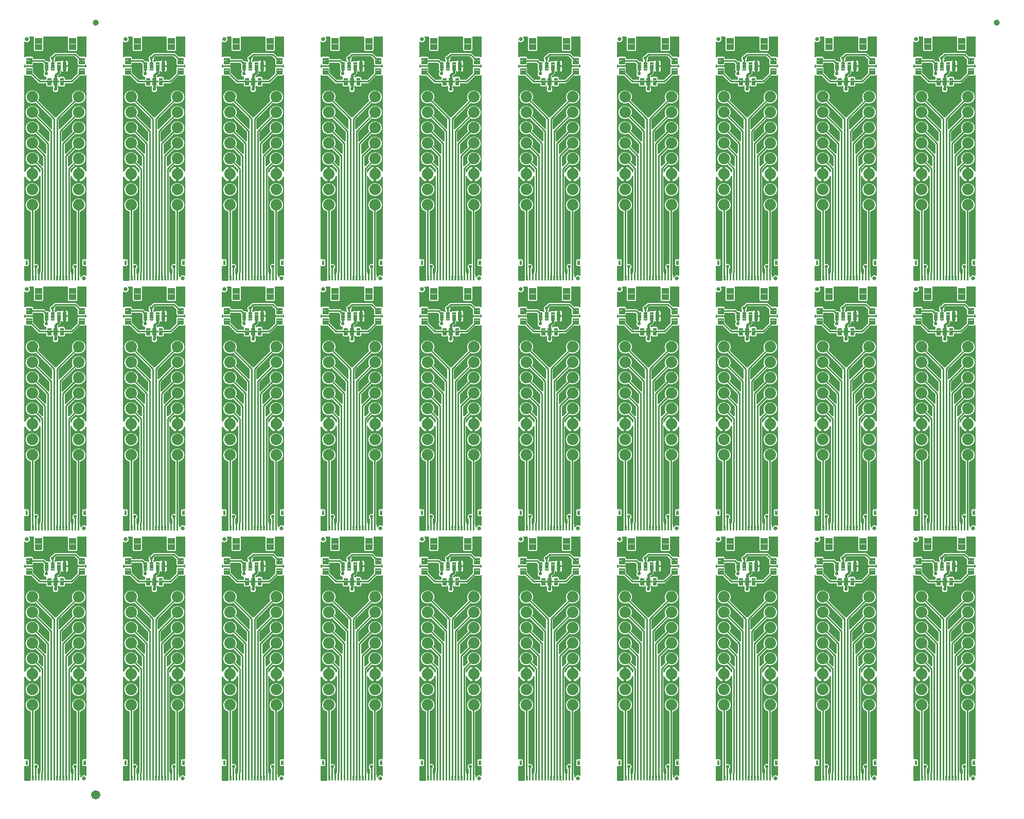
<source format=gtl>
G04 EAGLE Gerber RS-274X export*
G75*
%MOMM*%
%FSLAX34Y34*%
%LPD*%
%INTop Copper*%
%IPPOS*%
%AMOC8*
5,1,8,0,0,1.08239X$1,22.5*%
G01*
%ADD10C,0.635000*%
%ADD11C,0.102000*%
%ADD12C,0.100000*%
%ADD13C,1.879600*%
%ADD14C,0.096000*%
%ADD15C,0.099059*%
%ADD16C,1.000000*%
%ADD17C,1.500000*%
%ADD18C,0.254000*%
%ADD19C,0.554000*%
%ADD20C,0.406400*%

G36*
X341434Y177809D02*
X341434Y177809D01*
X341492Y177808D01*
X341574Y177829D01*
X341657Y177841D01*
X341711Y177865D01*
X341767Y177879D01*
X341840Y177922D01*
X341917Y177957D01*
X341962Y177995D01*
X342012Y178025D01*
X342070Y178086D01*
X342134Y178141D01*
X342166Y178189D01*
X342206Y178232D01*
X342245Y178307D01*
X342291Y178377D01*
X342309Y178433D01*
X342336Y178485D01*
X342347Y178553D01*
X342377Y178648D01*
X342380Y178748D01*
X342391Y178816D01*
X342391Y189566D01*
X343156Y189445D01*
X344943Y188864D01*
X346617Y188011D01*
X348138Y186906D01*
X349466Y185578D01*
X350571Y184057D01*
X351424Y182383D01*
X351804Y181212D01*
X351860Y181099D01*
X351911Y180985D01*
X351922Y180972D01*
X351929Y180957D01*
X352013Y180864D01*
X352095Y180768D01*
X352109Y180758D01*
X352120Y180746D01*
X352227Y180680D01*
X352331Y180610D01*
X352347Y180605D01*
X352362Y180596D01*
X352483Y180562D01*
X352602Y180525D01*
X352619Y180524D01*
X352635Y180519D01*
X352761Y180520D01*
X352886Y180517D01*
X352903Y180522D01*
X352920Y180522D01*
X353040Y180557D01*
X353161Y180589D01*
X353176Y180598D01*
X353192Y180603D01*
X353298Y180670D01*
X353406Y180734D01*
X353417Y180747D01*
X353432Y180756D01*
X353514Y180850D01*
X353600Y180942D01*
X353608Y180957D01*
X353619Y180969D01*
X353673Y181083D01*
X353730Y181195D01*
X353732Y181210D01*
X353740Y181227D01*
X353785Y181507D01*
X353784Y181517D01*
X353785Y181526D01*
X353785Y185402D01*
X353773Y185488D01*
X353770Y185576D01*
X353753Y185629D01*
X353745Y185683D01*
X353710Y185763D01*
X353683Y185846D01*
X353655Y185886D01*
X353629Y185943D01*
X353533Y186056D01*
X353488Y186120D01*
X346405Y193203D01*
X346404Y193204D01*
X346403Y193205D01*
X346289Y193290D01*
X346178Y193374D01*
X346176Y193374D01*
X346175Y193375D01*
X346045Y193424D01*
X345912Y193475D01*
X345910Y193475D01*
X345909Y193476D01*
X345764Y193487D01*
X345629Y193498D01*
X345627Y193498D01*
X345626Y193498D01*
X345610Y193495D01*
X345350Y193443D01*
X345323Y193429D01*
X345298Y193423D01*
X342533Y192277D01*
X338187Y192277D01*
X334173Y193940D01*
X331100Y197013D01*
X329437Y201027D01*
X329437Y205373D01*
X331100Y209387D01*
X334173Y212460D01*
X338187Y214123D01*
X342533Y214123D01*
X346547Y212460D01*
X349620Y209387D01*
X351283Y205373D01*
X351283Y201027D01*
X350137Y198262D01*
X350137Y198260D01*
X350136Y198259D01*
X350102Y198124D01*
X350066Y197986D01*
X350066Y197985D01*
X350066Y197983D01*
X350070Y197839D01*
X350074Y197702D01*
X350075Y197701D01*
X350075Y197699D01*
X350118Y197566D01*
X350161Y197431D01*
X350162Y197430D01*
X350162Y197429D01*
X350171Y197416D01*
X350319Y197195D01*
X350343Y197175D01*
X350357Y197155D01*
X356432Y191080D01*
X356456Y191063D01*
X356475Y191040D01*
X356569Y190977D01*
X356659Y190909D01*
X356687Y190899D01*
X356711Y190883D01*
X356819Y190848D01*
X356925Y190808D01*
X356954Y190806D01*
X356982Y190797D01*
X357096Y190794D01*
X357208Y190785D01*
X357237Y190790D01*
X357266Y190790D01*
X357376Y190818D01*
X357487Y190840D01*
X357513Y190854D01*
X357541Y190861D01*
X357639Y190919D01*
X357739Y190971D01*
X357761Y190992D01*
X357786Y191007D01*
X357863Y191089D01*
X357945Y191167D01*
X357960Y191193D01*
X357980Y191214D01*
X358032Y191315D01*
X358089Y191412D01*
X358096Y191441D01*
X358110Y191467D01*
X358123Y191544D01*
X358159Y191688D01*
X358157Y191750D01*
X358165Y191798D01*
X358165Y206422D01*
X358153Y206508D01*
X358150Y206596D01*
X358133Y206649D01*
X358125Y206703D01*
X358090Y206783D01*
X358063Y206866D01*
X358035Y206906D01*
X358009Y206963D01*
X357913Y207076D01*
X357868Y207140D01*
X346405Y218603D01*
X346404Y218604D01*
X346403Y218605D01*
X346289Y218690D01*
X346178Y218774D01*
X346176Y218774D01*
X346175Y218775D01*
X346045Y218824D01*
X345912Y218875D01*
X345910Y218875D01*
X345909Y218876D01*
X345764Y218887D01*
X345629Y218898D01*
X345627Y218898D01*
X345626Y218898D01*
X345610Y218895D01*
X345350Y218843D01*
X345323Y218829D01*
X345298Y218823D01*
X342533Y217677D01*
X338187Y217677D01*
X334173Y219340D01*
X331100Y222413D01*
X329437Y226427D01*
X329437Y230773D01*
X331100Y234787D01*
X334173Y237860D01*
X338187Y239523D01*
X342533Y239523D01*
X346547Y237860D01*
X349620Y234787D01*
X351283Y230773D01*
X351283Y226427D01*
X350137Y223662D01*
X350137Y223660D01*
X350136Y223659D01*
X350102Y223524D01*
X350066Y223386D01*
X350066Y223385D01*
X350066Y223383D01*
X350070Y223243D01*
X350074Y223102D01*
X350075Y223101D01*
X350075Y223099D01*
X350118Y222966D01*
X350161Y222831D01*
X350162Y222830D01*
X350162Y222829D01*
X350171Y222816D01*
X350319Y222595D01*
X350343Y222575D01*
X350357Y222555D01*
X361432Y211480D01*
X361456Y211463D01*
X361475Y211440D01*
X361569Y211377D01*
X361659Y211309D01*
X361687Y211299D01*
X361711Y211283D01*
X361819Y211248D01*
X361925Y211208D01*
X361954Y211206D01*
X361982Y211197D01*
X362096Y211194D01*
X362208Y211185D01*
X362237Y211190D01*
X362266Y211190D01*
X362376Y211218D01*
X362487Y211240D01*
X362513Y211254D01*
X362541Y211261D01*
X362639Y211319D01*
X362739Y211371D01*
X362761Y211392D01*
X362786Y211407D01*
X362863Y211489D01*
X362945Y211567D01*
X362960Y211593D01*
X362980Y211614D01*
X363032Y211715D01*
X363089Y211812D01*
X363096Y211841D01*
X363110Y211867D01*
X363123Y211944D01*
X363159Y212088D01*
X363157Y212150D01*
X363165Y212198D01*
X363165Y226822D01*
X363153Y226908D01*
X363150Y226996D01*
X363133Y227048D01*
X363125Y227103D01*
X363090Y227183D01*
X363063Y227266D01*
X363035Y227306D01*
X363009Y227363D01*
X362913Y227476D01*
X362868Y227540D01*
X346405Y244003D01*
X346404Y244004D01*
X346403Y244005D01*
X346289Y244090D01*
X346178Y244174D01*
X346176Y244174D01*
X346175Y244175D01*
X346045Y244224D01*
X345912Y244275D01*
X345910Y244275D01*
X345909Y244276D01*
X345764Y244287D01*
X345629Y244298D01*
X345627Y244298D01*
X345626Y244298D01*
X345610Y244295D01*
X345350Y244243D01*
X345323Y244229D01*
X345298Y244223D01*
X342533Y243077D01*
X338187Y243077D01*
X334173Y244740D01*
X331100Y247813D01*
X329437Y251827D01*
X329437Y256173D01*
X331100Y260187D01*
X334173Y263260D01*
X338187Y264923D01*
X342533Y264923D01*
X346547Y263260D01*
X349620Y260187D01*
X351283Y256173D01*
X351283Y251827D01*
X350137Y249062D01*
X350137Y249060D01*
X350136Y249059D01*
X350102Y248924D01*
X350066Y248786D01*
X350066Y248785D01*
X350066Y248783D01*
X350070Y248643D01*
X350074Y248502D01*
X350075Y248501D01*
X350075Y248499D01*
X350118Y248366D01*
X350161Y248231D01*
X350162Y248230D01*
X350162Y248229D01*
X350171Y248216D01*
X350319Y247995D01*
X350343Y247975D01*
X350357Y247955D01*
X366432Y231880D01*
X366456Y231863D01*
X366475Y231840D01*
X366569Y231777D01*
X366659Y231709D01*
X366687Y231699D01*
X366711Y231683D01*
X366819Y231648D01*
X366925Y231608D01*
X366954Y231606D01*
X366982Y231597D01*
X367096Y231594D01*
X367208Y231585D01*
X367237Y231590D01*
X367266Y231590D01*
X367376Y231618D01*
X367487Y231640D01*
X367513Y231654D01*
X367541Y231661D01*
X367639Y231719D01*
X367739Y231771D01*
X367761Y231792D01*
X367786Y231807D01*
X367863Y231889D01*
X367945Y231967D01*
X367960Y231993D01*
X367980Y232014D01*
X368032Y232115D01*
X368089Y232212D01*
X368096Y232241D01*
X368110Y232267D01*
X368123Y232344D01*
X368159Y232488D01*
X368157Y232550D01*
X368165Y232598D01*
X368165Y247222D01*
X368153Y247308D01*
X368150Y247396D01*
X368133Y247449D01*
X368125Y247503D01*
X368090Y247583D01*
X368063Y247666D01*
X368035Y247706D01*
X368009Y247763D01*
X367913Y247876D01*
X367868Y247940D01*
X346405Y269403D01*
X346404Y269404D01*
X346403Y269405D01*
X346289Y269490D01*
X346178Y269574D01*
X346176Y269574D01*
X346175Y269575D01*
X346045Y269624D01*
X345912Y269675D01*
X345910Y269675D01*
X345909Y269676D01*
X345764Y269687D01*
X345629Y269698D01*
X345627Y269698D01*
X345626Y269698D01*
X345610Y269695D01*
X345350Y269643D01*
X345323Y269629D01*
X345298Y269623D01*
X342533Y268477D01*
X338187Y268477D01*
X334173Y270140D01*
X331100Y273213D01*
X329437Y277227D01*
X329437Y281573D01*
X331100Y285587D01*
X334173Y288660D01*
X338187Y290323D01*
X342533Y290323D01*
X346547Y288660D01*
X349620Y285587D01*
X351283Y281573D01*
X351283Y277227D01*
X350137Y274462D01*
X350137Y274460D01*
X350136Y274459D01*
X350102Y274324D01*
X350066Y274186D01*
X350066Y274185D01*
X350066Y274183D01*
X350070Y274043D01*
X350074Y273902D01*
X350075Y273901D01*
X350075Y273899D01*
X350118Y273766D01*
X350161Y273631D01*
X350162Y273630D01*
X350162Y273629D01*
X350171Y273616D01*
X350319Y273395D01*
X350343Y273375D01*
X350357Y273355D01*
X371432Y252280D01*
X371456Y252263D01*
X371475Y252240D01*
X371569Y252177D01*
X371659Y252109D01*
X371687Y252099D01*
X371711Y252083D01*
X371819Y252048D01*
X371925Y252008D01*
X371954Y252006D01*
X371982Y251997D01*
X372096Y251994D01*
X372208Y251985D01*
X372237Y251990D01*
X372266Y251990D01*
X372376Y252018D01*
X372487Y252040D01*
X372513Y252054D01*
X372541Y252061D01*
X372639Y252119D01*
X372739Y252171D01*
X372761Y252192D01*
X372786Y252207D01*
X372863Y252289D01*
X372945Y252367D01*
X372960Y252393D01*
X372980Y252414D01*
X373032Y252515D01*
X373089Y252612D01*
X373096Y252641D01*
X373110Y252667D01*
X373123Y252744D01*
X373159Y252888D01*
X373157Y252950D01*
X373165Y252998D01*
X373165Y267622D01*
X373153Y267708D01*
X373150Y267796D01*
X373133Y267849D01*
X373125Y267903D01*
X373090Y267983D01*
X373063Y268066D01*
X373035Y268106D01*
X373009Y268163D01*
X372913Y268276D01*
X372868Y268340D01*
X346405Y294803D01*
X346404Y294804D01*
X346403Y294805D01*
X346287Y294892D01*
X346178Y294974D01*
X346176Y294974D01*
X346175Y294975D01*
X346045Y295024D01*
X345912Y295075D01*
X345910Y295075D01*
X345909Y295076D01*
X345764Y295087D01*
X345629Y295098D01*
X345627Y295098D01*
X345626Y295098D01*
X345610Y295095D01*
X345350Y295043D01*
X345323Y295029D01*
X345298Y295023D01*
X342533Y293877D01*
X338187Y293877D01*
X334173Y295540D01*
X331100Y298613D01*
X329437Y302627D01*
X329437Y306973D01*
X331100Y310987D01*
X334173Y314060D01*
X338187Y315723D01*
X342533Y315723D01*
X346547Y314060D01*
X349620Y310987D01*
X351283Y306973D01*
X351283Y302627D01*
X350137Y299862D01*
X350137Y299860D01*
X350136Y299859D01*
X350102Y299724D01*
X350066Y299586D01*
X350066Y299585D01*
X350066Y299583D01*
X350070Y299443D01*
X350074Y299302D01*
X350075Y299301D01*
X350075Y299299D01*
X350118Y299166D01*
X350161Y299031D01*
X350162Y299030D01*
X350162Y299029D01*
X350171Y299016D01*
X350319Y298795D01*
X350343Y298775D01*
X350357Y298755D01*
X376820Y272292D01*
X377742Y271370D01*
X377789Y271335D01*
X377829Y271293D01*
X377902Y271250D01*
X377969Y271199D01*
X378024Y271179D01*
X378074Y271149D01*
X378156Y271128D01*
X378235Y271098D01*
X378293Y271093D01*
X378350Y271079D01*
X378434Y271082D01*
X378518Y271075D01*
X378576Y271086D01*
X378634Y271088D01*
X378714Y271114D01*
X378797Y271130D01*
X378849Y271157D01*
X378905Y271175D01*
X378961Y271216D01*
X379049Y271261D01*
X379122Y271330D01*
X379178Y271370D01*
X380100Y272292D01*
X406563Y298755D01*
X406564Y298756D01*
X406565Y298757D01*
X406652Y298873D01*
X406734Y298982D01*
X406734Y298984D01*
X406735Y298985D01*
X406785Y299117D01*
X406835Y299248D01*
X406835Y299250D01*
X406836Y299251D01*
X406847Y299396D01*
X406858Y299531D01*
X406858Y299533D01*
X406858Y299534D01*
X406855Y299550D01*
X406803Y299810D01*
X406789Y299837D01*
X406783Y299862D01*
X405637Y302627D01*
X405637Y306973D01*
X407300Y310987D01*
X410373Y314060D01*
X414387Y315723D01*
X418733Y315723D01*
X422747Y314060D01*
X425820Y310987D01*
X427483Y306973D01*
X427483Y302627D01*
X425820Y298613D01*
X422747Y295540D01*
X418733Y293877D01*
X414387Y293877D01*
X411622Y295023D01*
X411620Y295023D01*
X411619Y295024D01*
X411485Y295058D01*
X411346Y295094D01*
X411345Y295094D01*
X411343Y295094D01*
X411203Y295090D01*
X411062Y295086D01*
X411061Y295085D01*
X411059Y295085D01*
X410926Y295042D01*
X410791Y294999D01*
X410790Y294998D01*
X410789Y294998D01*
X410776Y294989D01*
X410555Y294841D01*
X410535Y294817D01*
X410515Y294803D01*
X384052Y268340D01*
X384000Y268270D01*
X383940Y268206D01*
X383914Y268157D01*
X383881Y268113D01*
X383850Y268031D01*
X383810Y267953D01*
X383802Y267905D01*
X383780Y267847D01*
X383768Y267699D01*
X383755Y267622D01*
X383755Y252998D01*
X383759Y252969D01*
X383756Y252940D01*
X383779Y252829D01*
X383795Y252717D01*
X383807Y252690D01*
X383812Y252661D01*
X383864Y252561D01*
X383911Y252457D01*
X383930Y252435D01*
X383943Y252409D01*
X384021Y252327D01*
X384094Y252240D01*
X384119Y252224D01*
X384139Y252203D01*
X384237Y252145D01*
X384331Y252083D01*
X384359Y252074D01*
X384384Y252059D01*
X384494Y252031D01*
X384602Y251997D01*
X384632Y251996D01*
X384660Y251989D01*
X384773Y251992D01*
X384886Y251990D01*
X384915Y251997D01*
X384944Y251998D01*
X385052Y252033D01*
X385161Y252061D01*
X385187Y252076D01*
X385215Y252085D01*
X385278Y252131D01*
X385406Y252207D01*
X385449Y252252D01*
X385488Y252280D01*
X406563Y273355D01*
X406564Y273356D01*
X406565Y273357D01*
X406653Y273476D01*
X406734Y273582D01*
X406734Y273584D01*
X406735Y273585D01*
X406786Y273719D01*
X406835Y273848D01*
X406835Y273850D01*
X406836Y273851D01*
X406847Y273994D01*
X406858Y274131D01*
X406858Y274133D01*
X406858Y274134D01*
X406855Y274150D01*
X406803Y274410D01*
X406789Y274437D01*
X406783Y274462D01*
X405637Y277227D01*
X405637Y281573D01*
X407300Y285587D01*
X410373Y288660D01*
X414387Y290323D01*
X418733Y290323D01*
X422747Y288660D01*
X425820Y285587D01*
X427483Y281573D01*
X427483Y277227D01*
X425820Y273213D01*
X422747Y270140D01*
X418733Y268477D01*
X414387Y268477D01*
X411622Y269623D01*
X411620Y269623D01*
X411619Y269624D01*
X411484Y269658D01*
X411346Y269694D01*
X411345Y269694D01*
X411343Y269694D01*
X411203Y269690D01*
X411062Y269686D01*
X411061Y269685D01*
X411059Y269685D01*
X410926Y269642D01*
X410791Y269599D01*
X410790Y269598D01*
X410789Y269598D01*
X410776Y269589D01*
X410555Y269441D01*
X410535Y269417D01*
X410515Y269403D01*
X389052Y247940D01*
X389000Y247870D01*
X388940Y247806D01*
X388914Y247757D01*
X388881Y247713D01*
X388850Y247631D01*
X388810Y247553D01*
X388802Y247505D01*
X388780Y247447D01*
X388768Y247299D01*
X388755Y247222D01*
X388755Y232598D01*
X388759Y232569D01*
X388756Y232540D01*
X388779Y232429D01*
X388795Y232317D01*
X388807Y232290D01*
X388812Y232261D01*
X388864Y232161D01*
X388911Y232057D01*
X388930Y232035D01*
X388943Y232009D01*
X389021Y231927D01*
X389094Y231840D01*
X389119Y231824D01*
X389139Y231803D01*
X389237Y231745D01*
X389331Y231683D01*
X389359Y231674D01*
X389384Y231659D01*
X389494Y231631D01*
X389602Y231597D01*
X389632Y231596D01*
X389660Y231589D01*
X389773Y231592D01*
X389886Y231590D01*
X389915Y231597D01*
X389944Y231598D01*
X390052Y231633D01*
X390161Y231661D01*
X390187Y231676D01*
X390215Y231685D01*
X390278Y231731D01*
X390406Y231807D01*
X390449Y231852D01*
X390488Y231880D01*
X406563Y247955D01*
X406564Y247956D01*
X406565Y247957D01*
X406653Y248076D01*
X406734Y248182D01*
X406734Y248184D01*
X406735Y248185D01*
X406786Y248319D01*
X406835Y248448D01*
X406835Y248450D01*
X406836Y248451D01*
X406847Y248596D01*
X406858Y248731D01*
X406858Y248733D01*
X406858Y248734D01*
X406855Y248750D01*
X406803Y249010D01*
X406789Y249037D01*
X406783Y249062D01*
X405637Y251827D01*
X405637Y256173D01*
X407300Y260187D01*
X410373Y263260D01*
X414387Y264923D01*
X418733Y264923D01*
X422747Y263260D01*
X425820Y260187D01*
X427483Y256173D01*
X427483Y251827D01*
X425820Y247813D01*
X422747Y244740D01*
X418733Y243077D01*
X414387Y243077D01*
X411622Y244223D01*
X411620Y244223D01*
X411619Y244224D01*
X411484Y244258D01*
X411346Y244294D01*
X411345Y244294D01*
X411343Y244294D01*
X411203Y244290D01*
X411062Y244286D01*
X411061Y244285D01*
X411059Y244285D01*
X410926Y244242D01*
X410791Y244199D01*
X410790Y244198D01*
X410789Y244198D01*
X410776Y244189D01*
X410555Y244041D01*
X410536Y244017D01*
X410515Y244003D01*
X394052Y227540D01*
X394000Y227470D01*
X393940Y227406D01*
X393914Y227357D01*
X393881Y227313D01*
X393850Y227231D01*
X393810Y227153D01*
X393802Y227105D01*
X393780Y227047D01*
X393768Y226899D01*
X393755Y226822D01*
X393755Y212198D01*
X393759Y212169D01*
X393756Y212140D01*
X393779Y212029D01*
X393795Y211917D01*
X393807Y211890D01*
X393812Y211861D01*
X393864Y211761D01*
X393911Y211657D01*
X393930Y211635D01*
X393943Y211609D01*
X394021Y211527D01*
X394094Y211440D01*
X394119Y211424D01*
X394139Y211403D01*
X394237Y211345D01*
X394331Y211283D01*
X394359Y211274D01*
X394384Y211259D01*
X394494Y211231D01*
X394602Y211197D01*
X394632Y211196D01*
X394660Y211189D01*
X394773Y211192D01*
X394886Y211190D01*
X394915Y211197D01*
X394944Y211198D01*
X395052Y211233D01*
X395161Y211261D01*
X395187Y211276D01*
X395215Y211285D01*
X395278Y211331D01*
X395406Y211407D01*
X395449Y211452D01*
X395488Y211480D01*
X406563Y222555D01*
X406564Y222556D01*
X406565Y222557D01*
X406653Y222676D01*
X406734Y222782D01*
X406734Y222784D01*
X406735Y222785D01*
X406786Y222919D01*
X406835Y223048D01*
X406835Y223050D01*
X406836Y223051D01*
X406847Y223196D01*
X406858Y223331D01*
X406858Y223333D01*
X406858Y223334D01*
X406855Y223350D01*
X406803Y223610D01*
X406789Y223637D01*
X406783Y223662D01*
X405637Y226427D01*
X405637Y230773D01*
X407300Y234787D01*
X410373Y237860D01*
X414387Y239523D01*
X418733Y239523D01*
X422747Y237860D01*
X425820Y234787D01*
X427483Y230773D01*
X427483Y226427D01*
X425820Y222413D01*
X422747Y219340D01*
X418733Y217677D01*
X414387Y217677D01*
X411622Y218823D01*
X411620Y218823D01*
X411619Y218824D01*
X411484Y218858D01*
X411346Y218894D01*
X411345Y218894D01*
X411343Y218894D01*
X411203Y218890D01*
X411062Y218886D01*
X411061Y218885D01*
X411059Y218885D01*
X410926Y218842D01*
X410791Y218799D01*
X410790Y218798D01*
X410789Y218798D01*
X410776Y218789D01*
X410555Y218641D01*
X410536Y218617D01*
X410515Y218603D01*
X399052Y207140D01*
X399000Y207070D01*
X398940Y207006D01*
X398914Y206957D01*
X398881Y206913D01*
X398850Y206831D01*
X398810Y206753D01*
X398802Y206705D01*
X398780Y206647D01*
X398770Y206523D01*
X398769Y206520D01*
X398768Y206507D01*
X398768Y206499D01*
X398755Y206422D01*
X398755Y191798D01*
X398759Y191769D01*
X398756Y191740D01*
X398779Y191629D01*
X398795Y191517D01*
X398807Y191490D01*
X398812Y191461D01*
X398864Y191361D01*
X398911Y191257D01*
X398930Y191235D01*
X398943Y191209D01*
X399021Y191127D01*
X399094Y191040D01*
X399119Y191024D01*
X399139Y191003D01*
X399237Y190945D01*
X399331Y190883D01*
X399359Y190874D01*
X399384Y190859D01*
X399494Y190831D01*
X399602Y190797D01*
X399632Y190796D01*
X399660Y190789D01*
X399773Y190792D01*
X399886Y190790D01*
X399915Y190797D01*
X399944Y190798D01*
X400052Y190833D01*
X400161Y190861D01*
X400187Y190876D01*
X400215Y190885D01*
X400278Y190931D01*
X400406Y191007D01*
X400449Y191052D01*
X400488Y191080D01*
X406563Y197155D01*
X406564Y197156D01*
X406565Y197157D01*
X406653Y197276D01*
X406734Y197382D01*
X406734Y197384D01*
X406735Y197385D01*
X406786Y197519D01*
X406835Y197648D01*
X406835Y197650D01*
X406836Y197651D01*
X406847Y197791D01*
X406858Y197931D01*
X406858Y197933D01*
X406858Y197934D01*
X406855Y197950D01*
X406803Y198210D01*
X406789Y198237D01*
X406783Y198262D01*
X405637Y201027D01*
X405637Y205373D01*
X407300Y209387D01*
X410373Y212460D01*
X414387Y214123D01*
X418733Y214123D01*
X422747Y212460D01*
X425820Y209387D01*
X427483Y205373D01*
X427483Y201027D01*
X425820Y197013D01*
X422747Y193940D01*
X418733Y192277D01*
X414387Y192277D01*
X411622Y193423D01*
X411620Y193423D01*
X411619Y193424D01*
X411484Y193458D01*
X411346Y193494D01*
X411345Y193494D01*
X411343Y193494D01*
X411203Y193490D01*
X411062Y193486D01*
X411061Y193485D01*
X411059Y193485D01*
X410926Y193442D01*
X410791Y193399D01*
X410790Y193398D01*
X410789Y193398D01*
X410776Y193389D01*
X410555Y193241D01*
X410536Y193217D01*
X410515Y193203D01*
X403432Y186120D01*
X403380Y186050D01*
X403320Y185986D01*
X403294Y185937D01*
X403261Y185893D01*
X403230Y185811D01*
X403190Y185733D01*
X403182Y185685D01*
X403160Y185627D01*
X403148Y185479D01*
X403135Y185402D01*
X403135Y181526D01*
X403152Y181402D01*
X403166Y181277D01*
X403172Y181261D01*
X403175Y181244D01*
X403226Y181130D01*
X403273Y181014D01*
X403284Y181000D01*
X403291Y180985D01*
X403372Y180890D01*
X403450Y180791D01*
X403464Y180781D01*
X403474Y180768D01*
X403579Y180698D01*
X403681Y180625D01*
X403697Y180620D01*
X403711Y180610D01*
X403831Y180572D01*
X403949Y180531D01*
X403966Y180530D01*
X403982Y180525D01*
X404107Y180521D01*
X404233Y180514D01*
X404249Y180518D01*
X404266Y180517D01*
X404387Y180549D01*
X404510Y180577D01*
X404525Y180585D01*
X404541Y180589D01*
X404649Y180653D01*
X404759Y180714D01*
X404771Y180726D01*
X404786Y180734D01*
X404872Y180826D01*
X404960Y180914D01*
X404968Y180928D01*
X404980Y180942D01*
X405110Y181195D01*
X405111Y181204D01*
X405116Y181212D01*
X405496Y182383D01*
X406349Y184057D01*
X407454Y185578D01*
X408782Y186906D01*
X410303Y188011D01*
X411977Y188864D01*
X413764Y189445D01*
X414529Y189566D01*
X414529Y178816D01*
X414537Y178758D01*
X414535Y178700D01*
X414557Y178618D01*
X414569Y178535D01*
X414593Y178481D01*
X414607Y178425D01*
X414650Y178352D01*
X414685Y178275D01*
X414723Y178231D01*
X414753Y178180D01*
X414814Y178123D01*
X414869Y178058D01*
X414917Y178026D01*
X414960Y177986D01*
X415035Y177947D01*
X415105Y177901D01*
X415161Y177883D01*
X415213Y177856D01*
X415281Y177845D01*
X415376Y177815D01*
X415476Y177812D01*
X415544Y177801D01*
X417576Y177801D01*
X417634Y177809D01*
X417692Y177808D01*
X417774Y177829D01*
X417857Y177841D01*
X417911Y177865D01*
X417967Y177879D01*
X418040Y177922D01*
X418117Y177957D01*
X418162Y177995D01*
X418212Y178025D01*
X418270Y178086D01*
X418334Y178141D01*
X418366Y178189D01*
X418406Y178232D01*
X418445Y178307D01*
X418491Y178377D01*
X418509Y178433D01*
X418536Y178485D01*
X418547Y178553D01*
X418577Y178648D01*
X418580Y178748D01*
X418591Y178816D01*
X418591Y189566D01*
X419356Y189445D01*
X421143Y188864D01*
X422817Y188011D01*
X424338Y186906D01*
X425666Y185578D01*
X426771Y184057D01*
X427593Y182443D01*
X427620Y182405D01*
X427639Y182363D01*
X427701Y182289D01*
X427757Y182210D01*
X427793Y182181D01*
X427823Y182146D01*
X427903Y182092D01*
X427978Y182032D01*
X428021Y182014D01*
X428059Y181988D01*
X428151Y181959D01*
X428240Y181922D01*
X428286Y181917D01*
X428330Y181903D01*
X428427Y181900D01*
X428523Y181889D01*
X428568Y181896D01*
X428614Y181895D01*
X428708Y181920D01*
X428803Y181936D01*
X428845Y181955D01*
X428889Y181967D01*
X428972Y182016D01*
X429060Y182058D01*
X429094Y182089D01*
X429134Y182112D01*
X429200Y182183D01*
X429272Y182247D01*
X429297Y182286D01*
X429328Y182320D01*
X429372Y182406D01*
X429424Y182487D01*
X429437Y182532D01*
X429458Y182573D01*
X429470Y182647D01*
X429503Y182760D01*
X429503Y182844D01*
X429513Y182904D01*
X429513Y340159D01*
X429509Y340188D01*
X429512Y340217D01*
X429489Y340328D01*
X429473Y340440D01*
X429461Y340467D01*
X429456Y340496D01*
X429403Y340597D01*
X429357Y340700D01*
X429338Y340722D01*
X429325Y340748D01*
X429247Y340830D01*
X429174Y340917D01*
X429149Y340933D01*
X429129Y340954D01*
X429031Y341011D01*
X428937Y341074D01*
X428909Y341083D01*
X428884Y341098D01*
X428774Y341126D01*
X428666Y341160D01*
X428636Y341161D01*
X428608Y341168D01*
X428495Y341165D01*
X428382Y341167D01*
X428353Y341160D01*
X428324Y341159D01*
X428216Y341124D01*
X428107Y341096D01*
X428081Y341081D01*
X428053Y341072D01*
X427989Y341026D01*
X427862Y340950D01*
X427819Y340905D01*
X427780Y340877D01*
X426979Y340075D01*
X418988Y340075D01*
X418902Y340063D01*
X418814Y340060D01*
X418761Y340043D01*
X418707Y340035D01*
X418627Y340000D01*
X418544Y339973D01*
X418504Y339945D01*
X418447Y339919D01*
X418334Y339823D01*
X418270Y339778D01*
X407832Y329340D01*
X405898Y327405D01*
X394716Y327405D01*
X394658Y327397D01*
X394600Y327399D01*
X394518Y327377D01*
X394434Y327365D01*
X394381Y327342D01*
X394325Y327327D01*
X394252Y327284D01*
X394175Y327249D01*
X394130Y327211D01*
X394080Y327182D01*
X394022Y327120D01*
X393958Y327066D01*
X393926Y327017D01*
X393886Y326974D01*
X393847Y326899D01*
X393800Y326829D01*
X393783Y326773D01*
X393756Y326721D01*
X393745Y326653D01*
X393715Y326558D01*
X393712Y326458D01*
X393701Y326390D01*
X393701Y323509D01*
X392517Y322325D01*
X385231Y322325D01*
X384385Y323171D01*
X384338Y323206D01*
X384298Y323248D01*
X384225Y323291D01*
X384158Y323342D01*
X384103Y323363D01*
X384053Y323392D01*
X383971Y323413D01*
X383892Y323443D01*
X383834Y323448D01*
X383777Y323462D01*
X383693Y323460D01*
X383609Y323467D01*
X383551Y323455D01*
X383493Y323453D01*
X383413Y323427D01*
X383330Y323411D01*
X383278Y323384D01*
X383222Y323366D01*
X383166Y323326D01*
X383078Y323280D01*
X383005Y323211D01*
X382949Y323171D01*
X382314Y322536D01*
X382262Y322466D01*
X382202Y322402D01*
X382176Y322353D01*
X382143Y322309D01*
X382112Y322227D01*
X382072Y322149D01*
X382064Y322102D01*
X382042Y322043D01*
X382030Y321895D01*
X382017Y321818D01*
X382017Y320437D01*
X382029Y320351D01*
X382032Y320263D01*
X382049Y320211D01*
X382057Y320156D01*
X382092Y320076D01*
X382119Y319993D01*
X382147Y319954D01*
X382173Y319897D01*
X382269Y319783D01*
X382314Y319720D01*
X382755Y319279D01*
X382755Y315721D01*
X380239Y313205D01*
X376681Y313205D01*
X374165Y315721D01*
X374165Y319279D01*
X374606Y319720D01*
X374658Y319789D01*
X374718Y319853D01*
X374744Y319903D01*
X374777Y319947D01*
X374808Y320029D01*
X374848Y320106D01*
X374856Y320154D01*
X374878Y320212D01*
X374890Y320360D01*
X374903Y320437D01*
X374903Y321818D01*
X374891Y321905D01*
X374888Y321992D01*
X374871Y322045D01*
X374863Y322100D01*
X374828Y322179D01*
X374801Y322263D01*
X374773Y322302D01*
X374747Y322359D01*
X374651Y322472D01*
X374606Y322536D01*
X373971Y323171D01*
X373924Y323206D01*
X373884Y323248D01*
X373811Y323291D01*
X373744Y323342D01*
X373689Y323363D01*
X373639Y323392D01*
X373557Y323413D01*
X373478Y323443D01*
X373420Y323448D01*
X373363Y323462D01*
X373279Y323460D01*
X373195Y323467D01*
X373137Y323455D01*
X373079Y323453D01*
X372999Y323427D01*
X372916Y323411D01*
X372864Y323384D01*
X372808Y323366D01*
X372752Y323326D01*
X372664Y323280D01*
X372591Y323211D01*
X372535Y323171D01*
X371689Y322325D01*
X364403Y322325D01*
X363219Y323509D01*
X363219Y326390D01*
X363211Y326448D01*
X363213Y326506D01*
X363191Y326588D01*
X363179Y326672D01*
X363156Y326725D01*
X363141Y326781D01*
X363098Y326854D01*
X363063Y326931D01*
X363025Y326976D01*
X362996Y327026D01*
X362934Y327084D01*
X362880Y327148D01*
X362831Y327180D01*
X362788Y327220D01*
X362713Y327259D01*
X362643Y327306D01*
X362587Y327323D01*
X362535Y327350D01*
X362467Y327361D01*
X362372Y327391D01*
X362272Y327394D01*
X362204Y327405D01*
X351022Y327405D01*
X349088Y329340D01*
X338650Y339778D01*
X338580Y339830D01*
X338516Y339890D01*
X338467Y339916D01*
X338423Y339949D01*
X338341Y339980D01*
X338263Y340020D01*
X338215Y340028D01*
X338157Y340050D01*
X338009Y340062D01*
X337932Y340075D01*
X329941Y340075D01*
X329140Y340877D01*
X329116Y340894D01*
X329097Y340917D01*
X329003Y340980D01*
X328913Y341048D01*
X328885Y341058D01*
X328861Y341074D01*
X328753Y341109D01*
X328647Y341149D01*
X328618Y341151D01*
X328590Y341160D01*
X328476Y341163D01*
X328364Y341172D01*
X328335Y341167D01*
X328306Y341167D01*
X328196Y341139D01*
X328085Y341117D01*
X328059Y341103D01*
X328031Y341096D01*
X327933Y341038D01*
X327833Y340986D01*
X327811Y340965D01*
X327786Y340950D01*
X327709Y340868D01*
X327627Y340790D01*
X327612Y340764D01*
X327592Y340743D01*
X327540Y340642D01*
X327483Y340544D01*
X327476Y340516D01*
X327462Y340490D01*
X327449Y340413D01*
X327413Y340269D01*
X327415Y340206D01*
X327407Y340159D01*
X327407Y182904D01*
X327413Y182858D01*
X327411Y182812D01*
X327433Y182718D01*
X327447Y182622D01*
X327465Y182580D01*
X327476Y182535D01*
X327523Y182451D01*
X327563Y182363D01*
X327593Y182328D01*
X327615Y182287D01*
X327684Y182220D01*
X327746Y182146D01*
X327785Y182120D01*
X327818Y182088D01*
X327903Y182042D01*
X327983Y181988D01*
X328027Y181974D01*
X328068Y181952D01*
X328162Y181932D01*
X328254Y181903D01*
X328300Y181901D01*
X328345Y181891D01*
X328442Y181898D01*
X328538Y181895D01*
X328583Y181907D01*
X328629Y181910D01*
X328720Y181943D01*
X328813Y181967D01*
X328853Y181991D01*
X328897Y182006D01*
X328975Y182063D01*
X329058Y182112D01*
X329089Y182146D01*
X329127Y182173D01*
X329172Y182234D01*
X329252Y182320D01*
X329290Y182394D01*
X329327Y182443D01*
X330149Y184057D01*
X331254Y185578D01*
X332582Y186906D01*
X334103Y188011D01*
X335777Y188864D01*
X337564Y189445D01*
X338329Y189566D01*
X338329Y178816D01*
X338337Y178758D01*
X338335Y178700D01*
X338357Y178618D01*
X338369Y178535D01*
X338393Y178481D01*
X338407Y178425D01*
X338450Y178352D01*
X338485Y178275D01*
X338523Y178231D01*
X338553Y178180D01*
X338614Y178123D01*
X338669Y178058D01*
X338717Y178026D01*
X338760Y177986D01*
X338835Y177947D01*
X338905Y177901D01*
X338961Y177883D01*
X339013Y177856D01*
X339081Y177845D01*
X339176Y177815D01*
X339276Y177812D01*
X339344Y177801D01*
X341376Y177801D01*
X341434Y177809D01*
G37*
G36*
X1316794Y177809D02*
X1316794Y177809D01*
X1316852Y177808D01*
X1316934Y177829D01*
X1317017Y177841D01*
X1317071Y177865D01*
X1317127Y177879D01*
X1317200Y177922D01*
X1317277Y177957D01*
X1317322Y177995D01*
X1317372Y178025D01*
X1317430Y178086D01*
X1317494Y178141D01*
X1317526Y178189D01*
X1317566Y178232D01*
X1317605Y178307D01*
X1317651Y178377D01*
X1317669Y178433D01*
X1317696Y178485D01*
X1317707Y178553D01*
X1317737Y178648D01*
X1317740Y178748D01*
X1317751Y178816D01*
X1317751Y189566D01*
X1318516Y189445D01*
X1320303Y188864D01*
X1321977Y188011D01*
X1323498Y186906D01*
X1324826Y185578D01*
X1325931Y184057D01*
X1326784Y182383D01*
X1327164Y181212D01*
X1327220Y181099D01*
X1327271Y180985D01*
X1327282Y180972D01*
X1327289Y180957D01*
X1327373Y180864D01*
X1327455Y180768D01*
X1327469Y180758D01*
X1327480Y180746D01*
X1327587Y180680D01*
X1327691Y180610D01*
X1327707Y180605D01*
X1327722Y180596D01*
X1327843Y180562D01*
X1327962Y180525D01*
X1327979Y180524D01*
X1327995Y180519D01*
X1328121Y180520D01*
X1328246Y180517D01*
X1328263Y180522D01*
X1328280Y180522D01*
X1328400Y180557D01*
X1328521Y180589D01*
X1328536Y180598D01*
X1328552Y180603D01*
X1328658Y180670D01*
X1328766Y180734D01*
X1328777Y180747D01*
X1328792Y180756D01*
X1328874Y180850D01*
X1328960Y180942D01*
X1328968Y180957D01*
X1328979Y180969D01*
X1329033Y181083D01*
X1329090Y181195D01*
X1329092Y181210D01*
X1329100Y181227D01*
X1329145Y181507D01*
X1329144Y181517D01*
X1329145Y181526D01*
X1329145Y185402D01*
X1329133Y185488D01*
X1329130Y185576D01*
X1329113Y185629D01*
X1329105Y185683D01*
X1329070Y185763D01*
X1329043Y185846D01*
X1329015Y185886D01*
X1328989Y185943D01*
X1328893Y186056D01*
X1328848Y186120D01*
X1321765Y193203D01*
X1321764Y193204D01*
X1321763Y193205D01*
X1321649Y193290D01*
X1321538Y193374D01*
X1321536Y193374D01*
X1321535Y193375D01*
X1321405Y193424D01*
X1321272Y193475D01*
X1321270Y193475D01*
X1321269Y193476D01*
X1321124Y193487D01*
X1320989Y193498D01*
X1320987Y193498D01*
X1320986Y193498D01*
X1320970Y193495D01*
X1320710Y193443D01*
X1320683Y193429D01*
X1320658Y193423D01*
X1317893Y192277D01*
X1313547Y192277D01*
X1309533Y193940D01*
X1306460Y197013D01*
X1304797Y201027D01*
X1304797Y205373D01*
X1306460Y209387D01*
X1309533Y212460D01*
X1313547Y214123D01*
X1317893Y214123D01*
X1321907Y212460D01*
X1324980Y209387D01*
X1326643Y205373D01*
X1326643Y201027D01*
X1325497Y198262D01*
X1325497Y198260D01*
X1325496Y198259D01*
X1325462Y198124D01*
X1325426Y197986D01*
X1325426Y197985D01*
X1325426Y197983D01*
X1325430Y197839D01*
X1325434Y197702D01*
X1325435Y197701D01*
X1325435Y197699D01*
X1325478Y197566D01*
X1325521Y197431D01*
X1325522Y197430D01*
X1325522Y197429D01*
X1325531Y197416D01*
X1325679Y197195D01*
X1325703Y197175D01*
X1325717Y197155D01*
X1331792Y191080D01*
X1331816Y191063D01*
X1331835Y191040D01*
X1331929Y190977D01*
X1332019Y190909D01*
X1332047Y190899D01*
X1332071Y190883D01*
X1332179Y190848D01*
X1332285Y190808D01*
X1332314Y190806D01*
X1332342Y190797D01*
X1332456Y190794D01*
X1332568Y190785D01*
X1332597Y190790D01*
X1332626Y190790D01*
X1332736Y190818D01*
X1332847Y190840D01*
X1332873Y190854D01*
X1332901Y190861D01*
X1332999Y190919D01*
X1333099Y190971D01*
X1333121Y190992D01*
X1333146Y191007D01*
X1333223Y191089D01*
X1333305Y191167D01*
X1333320Y191193D01*
X1333340Y191214D01*
X1333392Y191315D01*
X1333449Y191412D01*
X1333456Y191441D01*
X1333470Y191467D01*
X1333483Y191544D01*
X1333519Y191688D01*
X1333517Y191750D01*
X1333525Y191798D01*
X1333525Y206422D01*
X1333513Y206508D01*
X1333510Y206596D01*
X1333493Y206649D01*
X1333485Y206703D01*
X1333450Y206783D01*
X1333423Y206866D01*
X1333395Y206906D01*
X1333369Y206963D01*
X1333273Y207076D01*
X1333228Y207140D01*
X1321765Y218603D01*
X1321764Y218604D01*
X1321763Y218605D01*
X1321649Y218690D01*
X1321538Y218774D01*
X1321536Y218774D01*
X1321535Y218775D01*
X1321405Y218824D01*
X1321272Y218875D01*
X1321270Y218875D01*
X1321269Y218876D01*
X1321124Y218887D01*
X1320989Y218898D01*
X1320987Y218898D01*
X1320986Y218898D01*
X1320970Y218895D01*
X1320710Y218843D01*
X1320683Y218829D01*
X1320658Y218823D01*
X1317893Y217677D01*
X1313547Y217677D01*
X1309533Y219340D01*
X1306460Y222413D01*
X1304797Y226427D01*
X1304797Y230773D01*
X1306460Y234787D01*
X1309533Y237860D01*
X1313547Y239523D01*
X1317893Y239523D01*
X1321907Y237860D01*
X1324980Y234787D01*
X1326643Y230773D01*
X1326643Y226427D01*
X1325497Y223662D01*
X1325497Y223660D01*
X1325496Y223659D01*
X1325462Y223524D01*
X1325426Y223386D01*
X1325426Y223385D01*
X1325426Y223383D01*
X1325430Y223243D01*
X1325434Y223102D01*
X1325435Y223101D01*
X1325435Y223099D01*
X1325478Y222966D01*
X1325521Y222831D01*
X1325522Y222830D01*
X1325522Y222829D01*
X1325531Y222816D01*
X1325679Y222595D01*
X1325703Y222575D01*
X1325717Y222555D01*
X1336792Y211480D01*
X1336816Y211463D01*
X1336835Y211440D01*
X1336929Y211377D01*
X1337019Y211309D01*
X1337047Y211299D01*
X1337071Y211283D01*
X1337179Y211248D01*
X1337285Y211208D01*
X1337314Y211206D01*
X1337342Y211197D01*
X1337456Y211194D01*
X1337568Y211185D01*
X1337597Y211190D01*
X1337626Y211190D01*
X1337736Y211218D01*
X1337847Y211240D01*
X1337873Y211254D01*
X1337901Y211261D01*
X1337999Y211319D01*
X1338099Y211371D01*
X1338121Y211392D01*
X1338146Y211407D01*
X1338223Y211489D01*
X1338305Y211567D01*
X1338320Y211593D01*
X1338340Y211614D01*
X1338392Y211715D01*
X1338449Y211812D01*
X1338456Y211841D01*
X1338470Y211867D01*
X1338483Y211944D01*
X1338519Y212088D01*
X1338517Y212150D01*
X1338525Y212198D01*
X1338525Y226822D01*
X1338513Y226908D01*
X1338510Y226996D01*
X1338493Y227048D01*
X1338485Y227103D01*
X1338450Y227183D01*
X1338423Y227266D01*
X1338395Y227306D01*
X1338369Y227363D01*
X1338273Y227476D01*
X1338228Y227540D01*
X1321765Y244003D01*
X1321764Y244004D01*
X1321763Y244005D01*
X1321649Y244090D01*
X1321538Y244174D01*
X1321536Y244174D01*
X1321535Y244175D01*
X1321405Y244224D01*
X1321272Y244275D01*
X1321270Y244275D01*
X1321269Y244276D01*
X1321124Y244287D01*
X1320989Y244298D01*
X1320987Y244298D01*
X1320986Y244298D01*
X1320970Y244295D01*
X1320710Y244243D01*
X1320683Y244229D01*
X1320658Y244223D01*
X1317893Y243077D01*
X1313547Y243077D01*
X1309533Y244740D01*
X1306460Y247813D01*
X1304797Y251827D01*
X1304797Y256173D01*
X1306460Y260187D01*
X1309533Y263260D01*
X1313547Y264923D01*
X1317893Y264923D01*
X1321907Y263260D01*
X1324980Y260187D01*
X1326643Y256173D01*
X1326643Y251827D01*
X1325497Y249062D01*
X1325497Y249060D01*
X1325496Y249059D01*
X1325462Y248924D01*
X1325426Y248786D01*
X1325426Y248785D01*
X1325426Y248783D01*
X1325430Y248643D01*
X1325434Y248502D01*
X1325435Y248501D01*
X1325435Y248499D01*
X1325478Y248366D01*
X1325521Y248231D01*
X1325522Y248230D01*
X1325522Y248229D01*
X1325531Y248216D01*
X1325679Y247995D01*
X1325703Y247975D01*
X1325717Y247955D01*
X1341792Y231880D01*
X1341816Y231863D01*
X1341835Y231840D01*
X1341929Y231777D01*
X1342019Y231709D01*
X1342047Y231699D01*
X1342071Y231683D01*
X1342179Y231648D01*
X1342285Y231608D01*
X1342314Y231606D01*
X1342342Y231597D01*
X1342456Y231594D01*
X1342568Y231585D01*
X1342597Y231590D01*
X1342626Y231590D01*
X1342736Y231618D01*
X1342847Y231640D01*
X1342873Y231654D01*
X1342901Y231661D01*
X1342999Y231719D01*
X1343099Y231771D01*
X1343121Y231792D01*
X1343146Y231807D01*
X1343223Y231889D01*
X1343305Y231967D01*
X1343320Y231993D01*
X1343340Y232014D01*
X1343392Y232115D01*
X1343449Y232212D01*
X1343456Y232241D01*
X1343470Y232267D01*
X1343483Y232344D01*
X1343519Y232488D01*
X1343517Y232550D01*
X1343525Y232598D01*
X1343525Y247222D01*
X1343513Y247308D01*
X1343510Y247396D01*
X1343493Y247449D01*
X1343485Y247503D01*
X1343450Y247583D01*
X1343423Y247666D01*
X1343395Y247706D01*
X1343369Y247763D01*
X1343273Y247876D01*
X1343228Y247940D01*
X1321765Y269403D01*
X1321764Y269404D01*
X1321763Y269405D01*
X1321649Y269490D01*
X1321538Y269574D01*
X1321536Y269574D01*
X1321535Y269575D01*
X1321405Y269624D01*
X1321272Y269675D01*
X1321270Y269675D01*
X1321269Y269676D01*
X1321124Y269687D01*
X1320989Y269698D01*
X1320987Y269698D01*
X1320986Y269698D01*
X1320970Y269695D01*
X1320710Y269643D01*
X1320683Y269629D01*
X1320658Y269623D01*
X1317893Y268477D01*
X1313547Y268477D01*
X1309533Y270140D01*
X1306460Y273213D01*
X1304797Y277227D01*
X1304797Y281573D01*
X1306460Y285587D01*
X1309533Y288660D01*
X1313547Y290323D01*
X1317893Y290323D01*
X1321907Y288660D01*
X1324980Y285587D01*
X1326643Y281573D01*
X1326643Y277227D01*
X1325497Y274462D01*
X1325497Y274460D01*
X1325496Y274459D01*
X1325462Y274324D01*
X1325426Y274186D01*
X1325426Y274185D01*
X1325426Y274183D01*
X1325430Y274043D01*
X1325434Y273902D01*
X1325435Y273901D01*
X1325435Y273899D01*
X1325478Y273766D01*
X1325521Y273631D01*
X1325522Y273630D01*
X1325522Y273629D01*
X1325531Y273616D01*
X1325679Y273395D01*
X1325703Y273375D01*
X1325717Y273355D01*
X1346792Y252280D01*
X1346816Y252263D01*
X1346835Y252240D01*
X1346929Y252177D01*
X1347019Y252109D01*
X1347047Y252099D01*
X1347071Y252083D01*
X1347179Y252048D01*
X1347285Y252008D01*
X1347314Y252006D01*
X1347342Y251997D01*
X1347456Y251994D01*
X1347568Y251985D01*
X1347597Y251990D01*
X1347626Y251990D01*
X1347736Y252018D01*
X1347847Y252040D01*
X1347873Y252054D01*
X1347901Y252061D01*
X1347999Y252119D01*
X1348099Y252171D01*
X1348121Y252192D01*
X1348146Y252207D01*
X1348223Y252289D01*
X1348305Y252367D01*
X1348320Y252393D01*
X1348340Y252414D01*
X1348392Y252515D01*
X1348449Y252612D01*
X1348456Y252641D01*
X1348470Y252667D01*
X1348483Y252744D01*
X1348519Y252888D01*
X1348517Y252950D01*
X1348525Y252998D01*
X1348525Y267622D01*
X1348513Y267708D01*
X1348510Y267796D01*
X1348493Y267849D01*
X1348485Y267903D01*
X1348450Y267983D01*
X1348423Y268066D01*
X1348395Y268106D01*
X1348369Y268163D01*
X1348273Y268276D01*
X1348228Y268340D01*
X1321765Y294803D01*
X1321764Y294804D01*
X1321763Y294805D01*
X1321647Y294892D01*
X1321538Y294974D01*
X1321536Y294974D01*
X1321535Y294975D01*
X1321405Y295024D01*
X1321272Y295075D01*
X1321270Y295075D01*
X1321269Y295076D01*
X1321124Y295087D01*
X1320989Y295098D01*
X1320987Y295098D01*
X1320986Y295098D01*
X1320970Y295095D01*
X1320710Y295043D01*
X1320683Y295029D01*
X1320658Y295023D01*
X1317893Y293877D01*
X1313547Y293877D01*
X1309533Y295540D01*
X1306460Y298613D01*
X1304797Y302627D01*
X1304797Y306973D01*
X1306460Y310987D01*
X1309533Y314060D01*
X1313547Y315723D01*
X1317893Y315723D01*
X1321907Y314060D01*
X1324980Y310987D01*
X1326643Y306973D01*
X1326643Y302627D01*
X1325497Y299862D01*
X1325497Y299860D01*
X1325496Y299859D01*
X1325462Y299724D01*
X1325426Y299586D01*
X1325426Y299585D01*
X1325426Y299583D01*
X1325430Y299443D01*
X1325434Y299302D01*
X1325435Y299301D01*
X1325435Y299299D01*
X1325478Y299166D01*
X1325521Y299031D01*
X1325522Y299030D01*
X1325522Y299029D01*
X1325531Y299016D01*
X1325679Y298795D01*
X1325703Y298775D01*
X1325717Y298755D01*
X1352180Y272292D01*
X1353102Y271370D01*
X1353149Y271335D01*
X1353189Y271293D01*
X1353262Y271250D01*
X1353329Y271199D01*
X1353384Y271179D01*
X1353434Y271149D01*
X1353516Y271128D01*
X1353595Y271098D01*
X1353653Y271093D01*
X1353710Y271079D01*
X1353794Y271082D01*
X1353878Y271075D01*
X1353936Y271086D01*
X1353994Y271088D01*
X1354074Y271114D01*
X1354157Y271130D01*
X1354209Y271157D01*
X1354265Y271175D01*
X1354321Y271216D01*
X1354409Y271261D01*
X1354482Y271330D01*
X1354538Y271370D01*
X1355460Y272292D01*
X1381923Y298755D01*
X1381924Y298756D01*
X1381925Y298757D01*
X1382012Y298873D01*
X1382094Y298982D01*
X1382094Y298984D01*
X1382095Y298985D01*
X1382145Y299117D01*
X1382195Y299248D01*
X1382195Y299250D01*
X1382196Y299251D01*
X1382207Y299396D01*
X1382218Y299531D01*
X1382218Y299533D01*
X1382218Y299534D01*
X1382215Y299550D01*
X1382163Y299810D01*
X1382149Y299837D01*
X1382143Y299862D01*
X1380997Y302627D01*
X1380997Y306973D01*
X1382660Y310987D01*
X1385733Y314060D01*
X1389747Y315723D01*
X1394093Y315723D01*
X1398107Y314060D01*
X1401180Y310987D01*
X1402843Y306973D01*
X1402843Y302627D01*
X1401180Y298613D01*
X1398107Y295540D01*
X1394093Y293877D01*
X1389747Y293877D01*
X1386982Y295023D01*
X1386980Y295023D01*
X1386979Y295024D01*
X1386845Y295058D01*
X1386706Y295094D01*
X1386705Y295094D01*
X1386703Y295094D01*
X1386563Y295090D01*
X1386422Y295086D01*
X1386421Y295085D01*
X1386419Y295085D01*
X1386286Y295042D01*
X1386151Y294999D01*
X1386150Y294998D01*
X1386149Y294998D01*
X1386136Y294989D01*
X1385915Y294841D01*
X1385895Y294817D01*
X1385875Y294803D01*
X1359412Y268340D01*
X1359360Y268270D01*
X1359300Y268206D01*
X1359274Y268157D01*
X1359241Y268113D01*
X1359210Y268031D01*
X1359170Y267953D01*
X1359162Y267905D01*
X1359140Y267847D01*
X1359128Y267699D01*
X1359115Y267622D01*
X1359115Y252998D01*
X1359119Y252969D01*
X1359116Y252940D01*
X1359139Y252829D01*
X1359155Y252717D01*
X1359167Y252690D01*
X1359172Y252661D01*
X1359224Y252561D01*
X1359271Y252457D01*
X1359290Y252435D01*
X1359303Y252409D01*
X1359381Y252327D01*
X1359454Y252240D01*
X1359479Y252224D01*
X1359499Y252203D01*
X1359597Y252145D01*
X1359691Y252083D01*
X1359719Y252074D01*
X1359744Y252059D01*
X1359854Y252031D01*
X1359962Y251997D01*
X1359992Y251996D01*
X1360020Y251989D01*
X1360133Y251992D01*
X1360246Y251990D01*
X1360275Y251997D01*
X1360304Y251998D01*
X1360412Y252033D01*
X1360521Y252061D01*
X1360547Y252076D01*
X1360575Y252085D01*
X1360638Y252131D01*
X1360766Y252207D01*
X1360809Y252252D01*
X1360848Y252280D01*
X1381923Y273355D01*
X1381924Y273356D01*
X1381925Y273357D01*
X1382013Y273476D01*
X1382094Y273582D01*
X1382094Y273584D01*
X1382095Y273585D01*
X1382146Y273719D01*
X1382195Y273848D01*
X1382195Y273850D01*
X1382196Y273851D01*
X1382207Y273994D01*
X1382218Y274131D01*
X1382218Y274133D01*
X1382218Y274134D01*
X1382215Y274150D01*
X1382163Y274410D01*
X1382149Y274437D01*
X1382143Y274462D01*
X1380997Y277227D01*
X1380997Y281573D01*
X1382660Y285587D01*
X1385733Y288660D01*
X1389747Y290323D01*
X1394093Y290323D01*
X1398107Y288660D01*
X1401180Y285587D01*
X1402843Y281573D01*
X1402843Y277227D01*
X1401180Y273213D01*
X1398107Y270140D01*
X1394093Y268477D01*
X1389747Y268477D01*
X1386982Y269623D01*
X1386980Y269623D01*
X1386979Y269624D01*
X1386844Y269658D01*
X1386706Y269694D01*
X1386705Y269694D01*
X1386703Y269694D01*
X1386563Y269690D01*
X1386422Y269686D01*
X1386421Y269685D01*
X1386419Y269685D01*
X1386286Y269642D01*
X1386151Y269599D01*
X1386150Y269598D01*
X1386149Y269598D01*
X1386136Y269589D01*
X1385915Y269441D01*
X1385895Y269417D01*
X1385875Y269403D01*
X1364412Y247940D01*
X1364360Y247870D01*
X1364300Y247806D01*
X1364274Y247757D01*
X1364241Y247713D01*
X1364210Y247631D01*
X1364170Y247553D01*
X1364162Y247505D01*
X1364140Y247447D01*
X1364128Y247299D01*
X1364115Y247222D01*
X1364115Y232598D01*
X1364119Y232569D01*
X1364116Y232540D01*
X1364139Y232429D01*
X1364155Y232317D01*
X1364167Y232290D01*
X1364172Y232261D01*
X1364224Y232161D01*
X1364271Y232057D01*
X1364290Y232035D01*
X1364303Y232009D01*
X1364381Y231927D01*
X1364454Y231840D01*
X1364479Y231824D01*
X1364499Y231803D01*
X1364597Y231745D01*
X1364691Y231683D01*
X1364719Y231674D01*
X1364744Y231659D01*
X1364854Y231631D01*
X1364962Y231597D01*
X1364992Y231596D01*
X1365020Y231589D01*
X1365133Y231592D01*
X1365246Y231590D01*
X1365275Y231597D01*
X1365304Y231598D01*
X1365412Y231633D01*
X1365521Y231661D01*
X1365547Y231676D01*
X1365575Y231685D01*
X1365638Y231731D01*
X1365766Y231807D01*
X1365809Y231852D01*
X1365848Y231880D01*
X1381923Y247955D01*
X1381924Y247956D01*
X1381925Y247957D01*
X1382013Y248076D01*
X1382094Y248182D01*
X1382094Y248184D01*
X1382095Y248185D01*
X1382146Y248319D01*
X1382195Y248448D01*
X1382195Y248450D01*
X1382196Y248451D01*
X1382207Y248596D01*
X1382218Y248731D01*
X1382218Y248733D01*
X1382218Y248734D01*
X1382215Y248750D01*
X1382163Y249010D01*
X1382149Y249037D01*
X1382143Y249062D01*
X1380997Y251827D01*
X1380997Y256173D01*
X1382660Y260187D01*
X1385733Y263260D01*
X1389747Y264923D01*
X1394093Y264923D01*
X1398107Y263260D01*
X1401180Y260187D01*
X1402843Y256173D01*
X1402843Y251827D01*
X1401180Y247813D01*
X1398107Y244740D01*
X1394093Y243077D01*
X1389747Y243077D01*
X1386982Y244223D01*
X1386980Y244223D01*
X1386979Y244224D01*
X1386844Y244258D01*
X1386706Y244294D01*
X1386705Y244294D01*
X1386703Y244294D01*
X1386563Y244290D01*
X1386422Y244286D01*
X1386421Y244285D01*
X1386419Y244285D01*
X1386286Y244242D01*
X1386151Y244199D01*
X1386150Y244198D01*
X1386149Y244198D01*
X1386136Y244189D01*
X1385915Y244041D01*
X1385896Y244017D01*
X1385875Y244003D01*
X1369412Y227540D01*
X1369360Y227470D01*
X1369300Y227406D01*
X1369274Y227357D01*
X1369241Y227313D01*
X1369210Y227231D01*
X1369170Y227153D01*
X1369162Y227105D01*
X1369140Y227047D01*
X1369128Y226899D01*
X1369115Y226822D01*
X1369115Y212198D01*
X1369119Y212169D01*
X1369116Y212140D01*
X1369139Y212029D01*
X1369155Y211917D01*
X1369167Y211890D01*
X1369172Y211861D01*
X1369224Y211761D01*
X1369271Y211657D01*
X1369290Y211635D01*
X1369303Y211609D01*
X1369381Y211527D01*
X1369454Y211440D01*
X1369479Y211424D01*
X1369499Y211403D01*
X1369597Y211345D01*
X1369691Y211283D01*
X1369719Y211274D01*
X1369744Y211259D01*
X1369854Y211231D01*
X1369962Y211197D01*
X1369992Y211196D01*
X1370020Y211189D01*
X1370133Y211192D01*
X1370246Y211190D01*
X1370275Y211197D01*
X1370304Y211198D01*
X1370412Y211233D01*
X1370521Y211261D01*
X1370547Y211276D01*
X1370575Y211285D01*
X1370638Y211331D01*
X1370766Y211407D01*
X1370809Y211452D01*
X1370848Y211480D01*
X1381923Y222555D01*
X1381924Y222556D01*
X1381925Y222557D01*
X1382013Y222676D01*
X1382094Y222782D01*
X1382094Y222784D01*
X1382095Y222785D01*
X1382146Y222919D01*
X1382195Y223048D01*
X1382195Y223050D01*
X1382196Y223051D01*
X1382207Y223196D01*
X1382218Y223331D01*
X1382218Y223333D01*
X1382218Y223334D01*
X1382215Y223350D01*
X1382163Y223610D01*
X1382149Y223637D01*
X1382143Y223662D01*
X1380997Y226427D01*
X1380997Y230773D01*
X1382660Y234787D01*
X1385733Y237860D01*
X1389747Y239523D01*
X1394093Y239523D01*
X1398107Y237860D01*
X1401180Y234787D01*
X1402843Y230773D01*
X1402843Y226427D01*
X1401180Y222413D01*
X1398107Y219340D01*
X1394093Y217677D01*
X1389747Y217677D01*
X1386982Y218823D01*
X1386980Y218823D01*
X1386979Y218824D01*
X1386844Y218858D01*
X1386706Y218894D01*
X1386705Y218894D01*
X1386703Y218894D01*
X1386563Y218890D01*
X1386422Y218886D01*
X1386421Y218885D01*
X1386419Y218885D01*
X1386286Y218842D01*
X1386151Y218799D01*
X1386150Y218798D01*
X1386149Y218798D01*
X1386136Y218789D01*
X1385915Y218641D01*
X1385896Y218617D01*
X1385875Y218603D01*
X1374412Y207140D01*
X1374360Y207070D01*
X1374300Y207006D01*
X1374274Y206957D01*
X1374241Y206913D01*
X1374210Y206831D01*
X1374170Y206753D01*
X1374162Y206705D01*
X1374140Y206647D01*
X1374130Y206523D01*
X1374129Y206520D01*
X1374128Y206507D01*
X1374128Y206499D01*
X1374115Y206422D01*
X1374115Y191798D01*
X1374119Y191769D01*
X1374116Y191740D01*
X1374139Y191629D01*
X1374155Y191517D01*
X1374167Y191490D01*
X1374172Y191461D01*
X1374224Y191361D01*
X1374271Y191257D01*
X1374290Y191235D01*
X1374303Y191209D01*
X1374381Y191127D01*
X1374454Y191040D01*
X1374479Y191024D01*
X1374499Y191003D01*
X1374597Y190945D01*
X1374691Y190883D01*
X1374719Y190874D01*
X1374744Y190859D01*
X1374854Y190831D01*
X1374962Y190797D01*
X1374992Y190796D01*
X1375020Y190789D01*
X1375133Y190792D01*
X1375246Y190790D01*
X1375275Y190797D01*
X1375304Y190798D01*
X1375412Y190833D01*
X1375521Y190861D01*
X1375547Y190876D01*
X1375575Y190885D01*
X1375638Y190931D01*
X1375766Y191007D01*
X1375809Y191052D01*
X1375848Y191080D01*
X1381923Y197155D01*
X1381924Y197156D01*
X1381925Y197157D01*
X1382013Y197276D01*
X1382094Y197382D01*
X1382094Y197384D01*
X1382095Y197385D01*
X1382146Y197519D01*
X1382195Y197648D01*
X1382195Y197650D01*
X1382196Y197651D01*
X1382207Y197791D01*
X1382218Y197931D01*
X1382218Y197933D01*
X1382218Y197934D01*
X1382215Y197950D01*
X1382163Y198210D01*
X1382149Y198237D01*
X1382143Y198262D01*
X1380997Y201027D01*
X1380997Y205373D01*
X1382660Y209387D01*
X1385733Y212460D01*
X1389747Y214123D01*
X1394093Y214123D01*
X1398107Y212460D01*
X1401180Y209387D01*
X1402843Y205373D01*
X1402843Y201027D01*
X1401180Y197013D01*
X1398107Y193940D01*
X1394093Y192277D01*
X1389747Y192277D01*
X1386982Y193423D01*
X1386980Y193423D01*
X1386979Y193424D01*
X1386844Y193458D01*
X1386706Y193494D01*
X1386705Y193494D01*
X1386703Y193494D01*
X1386563Y193490D01*
X1386422Y193486D01*
X1386421Y193485D01*
X1386419Y193485D01*
X1386286Y193442D01*
X1386151Y193399D01*
X1386150Y193398D01*
X1386149Y193398D01*
X1386136Y193389D01*
X1385915Y193241D01*
X1385896Y193217D01*
X1385875Y193203D01*
X1378792Y186120D01*
X1378740Y186050D01*
X1378680Y185986D01*
X1378654Y185937D01*
X1378621Y185893D01*
X1378590Y185811D01*
X1378550Y185733D01*
X1378542Y185685D01*
X1378520Y185627D01*
X1378508Y185479D01*
X1378495Y185402D01*
X1378495Y181526D01*
X1378512Y181402D01*
X1378526Y181277D01*
X1378532Y181261D01*
X1378535Y181244D01*
X1378586Y181130D01*
X1378633Y181014D01*
X1378644Y181000D01*
X1378651Y180985D01*
X1378732Y180890D01*
X1378810Y180791D01*
X1378824Y180781D01*
X1378834Y180768D01*
X1378939Y180698D01*
X1379041Y180625D01*
X1379057Y180620D01*
X1379071Y180610D01*
X1379191Y180572D01*
X1379309Y180531D01*
X1379326Y180530D01*
X1379342Y180525D01*
X1379467Y180521D01*
X1379593Y180514D01*
X1379609Y180518D01*
X1379626Y180517D01*
X1379747Y180549D01*
X1379870Y180577D01*
X1379885Y180585D01*
X1379901Y180589D01*
X1380009Y180653D01*
X1380119Y180714D01*
X1380131Y180726D01*
X1380146Y180734D01*
X1380232Y180826D01*
X1380320Y180914D01*
X1380328Y180928D01*
X1380340Y180942D01*
X1380470Y181195D01*
X1380471Y181204D01*
X1380476Y181212D01*
X1380856Y182383D01*
X1381709Y184057D01*
X1382814Y185578D01*
X1384142Y186906D01*
X1385663Y188011D01*
X1387337Y188864D01*
X1389124Y189445D01*
X1389889Y189566D01*
X1389889Y178816D01*
X1389897Y178758D01*
X1389895Y178700D01*
X1389917Y178618D01*
X1389929Y178535D01*
X1389953Y178481D01*
X1389967Y178425D01*
X1390010Y178352D01*
X1390045Y178275D01*
X1390083Y178231D01*
X1390113Y178180D01*
X1390174Y178123D01*
X1390229Y178058D01*
X1390277Y178026D01*
X1390320Y177986D01*
X1390395Y177947D01*
X1390465Y177901D01*
X1390521Y177883D01*
X1390573Y177856D01*
X1390641Y177845D01*
X1390736Y177815D01*
X1390836Y177812D01*
X1390904Y177801D01*
X1392936Y177801D01*
X1392994Y177809D01*
X1393052Y177808D01*
X1393134Y177829D01*
X1393217Y177841D01*
X1393271Y177865D01*
X1393327Y177879D01*
X1393400Y177922D01*
X1393477Y177957D01*
X1393522Y177995D01*
X1393572Y178025D01*
X1393630Y178086D01*
X1393694Y178141D01*
X1393726Y178189D01*
X1393766Y178232D01*
X1393805Y178307D01*
X1393851Y178377D01*
X1393869Y178433D01*
X1393896Y178485D01*
X1393907Y178553D01*
X1393937Y178648D01*
X1393940Y178748D01*
X1393951Y178816D01*
X1393951Y189566D01*
X1394716Y189445D01*
X1396503Y188864D01*
X1398177Y188011D01*
X1399698Y186906D01*
X1401026Y185578D01*
X1402131Y184057D01*
X1402953Y182443D01*
X1402980Y182405D01*
X1402999Y182363D01*
X1403061Y182289D01*
X1403117Y182210D01*
X1403153Y182181D01*
X1403183Y182146D01*
X1403263Y182092D01*
X1403338Y182032D01*
X1403381Y182014D01*
X1403419Y181988D01*
X1403511Y181959D01*
X1403600Y181922D01*
X1403646Y181917D01*
X1403690Y181903D01*
X1403787Y181900D01*
X1403883Y181889D01*
X1403928Y181896D01*
X1403974Y181895D01*
X1404068Y181920D01*
X1404163Y181936D01*
X1404205Y181955D01*
X1404249Y181967D01*
X1404332Y182016D01*
X1404420Y182058D01*
X1404454Y182089D01*
X1404494Y182112D01*
X1404560Y182183D01*
X1404632Y182247D01*
X1404657Y182286D01*
X1404688Y182320D01*
X1404732Y182406D01*
X1404784Y182487D01*
X1404797Y182532D01*
X1404818Y182573D01*
X1404830Y182647D01*
X1404863Y182760D01*
X1404863Y182844D01*
X1404873Y182904D01*
X1404873Y340159D01*
X1404869Y340188D01*
X1404872Y340217D01*
X1404849Y340328D01*
X1404833Y340440D01*
X1404821Y340467D01*
X1404816Y340496D01*
X1404763Y340597D01*
X1404717Y340700D01*
X1404698Y340722D01*
X1404685Y340748D01*
X1404607Y340830D01*
X1404534Y340917D01*
X1404509Y340933D01*
X1404489Y340954D01*
X1404391Y341011D01*
X1404297Y341074D01*
X1404269Y341083D01*
X1404244Y341098D01*
X1404134Y341126D01*
X1404026Y341160D01*
X1403996Y341161D01*
X1403968Y341168D01*
X1403855Y341165D01*
X1403742Y341167D01*
X1403713Y341160D01*
X1403684Y341159D01*
X1403576Y341124D01*
X1403467Y341096D01*
X1403441Y341081D01*
X1403413Y341072D01*
X1403349Y341026D01*
X1403222Y340950D01*
X1403179Y340905D01*
X1403140Y340877D01*
X1402339Y340075D01*
X1394348Y340075D01*
X1394262Y340063D01*
X1394174Y340060D01*
X1394121Y340043D01*
X1394067Y340035D01*
X1393987Y340000D01*
X1393904Y339973D01*
X1393864Y339945D01*
X1393807Y339919D01*
X1393694Y339823D01*
X1393630Y339778D01*
X1383192Y329340D01*
X1381258Y327405D01*
X1370076Y327405D01*
X1370018Y327397D01*
X1369960Y327399D01*
X1369878Y327377D01*
X1369794Y327365D01*
X1369741Y327342D01*
X1369685Y327327D01*
X1369612Y327284D01*
X1369535Y327249D01*
X1369490Y327211D01*
X1369440Y327182D01*
X1369382Y327120D01*
X1369318Y327066D01*
X1369286Y327017D01*
X1369246Y326974D01*
X1369207Y326899D01*
X1369160Y326829D01*
X1369143Y326773D01*
X1369116Y326721D01*
X1369105Y326653D01*
X1369075Y326558D01*
X1369072Y326458D01*
X1369061Y326390D01*
X1369061Y323509D01*
X1367877Y322325D01*
X1360591Y322325D01*
X1359745Y323171D01*
X1359698Y323206D01*
X1359658Y323248D01*
X1359585Y323291D01*
X1359518Y323342D01*
X1359463Y323363D01*
X1359413Y323392D01*
X1359331Y323413D01*
X1359252Y323443D01*
X1359194Y323448D01*
X1359137Y323462D01*
X1359053Y323460D01*
X1358969Y323467D01*
X1358911Y323455D01*
X1358853Y323453D01*
X1358773Y323427D01*
X1358690Y323411D01*
X1358638Y323384D01*
X1358582Y323366D01*
X1358526Y323326D01*
X1358438Y323280D01*
X1358365Y323211D01*
X1358309Y323171D01*
X1357674Y322536D01*
X1357622Y322466D01*
X1357562Y322402D01*
X1357536Y322353D01*
X1357503Y322309D01*
X1357472Y322227D01*
X1357432Y322149D01*
X1357424Y322102D01*
X1357402Y322043D01*
X1357390Y321895D01*
X1357377Y321818D01*
X1357377Y320437D01*
X1357389Y320351D01*
X1357392Y320263D01*
X1357409Y320211D01*
X1357417Y320156D01*
X1357452Y320076D01*
X1357479Y319993D01*
X1357507Y319954D01*
X1357533Y319897D01*
X1357629Y319783D01*
X1357674Y319720D01*
X1358115Y319279D01*
X1358115Y315721D01*
X1355599Y313205D01*
X1352041Y313205D01*
X1349525Y315721D01*
X1349525Y319279D01*
X1349966Y319720D01*
X1350018Y319789D01*
X1350078Y319853D01*
X1350104Y319903D01*
X1350137Y319947D01*
X1350168Y320029D01*
X1350208Y320106D01*
X1350216Y320154D01*
X1350238Y320212D01*
X1350250Y320360D01*
X1350263Y320437D01*
X1350263Y321818D01*
X1350251Y321905D01*
X1350248Y321992D01*
X1350231Y322045D01*
X1350223Y322100D01*
X1350188Y322179D01*
X1350161Y322263D01*
X1350133Y322302D01*
X1350107Y322359D01*
X1350011Y322472D01*
X1349966Y322536D01*
X1349331Y323171D01*
X1349284Y323206D01*
X1349244Y323248D01*
X1349171Y323291D01*
X1349104Y323342D01*
X1349049Y323363D01*
X1348999Y323392D01*
X1348917Y323413D01*
X1348838Y323443D01*
X1348780Y323448D01*
X1348723Y323462D01*
X1348639Y323460D01*
X1348555Y323467D01*
X1348497Y323455D01*
X1348439Y323453D01*
X1348359Y323427D01*
X1348276Y323411D01*
X1348224Y323384D01*
X1348168Y323366D01*
X1348112Y323326D01*
X1348024Y323280D01*
X1347951Y323211D01*
X1347895Y323171D01*
X1347049Y322325D01*
X1339763Y322325D01*
X1338579Y323509D01*
X1338579Y326390D01*
X1338571Y326448D01*
X1338573Y326506D01*
X1338551Y326588D01*
X1338539Y326672D01*
X1338516Y326725D01*
X1338501Y326781D01*
X1338458Y326854D01*
X1338423Y326931D01*
X1338385Y326976D01*
X1338356Y327026D01*
X1338294Y327084D01*
X1338240Y327148D01*
X1338191Y327180D01*
X1338148Y327220D01*
X1338073Y327259D01*
X1338003Y327306D01*
X1337947Y327323D01*
X1337895Y327350D01*
X1337827Y327361D01*
X1337732Y327391D01*
X1337632Y327394D01*
X1337564Y327405D01*
X1326382Y327405D01*
X1324448Y329340D01*
X1314010Y339778D01*
X1313940Y339830D01*
X1313876Y339890D01*
X1313827Y339916D01*
X1313783Y339949D01*
X1313701Y339980D01*
X1313623Y340020D01*
X1313575Y340028D01*
X1313517Y340050D01*
X1313369Y340062D01*
X1313292Y340075D01*
X1305301Y340075D01*
X1304500Y340877D01*
X1304476Y340894D01*
X1304457Y340917D01*
X1304363Y340980D01*
X1304273Y341048D01*
X1304245Y341058D01*
X1304221Y341074D01*
X1304113Y341109D01*
X1304007Y341149D01*
X1303978Y341151D01*
X1303950Y341160D01*
X1303836Y341163D01*
X1303724Y341172D01*
X1303695Y341167D01*
X1303666Y341167D01*
X1303556Y341139D01*
X1303445Y341117D01*
X1303419Y341103D01*
X1303391Y341096D01*
X1303293Y341038D01*
X1303193Y340986D01*
X1303171Y340965D01*
X1303146Y340950D01*
X1303069Y340868D01*
X1302987Y340790D01*
X1302972Y340764D01*
X1302952Y340743D01*
X1302900Y340642D01*
X1302843Y340544D01*
X1302836Y340516D01*
X1302822Y340490D01*
X1302809Y340413D01*
X1302773Y340269D01*
X1302775Y340206D01*
X1302767Y340159D01*
X1302767Y182904D01*
X1302773Y182858D01*
X1302771Y182812D01*
X1302793Y182718D01*
X1302807Y182622D01*
X1302825Y182580D01*
X1302836Y182535D01*
X1302883Y182451D01*
X1302923Y182363D01*
X1302953Y182328D01*
X1302975Y182287D01*
X1303044Y182220D01*
X1303106Y182146D01*
X1303145Y182120D01*
X1303178Y182088D01*
X1303263Y182042D01*
X1303343Y181988D01*
X1303387Y181974D01*
X1303428Y181952D01*
X1303522Y181932D01*
X1303614Y181903D01*
X1303660Y181901D01*
X1303705Y181891D01*
X1303802Y181898D01*
X1303898Y181895D01*
X1303943Y181907D01*
X1303989Y181910D01*
X1304080Y181943D01*
X1304173Y181967D01*
X1304213Y181991D01*
X1304257Y182006D01*
X1304335Y182063D01*
X1304418Y182112D01*
X1304449Y182146D01*
X1304487Y182173D01*
X1304532Y182234D01*
X1304612Y182320D01*
X1304650Y182394D01*
X1304687Y182443D01*
X1305509Y184057D01*
X1306614Y185578D01*
X1307942Y186906D01*
X1309463Y188011D01*
X1311137Y188864D01*
X1312924Y189445D01*
X1313689Y189566D01*
X1313689Y178816D01*
X1313697Y178758D01*
X1313695Y178700D01*
X1313717Y178618D01*
X1313729Y178535D01*
X1313753Y178481D01*
X1313767Y178425D01*
X1313810Y178352D01*
X1313845Y178275D01*
X1313883Y178231D01*
X1313913Y178180D01*
X1313974Y178123D01*
X1314029Y178058D01*
X1314077Y178026D01*
X1314120Y177986D01*
X1314195Y177947D01*
X1314265Y177901D01*
X1314321Y177883D01*
X1314373Y177856D01*
X1314441Y177845D01*
X1314536Y177815D01*
X1314636Y177812D01*
X1314704Y177801D01*
X1316736Y177801D01*
X1316794Y177809D01*
G37*
G36*
X991674Y177809D02*
X991674Y177809D01*
X991732Y177808D01*
X991814Y177829D01*
X991897Y177841D01*
X991951Y177865D01*
X992007Y177879D01*
X992080Y177922D01*
X992157Y177957D01*
X992202Y177995D01*
X992252Y178025D01*
X992310Y178086D01*
X992374Y178141D01*
X992406Y178189D01*
X992446Y178232D01*
X992485Y178307D01*
X992531Y178377D01*
X992549Y178433D01*
X992576Y178485D01*
X992587Y178553D01*
X992617Y178648D01*
X992620Y178748D01*
X992631Y178816D01*
X992631Y189566D01*
X993396Y189445D01*
X995183Y188864D01*
X996857Y188011D01*
X998378Y186906D01*
X999706Y185578D01*
X1000811Y184057D01*
X1001664Y182383D01*
X1002044Y181212D01*
X1002100Y181099D01*
X1002151Y180985D01*
X1002162Y180972D01*
X1002169Y180957D01*
X1002253Y180864D01*
X1002335Y180768D01*
X1002349Y180758D01*
X1002360Y180746D01*
X1002467Y180680D01*
X1002571Y180610D01*
X1002587Y180605D01*
X1002602Y180596D01*
X1002723Y180562D01*
X1002842Y180525D01*
X1002859Y180524D01*
X1002875Y180519D01*
X1003001Y180520D01*
X1003126Y180517D01*
X1003143Y180522D01*
X1003160Y180522D01*
X1003280Y180557D01*
X1003401Y180589D01*
X1003416Y180598D01*
X1003432Y180603D01*
X1003538Y180670D01*
X1003646Y180734D01*
X1003657Y180747D01*
X1003672Y180756D01*
X1003754Y180850D01*
X1003840Y180942D01*
X1003848Y180957D01*
X1003859Y180969D01*
X1003913Y181083D01*
X1003970Y181195D01*
X1003972Y181210D01*
X1003980Y181227D01*
X1004025Y181507D01*
X1004024Y181517D01*
X1004025Y181526D01*
X1004025Y185402D01*
X1004013Y185488D01*
X1004010Y185576D01*
X1003993Y185629D01*
X1003985Y185683D01*
X1003950Y185763D01*
X1003923Y185846D01*
X1003895Y185886D01*
X1003869Y185943D01*
X1003773Y186056D01*
X1003728Y186120D01*
X996645Y193203D01*
X996644Y193204D01*
X996643Y193205D01*
X996529Y193290D01*
X996418Y193374D01*
X996416Y193374D01*
X996415Y193375D01*
X996285Y193424D01*
X996152Y193475D01*
X996150Y193475D01*
X996149Y193476D01*
X996004Y193487D01*
X995869Y193498D01*
X995867Y193498D01*
X995866Y193498D01*
X995850Y193495D01*
X995590Y193443D01*
X995563Y193429D01*
X995538Y193423D01*
X992773Y192277D01*
X988427Y192277D01*
X984413Y193940D01*
X981340Y197013D01*
X979677Y201027D01*
X979677Y205373D01*
X981340Y209387D01*
X984413Y212460D01*
X988427Y214123D01*
X992773Y214123D01*
X996787Y212460D01*
X999860Y209387D01*
X1001523Y205373D01*
X1001523Y201027D01*
X1000377Y198262D01*
X1000377Y198260D01*
X1000376Y198259D01*
X1000342Y198124D01*
X1000306Y197986D01*
X1000306Y197985D01*
X1000306Y197983D01*
X1000310Y197839D01*
X1000314Y197702D01*
X1000315Y197701D01*
X1000315Y197699D01*
X1000358Y197566D01*
X1000401Y197431D01*
X1000402Y197430D01*
X1000402Y197429D01*
X1000411Y197416D01*
X1000559Y197195D01*
X1000583Y197175D01*
X1000597Y197155D01*
X1006672Y191080D01*
X1006696Y191063D01*
X1006715Y191040D01*
X1006809Y190977D01*
X1006899Y190909D01*
X1006927Y190899D01*
X1006951Y190883D01*
X1007059Y190848D01*
X1007165Y190808D01*
X1007194Y190806D01*
X1007222Y190797D01*
X1007336Y190794D01*
X1007448Y190785D01*
X1007477Y190790D01*
X1007506Y190790D01*
X1007616Y190818D01*
X1007727Y190840D01*
X1007753Y190854D01*
X1007781Y190861D01*
X1007879Y190919D01*
X1007979Y190971D01*
X1008001Y190992D01*
X1008026Y191007D01*
X1008103Y191089D01*
X1008185Y191167D01*
X1008200Y191193D01*
X1008220Y191214D01*
X1008272Y191315D01*
X1008329Y191412D01*
X1008336Y191441D01*
X1008350Y191467D01*
X1008363Y191544D01*
X1008399Y191688D01*
X1008397Y191750D01*
X1008405Y191798D01*
X1008405Y206422D01*
X1008393Y206508D01*
X1008390Y206596D01*
X1008373Y206649D01*
X1008365Y206703D01*
X1008330Y206783D01*
X1008303Y206866D01*
X1008275Y206906D01*
X1008249Y206963D01*
X1008153Y207076D01*
X1008108Y207140D01*
X996645Y218603D01*
X996644Y218604D01*
X996643Y218605D01*
X996529Y218690D01*
X996418Y218774D01*
X996416Y218774D01*
X996415Y218775D01*
X996285Y218824D01*
X996152Y218875D01*
X996150Y218875D01*
X996149Y218876D01*
X996004Y218887D01*
X995869Y218898D01*
X995867Y218898D01*
X995866Y218898D01*
X995850Y218895D01*
X995590Y218843D01*
X995563Y218829D01*
X995538Y218823D01*
X992773Y217677D01*
X988427Y217677D01*
X984413Y219340D01*
X981340Y222413D01*
X979677Y226427D01*
X979677Y230773D01*
X981340Y234787D01*
X984413Y237860D01*
X988427Y239523D01*
X992773Y239523D01*
X996787Y237860D01*
X999860Y234787D01*
X1001523Y230773D01*
X1001523Y226427D01*
X1000377Y223662D01*
X1000377Y223660D01*
X1000376Y223659D01*
X1000342Y223524D01*
X1000306Y223386D01*
X1000306Y223385D01*
X1000306Y223383D01*
X1000310Y223243D01*
X1000314Y223102D01*
X1000315Y223101D01*
X1000315Y223099D01*
X1000358Y222966D01*
X1000401Y222831D01*
X1000402Y222830D01*
X1000402Y222829D01*
X1000411Y222816D01*
X1000559Y222595D01*
X1000583Y222575D01*
X1000597Y222555D01*
X1011672Y211480D01*
X1011696Y211463D01*
X1011715Y211440D01*
X1011809Y211377D01*
X1011899Y211309D01*
X1011927Y211299D01*
X1011951Y211283D01*
X1012059Y211248D01*
X1012165Y211208D01*
X1012194Y211206D01*
X1012222Y211197D01*
X1012336Y211194D01*
X1012448Y211185D01*
X1012477Y211190D01*
X1012506Y211190D01*
X1012616Y211218D01*
X1012727Y211240D01*
X1012753Y211254D01*
X1012781Y211261D01*
X1012879Y211319D01*
X1012979Y211371D01*
X1013001Y211392D01*
X1013026Y211407D01*
X1013103Y211489D01*
X1013185Y211567D01*
X1013200Y211593D01*
X1013220Y211614D01*
X1013272Y211715D01*
X1013329Y211812D01*
X1013336Y211841D01*
X1013350Y211867D01*
X1013363Y211944D01*
X1013399Y212088D01*
X1013397Y212150D01*
X1013405Y212198D01*
X1013405Y226822D01*
X1013393Y226908D01*
X1013390Y226996D01*
X1013373Y227048D01*
X1013365Y227103D01*
X1013330Y227183D01*
X1013303Y227266D01*
X1013275Y227306D01*
X1013249Y227363D01*
X1013153Y227476D01*
X1013108Y227540D01*
X996645Y244003D01*
X996644Y244004D01*
X996643Y244005D01*
X996529Y244090D01*
X996418Y244174D01*
X996416Y244174D01*
X996415Y244175D01*
X996285Y244224D01*
X996152Y244275D01*
X996150Y244275D01*
X996149Y244276D01*
X996004Y244287D01*
X995869Y244298D01*
X995867Y244298D01*
X995866Y244298D01*
X995850Y244295D01*
X995590Y244243D01*
X995563Y244229D01*
X995538Y244223D01*
X992773Y243077D01*
X988427Y243077D01*
X984413Y244740D01*
X981340Y247813D01*
X979677Y251827D01*
X979677Y256173D01*
X981340Y260187D01*
X984413Y263260D01*
X988427Y264923D01*
X992773Y264923D01*
X996787Y263260D01*
X999860Y260187D01*
X1001523Y256173D01*
X1001523Y251827D01*
X1000377Y249062D01*
X1000377Y249060D01*
X1000376Y249059D01*
X1000342Y248924D01*
X1000306Y248786D01*
X1000306Y248785D01*
X1000306Y248783D01*
X1000310Y248643D01*
X1000314Y248502D01*
X1000315Y248501D01*
X1000315Y248499D01*
X1000358Y248366D01*
X1000401Y248231D01*
X1000402Y248230D01*
X1000402Y248229D01*
X1000411Y248216D01*
X1000559Y247995D01*
X1000583Y247975D01*
X1000597Y247955D01*
X1016672Y231880D01*
X1016696Y231863D01*
X1016715Y231840D01*
X1016809Y231777D01*
X1016899Y231709D01*
X1016927Y231699D01*
X1016951Y231683D01*
X1017059Y231648D01*
X1017165Y231608D01*
X1017194Y231606D01*
X1017222Y231597D01*
X1017336Y231594D01*
X1017448Y231585D01*
X1017477Y231590D01*
X1017506Y231590D01*
X1017616Y231618D01*
X1017727Y231640D01*
X1017753Y231654D01*
X1017781Y231661D01*
X1017879Y231719D01*
X1017979Y231771D01*
X1018001Y231792D01*
X1018026Y231807D01*
X1018103Y231889D01*
X1018185Y231967D01*
X1018200Y231993D01*
X1018220Y232014D01*
X1018272Y232115D01*
X1018329Y232212D01*
X1018336Y232241D01*
X1018350Y232267D01*
X1018363Y232344D01*
X1018399Y232488D01*
X1018397Y232550D01*
X1018405Y232598D01*
X1018405Y247222D01*
X1018393Y247308D01*
X1018390Y247396D01*
X1018373Y247449D01*
X1018365Y247503D01*
X1018330Y247583D01*
X1018303Y247666D01*
X1018275Y247706D01*
X1018249Y247763D01*
X1018153Y247876D01*
X1018108Y247940D01*
X996645Y269403D01*
X996644Y269404D01*
X996643Y269405D01*
X996529Y269490D01*
X996418Y269574D01*
X996416Y269574D01*
X996415Y269575D01*
X996285Y269624D01*
X996152Y269675D01*
X996150Y269675D01*
X996149Y269676D01*
X996004Y269687D01*
X995869Y269698D01*
X995867Y269698D01*
X995866Y269698D01*
X995850Y269695D01*
X995590Y269643D01*
X995563Y269629D01*
X995538Y269623D01*
X992773Y268477D01*
X988427Y268477D01*
X984413Y270140D01*
X981340Y273213D01*
X979677Y277227D01*
X979677Y281573D01*
X981340Y285587D01*
X984413Y288660D01*
X988427Y290323D01*
X992773Y290323D01*
X996787Y288660D01*
X999860Y285587D01*
X1001523Y281573D01*
X1001523Y277227D01*
X1000377Y274462D01*
X1000377Y274460D01*
X1000376Y274459D01*
X1000342Y274324D01*
X1000306Y274186D01*
X1000306Y274185D01*
X1000306Y274183D01*
X1000310Y274043D01*
X1000314Y273902D01*
X1000315Y273901D01*
X1000315Y273899D01*
X1000358Y273766D01*
X1000401Y273631D01*
X1000402Y273630D01*
X1000402Y273629D01*
X1000411Y273616D01*
X1000559Y273395D01*
X1000583Y273375D01*
X1000597Y273355D01*
X1021672Y252280D01*
X1021696Y252263D01*
X1021715Y252240D01*
X1021809Y252177D01*
X1021899Y252109D01*
X1021927Y252099D01*
X1021951Y252083D01*
X1022059Y252048D01*
X1022165Y252008D01*
X1022194Y252006D01*
X1022222Y251997D01*
X1022336Y251994D01*
X1022448Y251985D01*
X1022477Y251990D01*
X1022506Y251990D01*
X1022616Y252018D01*
X1022727Y252040D01*
X1022753Y252054D01*
X1022781Y252061D01*
X1022879Y252119D01*
X1022979Y252171D01*
X1023001Y252192D01*
X1023026Y252207D01*
X1023103Y252289D01*
X1023185Y252367D01*
X1023200Y252393D01*
X1023220Y252414D01*
X1023272Y252515D01*
X1023329Y252612D01*
X1023336Y252641D01*
X1023350Y252667D01*
X1023363Y252744D01*
X1023399Y252888D01*
X1023397Y252950D01*
X1023405Y252998D01*
X1023405Y267622D01*
X1023393Y267708D01*
X1023390Y267796D01*
X1023373Y267849D01*
X1023365Y267903D01*
X1023330Y267983D01*
X1023303Y268066D01*
X1023275Y268106D01*
X1023249Y268163D01*
X1023153Y268276D01*
X1023108Y268340D01*
X996645Y294803D01*
X996644Y294804D01*
X996643Y294805D01*
X996527Y294892D01*
X996418Y294974D01*
X996416Y294974D01*
X996415Y294975D01*
X996285Y295024D01*
X996152Y295075D01*
X996150Y295075D01*
X996149Y295076D01*
X996004Y295087D01*
X995869Y295098D01*
X995867Y295098D01*
X995866Y295098D01*
X995850Y295095D01*
X995590Y295043D01*
X995563Y295029D01*
X995538Y295023D01*
X992773Y293877D01*
X988427Y293877D01*
X984413Y295540D01*
X981340Y298613D01*
X979677Y302627D01*
X979677Y306973D01*
X981340Y310987D01*
X984413Y314060D01*
X988427Y315723D01*
X992773Y315723D01*
X996787Y314060D01*
X999860Y310987D01*
X1001523Y306973D01*
X1001523Y302627D01*
X1000377Y299862D01*
X1000377Y299860D01*
X1000376Y299859D01*
X1000342Y299724D01*
X1000306Y299586D01*
X1000306Y299585D01*
X1000306Y299583D01*
X1000310Y299443D01*
X1000314Y299302D01*
X1000315Y299301D01*
X1000315Y299299D01*
X1000358Y299166D01*
X1000401Y299031D01*
X1000402Y299030D01*
X1000402Y299029D01*
X1000411Y299016D01*
X1000559Y298795D01*
X1000583Y298775D01*
X1000597Y298755D01*
X1027060Y272292D01*
X1027982Y271370D01*
X1028029Y271335D01*
X1028069Y271293D01*
X1028142Y271250D01*
X1028209Y271199D01*
X1028264Y271179D01*
X1028314Y271149D01*
X1028396Y271128D01*
X1028475Y271098D01*
X1028533Y271093D01*
X1028590Y271079D01*
X1028674Y271082D01*
X1028758Y271075D01*
X1028816Y271086D01*
X1028874Y271088D01*
X1028954Y271114D01*
X1029037Y271130D01*
X1029089Y271157D01*
X1029145Y271175D01*
X1029201Y271216D01*
X1029289Y271261D01*
X1029362Y271330D01*
X1029418Y271370D01*
X1030340Y272292D01*
X1056803Y298755D01*
X1056804Y298756D01*
X1056805Y298757D01*
X1056892Y298873D01*
X1056974Y298982D01*
X1056974Y298984D01*
X1056975Y298985D01*
X1057025Y299117D01*
X1057075Y299248D01*
X1057075Y299250D01*
X1057076Y299251D01*
X1057087Y299396D01*
X1057098Y299531D01*
X1057098Y299533D01*
X1057098Y299534D01*
X1057095Y299550D01*
X1057043Y299810D01*
X1057029Y299837D01*
X1057023Y299862D01*
X1055877Y302627D01*
X1055877Y306973D01*
X1057540Y310987D01*
X1060613Y314060D01*
X1064627Y315723D01*
X1068973Y315723D01*
X1072987Y314060D01*
X1076060Y310987D01*
X1077723Y306973D01*
X1077723Y302627D01*
X1076060Y298613D01*
X1072987Y295540D01*
X1068973Y293877D01*
X1064627Y293877D01*
X1061862Y295023D01*
X1061860Y295023D01*
X1061859Y295024D01*
X1061725Y295058D01*
X1061586Y295094D01*
X1061585Y295094D01*
X1061583Y295094D01*
X1061443Y295090D01*
X1061302Y295086D01*
X1061301Y295085D01*
X1061299Y295085D01*
X1061166Y295042D01*
X1061031Y294999D01*
X1061030Y294998D01*
X1061029Y294998D01*
X1061016Y294989D01*
X1060795Y294841D01*
X1060775Y294817D01*
X1060755Y294803D01*
X1034292Y268340D01*
X1034240Y268270D01*
X1034180Y268206D01*
X1034154Y268157D01*
X1034121Y268113D01*
X1034090Y268031D01*
X1034050Y267953D01*
X1034042Y267905D01*
X1034020Y267847D01*
X1034008Y267699D01*
X1033995Y267622D01*
X1033995Y252998D01*
X1033999Y252969D01*
X1033996Y252940D01*
X1034019Y252829D01*
X1034035Y252717D01*
X1034047Y252690D01*
X1034052Y252661D01*
X1034104Y252561D01*
X1034151Y252457D01*
X1034170Y252435D01*
X1034183Y252409D01*
X1034261Y252327D01*
X1034334Y252240D01*
X1034359Y252224D01*
X1034379Y252203D01*
X1034477Y252145D01*
X1034571Y252083D01*
X1034599Y252074D01*
X1034624Y252059D01*
X1034734Y252031D01*
X1034842Y251997D01*
X1034872Y251996D01*
X1034900Y251989D01*
X1035013Y251992D01*
X1035126Y251990D01*
X1035155Y251997D01*
X1035184Y251998D01*
X1035292Y252033D01*
X1035401Y252061D01*
X1035427Y252076D01*
X1035455Y252085D01*
X1035518Y252131D01*
X1035646Y252207D01*
X1035689Y252252D01*
X1035728Y252280D01*
X1056803Y273355D01*
X1056804Y273356D01*
X1056805Y273357D01*
X1056893Y273476D01*
X1056974Y273582D01*
X1056974Y273584D01*
X1056975Y273585D01*
X1057026Y273719D01*
X1057075Y273848D01*
X1057075Y273850D01*
X1057076Y273851D01*
X1057087Y273994D01*
X1057098Y274131D01*
X1057098Y274133D01*
X1057098Y274134D01*
X1057095Y274150D01*
X1057043Y274410D01*
X1057029Y274437D01*
X1057023Y274462D01*
X1055877Y277227D01*
X1055877Y281573D01*
X1057540Y285587D01*
X1060613Y288660D01*
X1064627Y290323D01*
X1068973Y290323D01*
X1072987Y288660D01*
X1076060Y285587D01*
X1077723Y281573D01*
X1077723Y277227D01*
X1076060Y273213D01*
X1072987Y270140D01*
X1068973Y268477D01*
X1064627Y268477D01*
X1061862Y269623D01*
X1061860Y269623D01*
X1061859Y269624D01*
X1061724Y269658D01*
X1061586Y269694D01*
X1061585Y269694D01*
X1061583Y269694D01*
X1061443Y269690D01*
X1061302Y269686D01*
X1061301Y269685D01*
X1061299Y269685D01*
X1061166Y269642D01*
X1061031Y269599D01*
X1061030Y269598D01*
X1061029Y269598D01*
X1061016Y269589D01*
X1060795Y269441D01*
X1060775Y269417D01*
X1060755Y269403D01*
X1039292Y247940D01*
X1039240Y247870D01*
X1039180Y247806D01*
X1039154Y247757D01*
X1039121Y247713D01*
X1039090Y247631D01*
X1039050Y247553D01*
X1039042Y247505D01*
X1039020Y247447D01*
X1039008Y247299D01*
X1038995Y247222D01*
X1038995Y232598D01*
X1038999Y232569D01*
X1038996Y232540D01*
X1039019Y232429D01*
X1039035Y232317D01*
X1039047Y232290D01*
X1039052Y232261D01*
X1039104Y232161D01*
X1039151Y232057D01*
X1039170Y232035D01*
X1039183Y232009D01*
X1039261Y231927D01*
X1039334Y231840D01*
X1039359Y231824D01*
X1039379Y231803D01*
X1039477Y231745D01*
X1039571Y231683D01*
X1039599Y231674D01*
X1039624Y231659D01*
X1039734Y231631D01*
X1039842Y231597D01*
X1039872Y231596D01*
X1039900Y231589D01*
X1040013Y231592D01*
X1040126Y231590D01*
X1040155Y231597D01*
X1040184Y231598D01*
X1040292Y231633D01*
X1040401Y231661D01*
X1040427Y231676D01*
X1040455Y231685D01*
X1040518Y231731D01*
X1040646Y231807D01*
X1040689Y231852D01*
X1040728Y231880D01*
X1056803Y247955D01*
X1056804Y247956D01*
X1056805Y247957D01*
X1056893Y248076D01*
X1056974Y248182D01*
X1056974Y248184D01*
X1056975Y248185D01*
X1057026Y248319D01*
X1057075Y248448D01*
X1057075Y248450D01*
X1057076Y248451D01*
X1057087Y248596D01*
X1057098Y248731D01*
X1057098Y248733D01*
X1057098Y248734D01*
X1057095Y248750D01*
X1057043Y249010D01*
X1057029Y249037D01*
X1057023Y249062D01*
X1055877Y251827D01*
X1055877Y256173D01*
X1057540Y260187D01*
X1060613Y263260D01*
X1064627Y264923D01*
X1068973Y264923D01*
X1072987Y263260D01*
X1076060Y260187D01*
X1077723Y256173D01*
X1077723Y251827D01*
X1076060Y247813D01*
X1072987Y244740D01*
X1068973Y243077D01*
X1064627Y243077D01*
X1061862Y244223D01*
X1061860Y244223D01*
X1061859Y244224D01*
X1061724Y244258D01*
X1061586Y244294D01*
X1061585Y244294D01*
X1061583Y244294D01*
X1061443Y244290D01*
X1061302Y244286D01*
X1061301Y244285D01*
X1061299Y244285D01*
X1061166Y244242D01*
X1061031Y244199D01*
X1061030Y244198D01*
X1061029Y244198D01*
X1061016Y244189D01*
X1060795Y244041D01*
X1060776Y244017D01*
X1060755Y244003D01*
X1044292Y227540D01*
X1044240Y227470D01*
X1044180Y227406D01*
X1044154Y227357D01*
X1044121Y227313D01*
X1044090Y227231D01*
X1044050Y227153D01*
X1044042Y227105D01*
X1044020Y227047D01*
X1044008Y226899D01*
X1043995Y226822D01*
X1043995Y212198D01*
X1043999Y212169D01*
X1043996Y212140D01*
X1044019Y212029D01*
X1044035Y211917D01*
X1044047Y211890D01*
X1044052Y211861D01*
X1044104Y211761D01*
X1044151Y211657D01*
X1044170Y211635D01*
X1044183Y211609D01*
X1044261Y211527D01*
X1044334Y211440D01*
X1044359Y211424D01*
X1044379Y211403D01*
X1044477Y211345D01*
X1044571Y211283D01*
X1044599Y211274D01*
X1044624Y211259D01*
X1044734Y211231D01*
X1044842Y211197D01*
X1044872Y211196D01*
X1044900Y211189D01*
X1045013Y211192D01*
X1045126Y211190D01*
X1045155Y211197D01*
X1045184Y211198D01*
X1045292Y211233D01*
X1045401Y211261D01*
X1045427Y211276D01*
X1045455Y211285D01*
X1045518Y211331D01*
X1045646Y211407D01*
X1045689Y211452D01*
X1045728Y211480D01*
X1056803Y222555D01*
X1056804Y222556D01*
X1056805Y222557D01*
X1056893Y222676D01*
X1056974Y222782D01*
X1056974Y222784D01*
X1056975Y222785D01*
X1057026Y222919D01*
X1057075Y223048D01*
X1057075Y223050D01*
X1057076Y223051D01*
X1057087Y223196D01*
X1057098Y223331D01*
X1057098Y223333D01*
X1057098Y223334D01*
X1057095Y223350D01*
X1057043Y223610D01*
X1057029Y223637D01*
X1057023Y223662D01*
X1055877Y226427D01*
X1055877Y230773D01*
X1057540Y234787D01*
X1060613Y237860D01*
X1064627Y239523D01*
X1068973Y239523D01*
X1072987Y237860D01*
X1076060Y234787D01*
X1077723Y230773D01*
X1077723Y226427D01*
X1076060Y222413D01*
X1072987Y219340D01*
X1068973Y217677D01*
X1064627Y217677D01*
X1061862Y218823D01*
X1061860Y218823D01*
X1061859Y218824D01*
X1061724Y218858D01*
X1061586Y218894D01*
X1061585Y218894D01*
X1061583Y218894D01*
X1061443Y218890D01*
X1061302Y218886D01*
X1061301Y218885D01*
X1061299Y218885D01*
X1061166Y218842D01*
X1061031Y218799D01*
X1061030Y218798D01*
X1061029Y218798D01*
X1061016Y218789D01*
X1060795Y218641D01*
X1060776Y218617D01*
X1060755Y218603D01*
X1049292Y207140D01*
X1049240Y207070D01*
X1049180Y207006D01*
X1049154Y206957D01*
X1049121Y206913D01*
X1049090Y206831D01*
X1049050Y206753D01*
X1049042Y206705D01*
X1049020Y206647D01*
X1049010Y206523D01*
X1049009Y206520D01*
X1049008Y206507D01*
X1049008Y206499D01*
X1048995Y206422D01*
X1048995Y191798D01*
X1048999Y191769D01*
X1048996Y191740D01*
X1049019Y191629D01*
X1049035Y191517D01*
X1049047Y191490D01*
X1049052Y191461D01*
X1049104Y191361D01*
X1049151Y191257D01*
X1049170Y191235D01*
X1049183Y191209D01*
X1049261Y191127D01*
X1049334Y191040D01*
X1049359Y191024D01*
X1049379Y191003D01*
X1049477Y190945D01*
X1049571Y190883D01*
X1049599Y190874D01*
X1049624Y190859D01*
X1049734Y190831D01*
X1049842Y190797D01*
X1049872Y190796D01*
X1049900Y190789D01*
X1050013Y190792D01*
X1050126Y190790D01*
X1050155Y190797D01*
X1050184Y190798D01*
X1050292Y190833D01*
X1050401Y190861D01*
X1050427Y190876D01*
X1050455Y190885D01*
X1050518Y190931D01*
X1050646Y191007D01*
X1050689Y191052D01*
X1050728Y191080D01*
X1056803Y197155D01*
X1056804Y197156D01*
X1056805Y197157D01*
X1056893Y197276D01*
X1056974Y197382D01*
X1056974Y197384D01*
X1056975Y197385D01*
X1057026Y197519D01*
X1057075Y197648D01*
X1057075Y197650D01*
X1057076Y197651D01*
X1057087Y197791D01*
X1057098Y197931D01*
X1057098Y197933D01*
X1057098Y197934D01*
X1057095Y197950D01*
X1057043Y198210D01*
X1057029Y198237D01*
X1057023Y198262D01*
X1055877Y201027D01*
X1055877Y205373D01*
X1057540Y209387D01*
X1060613Y212460D01*
X1064627Y214123D01*
X1068973Y214123D01*
X1072987Y212460D01*
X1076060Y209387D01*
X1077723Y205373D01*
X1077723Y201027D01*
X1076060Y197013D01*
X1072987Y193940D01*
X1068973Y192277D01*
X1064627Y192277D01*
X1061862Y193423D01*
X1061860Y193423D01*
X1061859Y193424D01*
X1061724Y193458D01*
X1061586Y193494D01*
X1061585Y193494D01*
X1061583Y193494D01*
X1061443Y193490D01*
X1061302Y193486D01*
X1061301Y193485D01*
X1061299Y193485D01*
X1061166Y193442D01*
X1061031Y193399D01*
X1061030Y193398D01*
X1061029Y193398D01*
X1061016Y193389D01*
X1060795Y193241D01*
X1060776Y193217D01*
X1060755Y193203D01*
X1053672Y186120D01*
X1053620Y186050D01*
X1053560Y185986D01*
X1053534Y185937D01*
X1053501Y185893D01*
X1053470Y185811D01*
X1053430Y185733D01*
X1053422Y185685D01*
X1053400Y185627D01*
X1053388Y185479D01*
X1053375Y185402D01*
X1053375Y181526D01*
X1053392Y181402D01*
X1053406Y181277D01*
X1053412Y181261D01*
X1053415Y181244D01*
X1053466Y181130D01*
X1053513Y181014D01*
X1053524Y181000D01*
X1053531Y180985D01*
X1053612Y180890D01*
X1053690Y180791D01*
X1053704Y180781D01*
X1053714Y180768D01*
X1053819Y180698D01*
X1053921Y180625D01*
X1053937Y180620D01*
X1053951Y180610D01*
X1054071Y180572D01*
X1054189Y180531D01*
X1054206Y180530D01*
X1054222Y180525D01*
X1054347Y180521D01*
X1054473Y180514D01*
X1054489Y180518D01*
X1054506Y180517D01*
X1054627Y180549D01*
X1054750Y180577D01*
X1054765Y180585D01*
X1054781Y180589D01*
X1054889Y180653D01*
X1054999Y180714D01*
X1055011Y180726D01*
X1055026Y180734D01*
X1055112Y180826D01*
X1055200Y180914D01*
X1055208Y180928D01*
X1055220Y180942D01*
X1055350Y181195D01*
X1055351Y181204D01*
X1055356Y181212D01*
X1055736Y182383D01*
X1056589Y184057D01*
X1057694Y185578D01*
X1059022Y186906D01*
X1060543Y188011D01*
X1062217Y188864D01*
X1064004Y189445D01*
X1064769Y189566D01*
X1064769Y178816D01*
X1064777Y178758D01*
X1064775Y178700D01*
X1064797Y178618D01*
X1064809Y178535D01*
X1064833Y178481D01*
X1064847Y178425D01*
X1064890Y178352D01*
X1064925Y178275D01*
X1064963Y178231D01*
X1064993Y178180D01*
X1065054Y178123D01*
X1065109Y178058D01*
X1065157Y178026D01*
X1065200Y177986D01*
X1065275Y177947D01*
X1065345Y177901D01*
X1065401Y177883D01*
X1065453Y177856D01*
X1065521Y177845D01*
X1065616Y177815D01*
X1065716Y177812D01*
X1065784Y177801D01*
X1067816Y177801D01*
X1067874Y177809D01*
X1067932Y177808D01*
X1068014Y177829D01*
X1068097Y177841D01*
X1068151Y177865D01*
X1068207Y177879D01*
X1068280Y177922D01*
X1068357Y177957D01*
X1068402Y177995D01*
X1068452Y178025D01*
X1068510Y178086D01*
X1068574Y178141D01*
X1068606Y178189D01*
X1068646Y178232D01*
X1068685Y178307D01*
X1068731Y178377D01*
X1068749Y178433D01*
X1068776Y178485D01*
X1068787Y178553D01*
X1068817Y178648D01*
X1068820Y178748D01*
X1068831Y178816D01*
X1068831Y189566D01*
X1069596Y189445D01*
X1071383Y188864D01*
X1073057Y188011D01*
X1074578Y186906D01*
X1075906Y185578D01*
X1077011Y184057D01*
X1077833Y182443D01*
X1077860Y182405D01*
X1077879Y182363D01*
X1077941Y182289D01*
X1077997Y182210D01*
X1078033Y182181D01*
X1078063Y182146D01*
X1078143Y182092D01*
X1078218Y182032D01*
X1078261Y182014D01*
X1078299Y181988D01*
X1078391Y181959D01*
X1078480Y181922D01*
X1078526Y181917D01*
X1078570Y181903D01*
X1078667Y181900D01*
X1078763Y181889D01*
X1078808Y181896D01*
X1078854Y181895D01*
X1078948Y181920D01*
X1079043Y181936D01*
X1079085Y181955D01*
X1079129Y181967D01*
X1079212Y182016D01*
X1079300Y182058D01*
X1079334Y182089D01*
X1079374Y182112D01*
X1079440Y182183D01*
X1079512Y182247D01*
X1079537Y182286D01*
X1079568Y182320D01*
X1079612Y182406D01*
X1079664Y182487D01*
X1079677Y182532D01*
X1079698Y182573D01*
X1079710Y182647D01*
X1079743Y182760D01*
X1079743Y182844D01*
X1079753Y182904D01*
X1079753Y340159D01*
X1079749Y340188D01*
X1079752Y340217D01*
X1079729Y340328D01*
X1079713Y340440D01*
X1079701Y340467D01*
X1079696Y340496D01*
X1079643Y340597D01*
X1079597Y340700D01*
X1079578Y340722D01*
X1079565Y340748D01*
X1079487Y340830D01*
X1079414Y340917D01*
X1079389Y340933D01*
X1079369Y340954D01*
X1079271Y341011D01*
X1079177Y341074D01*
X1079149Y341083D01*
X1079124Y341098D01*
X1079014Y341126D01*
X1078906Y341160D01*
X1078876Y341161D01*
X1078848Y341168D01*
X1078735Y341165D01*
X1078622Y341167D01*
X1078593Y341160D01*
X1078564Y341159D01*
X1078456Y341124D01*
X1078347Y341096D01*
X1078321Y341081D01*
X1078293Y341072D01*
X1078229Y341026D01*
X1078102Y340950D01*
X1078059Y340905D01*
X1078020Y340877D01*
X1077219Y340075D01*
X1069228Y340075D01*
X1069142Y340063D01*
X1069054Y340060D01*
X1069001Y340043D01*
X1068947Y340035D01*
X1068867Y340000D01*
X1068784Y339973D01*
X1068744Y339945D01*
X1068687Y339919D01*
X1068574Y339823D01*
X1068510Y339778D01*
X1058072Y329340D01*
X1056138Y327405D01*
X1044956Y327405D01*
X1044898Y327397D01*
X1044840Y327399D01*
X1044758Y327377D01*
X1044674Y327365D01*
X1044621Y327342D01*
X1044565Y327327D01*
X1044492Y327284D01*
X1044415Y327249D01*
X1044370Y327211D01*
X1044320Y327182D01*
X1044262Y327120D01*
X1044198Y327066D01*
X1044166Y327017D01*
X1044126Y326974D01*
X1044087Y326899D01*
X1044040Y326829D01*
X1044023Y326773D01*
X1043996Y326721D01*
X1043985Y326653D01*
X1043955Y326558D01*
X1043952Y326458D01*
X1043941Y326390D01*
X1043941Y323509D01*
X1042757Y322325D01*
X1035471Y322325D01*
X1034625Y323171D01*
X1034578Y323206D01*
X1034538Y323248D01*
X1034465Y323291D01*
X1034398Y323342D01*
X1034343Y323363D01*
X1034293Y323392D01*
X1034211Y323413D01*
X1034132Y323443D01*
X1034074Y323448D01*
X1034017Y323462D01*
X1033933Y323460D01*
X1033849Y323467D01*
X1033791Y323455D01*
X1033733Y323453D01*
X1033653Y323427D01*
X1033570Y323411D01*
X1033518Y323384D01*
X1033462Y323366D01*
X1033406Y323326D01*
X1033318Y323280D01*
X1033245Y323211D01*
X1033189Y323171D01*
X1032554Y322536D01*
X1032502Y322466D01*
X1032442Y322402D01*
X1032416Y322353D01*
X1032383Y322309D01*
X1032352Y322227D01*
X1032312Y322149D01*
X1032304Y322102D01*
X1032282Y322043D01*
X1032270Y321895D01*
X1032257Y321818D01*
X1032257Y320437D01*
X1032269Y320351D01*
X1032272Y320263D01*
X1032289Y320211D01*
X1032297Y320156D01*
X1032332Y320076D01*
X1032359Y319993D01*
X1032387Y319954D01*
X1032413Y319897D01*
X1032509Y319783D01*
X1032554Y319720D01*
X1032995Y319279D01*
X1032995Y315721D01*
X1030479Y313205D01*
X1026921Y313205D01*
X1024405Y315721D01*
X1024405Y319279D01*
X1024846Y319720D01*
X1024898Y319789D01*
X1024958Y319853D01*
X1024984Y319903D01*
X1025017Y319947D01*
X1025048Y320029D01*
X1025088Y320106D01*
X1025096Y320154D01*
X1025118Y320212D01*
X1025130Y320360D01*
X1025143Y320437D01*
X1025143Y321818D01*
X1025131Y321905D01*
X1025128Y321992D01*
X1025111Y322045D01*
X1025103Y322100D01*
X1025068Y322179D01*
X1025041Y322263D01*
X1025013Y322302D01*
X1024987Y322359D01*
X1024891Y322472D01*
X1024846Y322536D01*
X1024211Y323171D01*
X1024164Y323206D01*
X1024124Y323248D01*
X1024051Y323291D01*
X1023984Y323342D01*
X1023929Y323363D01*
X1023879Y323392D01*
X1023797Y323413D01*
X1023718Y323443D01*
X1023660Y323448D01*
X1023603Y323462D01*
X1023519Y323460D01*
X1023435Y323467D01*
X1023377Y323455D01*
X1023319Y323453D01*
X1023239Y323427D01*
X1023156Y323411D01*
X1023104Y323384D01*
X1023048Y323366D01*
X1022992Y323326D01*
X1022904Y323280D01*
X1022831Y323211D01*
X1022775Y323171D01*
X1021929Y322325D01*
X1014643Y322325D01*
X1013459Y323509D01*
X1013459Y326390D01*
X1013451Y326448D01*
X1013453Y326506D01*
X1013431Y326588D01*
X1013419Y326672D01*
X1013396Y326725D01*
X1013381Y326781D01*
X1013338Y326854D01*
X1013303Y326931D01*
X1013265Y326976D01*
X1013236Y327026D01*
X1013174Y327084D01*
X1013120Y327148D01*
X1013071Y327180D01*
X1013028Y327220D01*
X1012953Y327259D01*
X1012883Y327306D01*
X1012827Y327323D01*
X1012775Y327350D01*
X1012707Y327361D01*
X1012612Y327391D01*
X1012512Y327394D01*
X1012444Y327405D01*
X1001262Y327405D01*
X999328Y329340D01*
X988890Y339778D01*
X988820Y339830D01*
X988756Y339890D01*
X988707Y339916D01*
X988663Y339949D01*
X988581Y339980D01*
X988503Y340020D01*
X988455Y340028D01*
X988397Y340050D01*
X988249Y340062D01*
X988172Y340075D01*
X980181Y340075D01*
X979380Y340877D01*
X979356Y340894D01*
X979337Y340917D01*
X979243Y340980D01*
X979153Y341048D01*
X979125Y341058D01*
X979101Y341074D01*
X978993Y341109D01*
X978887Y341149D01*
X978858Y341151D01*
X978830Y341160D01*
X978716Y341163D01*
X978604Y341172D01*
X978575Y341167D01*
X978546Y341167D01*
X978436Y341139D01*
X978325Y341117D01*
X978299Y341103D01*
X978271Y341096D01*
X978173Y341038D01*
X978073Y340986D01*
X978051Y340965D01*
X978026Y340950D01*
X977949Y340868D01*
X977867Y340790D01*
X977852Y340764D01*
X977832Y340743D01*
X977780Y340642D01*
X977723Y340544D01*
X977716Y340516D01*
X977702Y340490D01*
X977689Y340413D01*
X977653Y340269D01*
X977655Y340206D01*
X977647Y340159D01*
X977647Y182904D01*
X977653Y182858D01*
X977651Y182812D01*
X977673Y182718D01*
X977687Y182622D01*
X977705Y182580D01*
X977716Y182535D01*
X977763Y182451D01*
X977803Y182363D01*
X977833Y182328D01*
X977855Y182287D01*
X977924Y182220D01*
X977986Y182146D01*
X978025Y182120D01*
X978058Y182088D01*
X978143Y182042D01*
X978223Y181988D01*
X978267Y181974D01*
X978308Y181952D01*
X978402Y181932D01*
X978494Y181903D01*
X978540Y181901D01*
X978585Y181891D01*
X978682Y181898D01*
X978778Y181895D01*
X978823Y181907D01*
X978869Y181910D01*
X978960Y181943D01*
X979053Y181967D01*
X979093Y181991D01*
X979137Y182006D01*
X979215Y182063D01*
X979298Y182112D01*
X979329Y182146D01*
X979367Y182173D01*
X979412Y182234D01*
X979492Y182320D01*
X979530Y182394D01*
X979567Y182443D01*
X980389Y184057D01*
X981494Y185578D01*
X982822Y186906D01*
X984343Y188011D01*
X986017Y188864D01*
X987804Y189445D01*
X988569Y189566D01*
X988569Y178816D01*
X988577Y178758D01*
X988575Y178700D01*
X988597Y178618D01*
X988609Y178535D01*
X988633Y178481D01*
X988647Y178425D01*
X988690Y178352D01*
X988725Y178275D01*
X988763Y178231D01*
X988793Y178180D01*
X988854Y178123D01*
X988909Y178058D01*
X988957Y178026D01*
X989000Y177986D01*
X989075Y177947D01*
X989145Y177901D01*
X989201Y177883D01*
X989253Y177856D01*
X989321Y177845D01*
X989416Y177815D01*
X989516Y177812D01*
X989584Y177801D01*
X991616Y177801D01*
X991674Y177809D01*
G37*
G36*
X666554Y177809D02*
X666554Y177809D01*
X666612Y177808D01*
X666694Y177829D01*
X666777Y177841D01*
X666831Y177865D01*
X666887Y177879D01*
X666960Y177922D01*
X667037Y177957D01*
X667082Y177995D01*
X667132Y178025D01*
X667190Y178086D01*
X667254Y178141D01*
X667286Y178189D01*
X667326Y178232D01*
X667365Y178307D01*
X667411Y178377D01*
X667429Y178433D01*
X667456Y178485D01*
X667467Y178553D01*
X667497Y178648D01*
X667500Y178748D01*
X667511Y178816D01*
X667511Y189566D01*
X668276Y189445D01*
X670063Y188864D01*
X671737Y188011D01*
X673258Y186906D01*
X674586Y185578D01*
X675691Y184057D01*
X676544Y182383D01*
X676924Y181212D01*
X676980Y181099D01*
X677031Y180985D01*
X677042Y180972D01*
X677049Y180957D01*
X677133Y180864D01*
X677215Y180768D01*
X677229Y180758D01*
X677240Y180746D01*
X677347Y180680D01*
X677451Y180610D01*
X677467Y180605D01*
X677482Y180596D01*
X677603Y180562D01*
X677722Y180525D01*
X677739Y180524D01*
X677755Y180519D01*
X677881Y180520D01*
X678006Y180517D01*
X678023Y180522D01*
X678040Y180522D01*
X678160Y180557D01*
X678281Y180589D01*
X678296Y180598D01*
X678312Y180603D01*
X678418Y180670D01*
X678526Y180734D01*
X678537Y180747D01*
X678552Y180756D01*
X678634Y180850D01*
X678720Y180942D01*
X678728Y180957D01*
X678739Y180969D01*
X678793Y181083D01*
X678850Y181195D01*
X678852Y181210D01*
X678860Y181227D01*
X678905Y181507D01*
X678904Y181517D01*
X678905Y181526D01*
X678905Y185402D01*
X678893Y185488D01*
X678890Y185576D01*
X678873Y185629D01*
X678865Y185683D01*
X678830Y185763D01*
X678803Y185846D01*
X678775Y185886D01*
X678749Y185943D01*
X678653Y186056D01*
X678608Y186120D01*
X671525Y193203D01*
X671524Y193204D01*
X671523Y193205D01*
X671409Y193290D01*
X671298Y193374D01*
X671296Y193374D01*
X671295Y193375D01*
X671165Y193424D01*
X671032Y193475D01*
X671030Y193475D01*
X671029Y193476D01*
X670884Y193487D01*
X670749Y193498D01*
X670747Y193498D01*
X670746Y193498D01*
X670730Y193495D01*
X670470Y193443D01*
X670443Y193429D01*
X670418Y193423D01*
X667653Y192277D01*
X663307Y192277D01*
X659293Y193940D01*
X656220Y197013D01*
X654557Y201027D01*
X654557Y205373D01*
X656220Y209387D01*
X659293Y212460D01*
X663307Y214123D01*
X667653Y214123D01*
X671667Y212460D01*
X674740Y209387D01*
X676403Y205373D01*
X676403Y201027D01*
X675257Y198262D01*
X675257Y198260D01*
X675256Y198259D01*
X675222Y198124D01*
X675186Y197986D01*
X675186Y197985D01*
X675186Y197983D01*
X675190Y197839D01*
X675194Y197702D01*
X675195Y197701D01*
X675195Y197699D01*
X675238Y197566D01*
X675281Y197431D01*
X675282Y197430D01*
X675282Y197429D01*
X675291Y197416D01*
X675439Y197195D01*
X675463Y197175D01*
X675477Y197155D01*
X681552Y191080D01*
X681576Y191063D01*
X681595Y191040D01*
X681689Y190977D01*
X681779Y190909D01*
X681807Y190899D01*
X681831Y190883D01*
X681939Y190848D01*
X682045Y190808D01*
X682074Y190806D01*
X682102Y190797D01*
X682216Y190794D01*
X682328Y190785D01*
X682357Y190790D01*
X682386Y190790D01*
X682496Y190818D01*
X682607Y190840D01*
X682633Y190854D01*
X682661Y190861D01*
X682759Y190919D01*
X682859Y190971D01*
X682881Y190992D01*
X682906Y191007D01*
X682983Y191089D01*
X683065Y191167D01*
X683080Y191193D01*
X683100Y191214D01*
X683152Y191315D01*
X683209Y191412D01*
X683216Y191441D01*
X683230Y191467D01*
X683243Y191544D01*
X683279Y191688D01*
X683277Y191750D01*
X683285Y191798D01*
X683285Y206422D01*
X683273Y206508D01*
X683270Y206596D01*
X683253Y206649D01*
X683245Y206703D01*
X683210Y206783D01*
X683183Y206866D01*
X683155Y206906D01*
X683129Y206963D01*
X683033Y207076D01*
X682988Y207140D01*
X671525Y218603D01*
X671524Y218604D01*
X671523Y218605D01*
X671409Y218690D01*
X671298Y218774D01*
X671296Y218774D01*
X671295Y218775D01*
X671165Y218824D01*
X671032Y218875D01*
X671030Y218875D01*
X671029Y218876D01*
X670884Y218887D01*
X670749Y218898D01*
X670747Y218898D01*
X670746Y218898D01*
X670730Y218895D01*
X670470Y218843D01*
X670443Y218829D01*
X670418Y218823D01*
X667653Y217677D01*
X663307Y217677D01*
X659293Y219340D01*
X656220Y222413D01*
X654557Y226427D01*
X654557Y230773D01*
X656220Y234787D01*
X659293Y237860D01*
X663307Y239523D01*
X667653Y239523D01*
X671667Y237860D01*
X674740Y234787D01*
X676403Y230773D01*
X676403Y226427D01*
X675257Y223662D01*
X675257Y223660D01*
X675256Y223659D01*
X675222Y223524D01*
X675186Y223386D01*
X675186Y223385D01*
X675186Y223383D01*
X675190Y223243D01*
X675194Y223102D01*
X675195Y223101D01*
X675195Y223099D01*
X675238Y222966D01*
X675281Y222831D01*
X675282Y222830D01*
X675282Y222829D01*
X675291Y222816D01*
X675439Y222595D01*
X675463Y222575D01*
X675477Y222555D01*
X686552Y211480D01*
X686576Y211463D01*
X686595Y211440D01*
X686689Y211377D01*
X686779Y211309D01*
X686807Y211299D01*
X686831Y211283D01*
X686939Y211248D01*
X687045Y211208D01*
X687074Y211206D01*
X687102Y211197D01*
X687216Y211194D01*
X687328Y211185D01*
X687357Y211190D01*
X687386Y211190D01*
X687496Y211218D01*
X687607Y211240D01*
X687633Y211254D01*
X687661Y211261D01*
X687759Y211319D01*
X687859Y211371D01*
X687881Y211392D01*
X687906Y211407D01*
X687983Y211489D01*
X688065Y211567D01*
X688080Y211593D01*
X688100Y211614D01*
X688152Y211715D01*
X688209Y211812D01*
X688216Y211841D01*
X688230Y211867D01*
X688243Y211944D01*
X688279Y212088D01*
X688277Y212150D01*
X688285Y212198D01*
X688285Y226822D01*
X688273Y226908D01*
X688270Y226996D01*
X688253Y227048D01*
X688245Y227103D01*
X688210Y227183D01*
X688183Y227266D01*
X688155Y227306D01*
X688129Y227363D01*
X688033Y227476D01*
X687988Y227540D01*
X671525Y244003D01*
X671524Y244004D01*
X671523Y244005D01*
X671409Y244090D01*
X671298Y244174D01*
X671296Y244174D01*
X671295Y244175D01*
X671165Y244224D01*
X671032Y244275D01*
X671030Y244275D01*
X671029Y244276D01*
X670884Y244287D01*
X670749Y244298D01*
X670747Y244298D01*
X670746Y244298D01*
X670730Y244295D01*
X670470Y244243D01*
X670443Y244229D01*
X670418Y244223D01*
X667653Y243077D01*
X663307Y243077D01*
X659293Y244740D01*
X656220Y247813D01*
X654557Y251827D01*
X654557Y256173D01*
X656220Y260187D01*
X659293Y263260D01*
X663307Y264923D01*
X667653Y264923D01*
X671667Y263260D01*
X674740Y260187D01*
X676403Y256173D01*
X676403Y251827D01*
X675257Y249062D01*
X675257Y249060D01*
X675256Y249059D01*
X675222Y248924D01*
X675186Y248786D01*
X675186Y248785D01*
X675186Y248783D01*
X675190Y248643D01*
X675194Y248502D01*
X675195Y248501D01*
X675195Y248499D01*
X675238Y248366D01*
X675281Y248231D01*
X675282Y248230D01*
X675282Y248229D01*
X675291Y248216D01*
X675439Y247995D01*
X675463Y247975D01*
X675477Y247955D01*
X691552Y231880D01*
X691576Y231863D01*
X691595Y231840D01*
X691689Y231777D01*
X691779Y231709D01*
X691807Y231699D01*
X691831Y231683D01*
X691939Y231648D01*
X692045Y231608D01*
X692074Y231606D01*
X692102Y231597D01*
X692216Y231594D01*
X692328Y231585D01*
X692357Y231590D01*
X692386Y231590D01*
X692496Y231618D01*
X692607Y231640D01*
X692633Y231654D01*
X692661Y231661D01*
X692759Y231719D01*
X692859Y231771D01*
X692881Y231792D01*
X692906Y231807D01*
X692983Y231889D01*
X693065Y231967D01*
X693080Y231993D01*
X693100Y232014D01*
X693152Y232115D01*
X693209Y232212D01*
X693216Y232241D01*
X693230Y232267D01*
X693243Y232344D01*
X693279Y232488D01*
X693277Y232550D01*
X693285Y232598D01*
X693285Y247222D01*
X693273Y247308D01*
X693270Y247396D01*
X693253Y247449D01*
X693245Y247503D01*
X693210Y247583D01*
X693183Y247666D01*
X693155Y247706D01*
X693129Y247763D01*
X693033Y247876D01*
X692988Y247940D01*
X671525Y269403D01*
X671524Y269404D01*
X671523Y269405D01*
X671409Y269490D01*
X671298Y269574D01*
X671296Y269574D01*
X671295Y269575D01*
X671165Y269624D01*
X671032Y269675D01*
X671030Y269675D01*
X671029Y269676D01*
X670884Y269687D01*
X670749Y269698D01*
X670747Y269698D01*
X670746Y269698D01*
X670730Y269695D01*
X670470Y269643D01*
X670443Y269629D01*
X670418Y269623D01*
X667653Y268477D01*
X663307Y268477D01*
X659293Y270140D01*
X656220Y273213D01*
X654557Y277227D01*
X654557Y281573D01*
X656220Y285587D01*
X659293Y288660D01*
X663307Y290323D01*
X667653Y290323D01*
X671667Y288660D01*
X674740Y285587D01*
X676403Y281573D01*
X676403Y277227D01*
X675257Y274462D01*
X675257Y274460D01*
X675256Y274459D01*
X675222Y274324D01*
X675186Y274186D01*
X675186Y274185D01*
X675186Y274183D01*
X675190Y274043D01*
X675194Y273902D01*
X675195Y273901D01*
X675195Y273899D01*
X675238Y273766D01*
X675281Y273631D01*
X675282Y273630D01*
X675282Y273629D01*
X675291Y273616D01*
X675439Y273395D01*
X675463Y273375D01*
X675477Y273355D01*
X696552Y252280D01*
X696576Y252263D01*
X696595Y252240D01*
X696689Y252177D01*
X696779Y252109D01*
X696807Y252099D01*
X696831Y252083D01*
X696939Y252048D01*
X697045Y252008D01*
X697074Y252006D01*
X697102Y251997D01*
X697216Y251994D01*
X697328Y251985D01*
X697357Y251990D01*
X697386Y251990D01*
X697496Y252018D01*
X697607Y252040D01*
X697633Y252054D01*
X697661Y252061D01*
X697759Y252119D01*
X697859Y252171D01*
X697881Y252192D01*
X697906Y252207D01*
X697983Y252289D01*
X698065Y252367D01*
X698080Y252393D01*
X698100Y252414D01*
X698152Y252515D01*
X698209Y252612D01*
X698216Y252641D01*
X698230Y252667D01*
X698243Y252744D01*
X698279Y252888D01*
X698277Y252950D01*
X698285Y252998D01*
X698285Y267622D01*
X698273Y267708D01*
X698270Y267796D01*
X698253Y267849D01*
X698245Y267903D01*
X698210Y267983D01*
X698183Y268066D01*
X698155Y268106D01*
X698129Y268163D01*
X698033Y268276D01*
X697988Y268340D01*
X671525Y294803D01*
X671524Y294804D01*
X671523Y294805D01*
X671407Y294892D01*
X671298Y294974D01*
X671296Y294974D01*
X671295Y294975D01*
X671165Y295024D01*
X671032Y295075D01*
X671030Y295075D01*
X671029Y295076D01*
X670884Y295087D01*
X670749Y295098D01*
X670747Y295098D01*
X670746Y295098D01*
X670730Y295095D01*
X670470Y295043D01*
X670443Y295029D01*
X670418Y295023D01*
X667653Y293877D01*
X663307Y293877D01*
X659293Y295540D01*
X656220Y298613D01*
X654557Y302627D01*
X654557Y306973D01*
X656220Y310987D01*
X659293Y314060D01*
X663307Y315723D01*
X667653Y315723D01*
X671667Y314060D01*
X674740Y310987D01*
X676403Y306973D01*
X676403Y302627D01*
X675257Y299862D01*
X675257Y299860D01*
X675256Y299859D01*
X675222Y299724D01*
X675186Y299586D01*
X675186Y299585D01*
X675186Y299583D01*
X675190Y299443D01*
X675194Y299302D01*
X675195Y299301D01*
X675195Y299299D01*
X675238Y299166D01*
X675281Y299031D01*
X675282Y299030D01*
X675282Y299029D01*
X675291Y299016D01*
X675439Y298795D01*
X675463Y298775D01*
X675477Y298755D01*
X701940Y272292D01*
X702862Y271370D01*
X702909Y271335D01*
X702949Y271293D01*
X703022Y271250D01*
X703089Y271199D01*
X703144Y271179D01*
X703194Y271149D01*
X703276Y271128D01*
X703355Y271098D01*
X703413Y271093D01*
X703470Y271079D01*
X703554Y271082D01*
X703638Y271075D01*
X703696Y271086D01*
X703754Y271088D01*
X703834Y271114D01*
X703917Y271130D01*
X703969Y271157D01*
X704025Y271175D01*
X704081Y271216D01*
X704169Y271261D01*
X704242Y271330D01*
X704298Y271370D01*
X705220Y272292D01*
X731683Y298755D01*
X731684Y298756D01*
X731685Y298757D01*
X731772Y298873D01*
X731854Y298982D01*
X731854Y298984D01*
X731855Y298985D01*
X731905Y299117D01*
X731955Y299248D01*
X731955Y299250D01*
X731956Y299251D01*
X731967Y299396D01*
X731978Y299531D01*
X731978Y299533D01*
X731978Y299534D01*
X731975Y299550D01*
X731923Y299810D01*
X731909Y299837D01*
X731903Y299862D01*
X730757Y302627D01*
X730757Y306973D01*
X732420Y310987D01*
X735493Y314060D01*
X739507Y315723D01*
X743853Y315723D01*
X747867Y314060D01*
X750940Y310987D01*
X752603Y306973D01*
X752603Y302627D01*
X750940Y298613D01*
X747867Y295540D01*
X743853Y293877D01*
X739507Y293877D01*
X736742Y295023D01*
X736740Y295023D01*
X736739Y295024D01*
X736605Y295058D01*
X736466Y295094D01*
X736465Y295094D01*
X736463Y295094D01*
X736323Y295090D01*
X736182Y295086D01*
X736181Y295085D01*
X736179Y295085D01*
X736046Y295042D01*
X735911Y294999D01*
X735910Y294998D01*
X735909Y294998D01*
X735896Y294989D01*
X735675Y294841D01*
X735655Y294817D01*
X735635Y294803D01*
X709172Y268340D01*
X709120Y268270D01*
X709060Y268206D01*
X709034Y268157D01*
X709001Y268113D01*
X708970Y268031D01*
X708930Y267953D01*
X708922Y267905D01*
X708900Y267847D01*
X708888Y267699D01*
X708875Y267622D01*
X708875Y252998D01*
X708879Y252969D01*
X708876Y252940D01*
X708899Y252829D01*
X708915Y252717D01*
X708927Y252690D01*
X708932Y252661D01*
X708984Y252561D01*
X709031Y252457D01*
X709050Y252435D01*
X709063Y252409D01*
X709141Y252327D01*
X709214Y252240D01*
X709239Y252224D01*
X709259Y252203D01*
X709357Y252145D01*
X709451Y252083D01*
X709479Y252074D01*
X709504Y252059D01*
X709614Y252031D01*
X709722Y251997D01*
X709752Y251996D01*
X709780Y251989D01*
X709893Y251992D01*
X710006Y251990D01*
X710035Y251997D01*
X710064Y251998D01*
X710172Y252033D01*
X710281Y252061D01*
X710307Y252076D01*
X710335Y252085D01*
X710398Y252131D01*
X710526Y252207D01*
X710569Y252252D01*
X710608Y252280D01*
X731683Y273355D01*
X731684Y273356D01*
X731685Y273357D01*
X731773Y273476D01*
X731854Y273582D01*
X731854Y273584D01*
X731855Y273585D01*
X731906Y273719D01*
X731955Y273848D01*
X731955Y273850D01*
X731956Y273851D01*
X731967Y273994D01*
X731978Y274131D01*
X731978Y274133D01*
X731978Y274134D01*
X731975Y274150D01*
X731923Y274410D01*
X731909Y274437D01*
X731903Y274462D01*
X730757Y277227D01*
X730757Y281573D01*
X732420Y285587D01*
X735493Y288660D01*
X739507Y290323D01*
X743853Y290323D01*
X747867Y288660D01*
X750940Y285587D01*
X752603Y281573D01*
X752603Y277227D01*
X750940Y273213D01*
X747867Y270140D01*
X743853Y268477D01*
X739507Y268477D01*
X736742Y269623D01*
X736740Y269623D01*
X736739Y269624D01*
X736604Y269658D01*
X736466Y269694D01*
X736465Y269694D01*
X736463Y269694D01*
X736323Y269690D01*
X736182Y269686D01*
X736181Y269685D01*
X736179Y269685D01*
X736046Y269642D01*
X735911Y269599D01*
X735910Y269598D01*
X735909Y269598D01*
X735896Y269589D01*
X735675Y269441D01*
X735655Y269417D01*
X735635Y269403D01*
X714172Y247940D01*
X714120Y247870D01*
X714060Y247806D01*
X714034Y247757D01*
X714001Y247713D01*
X713970Y247631D01*
X713930Y247553D01*
X713922Y247505D01*
X713900Y247447D01*
X713888Y247299D01*
X713875Y247222D01*
X713875Y232598D01*
X713879Y232569D01*
X713876Y232540D01*
X713899Y232429D01*
X713915Y232317D01*
X713927Y232290D01*
X713932Y232261D01*
X713984Y232161D01*
X714031Y232057D01*
X714050Y232035D01*
X714063Y232009D01*
X714141Y231927D01*
X714214Y231840D01*
X714239Y231824D01*
X714259Y231803D01*
X714357Y231745D01*
X714451Y231683D01*
X714479Y231674D01*
X714504Y231659D01*
X714614Y231631D01*
X714722Y231597D01*
X714752Y231596D01*
X714780Y231589D01*
X714893Y231592D01*
X715006Y231590D01*
X715035Y231597D01*
X715064Y231598D01*
X715172Y231633D01*
X715281Y231661D01*
X715307Y231676D01*
X715335Y231685D01*
X715398Y231731D01*
X715526Y231807D01*
X715569Y231852D01*
X715608Y231880D01*
X731683Y247955D01*
X731684Y247956D01*
X731685Y247957D01*
X731773Y248076D01*
X731854Y248182D01*
X731854Y248184D01*
X731855Y248185D01*
X731906Y248319D01*
X731955Y248448D01*
X731955Y248450D01*
X731956Y248451D01*
X731967Y248596D01*
X731978Y248731D01*
X731978Y248733D01*
X731978Y248734D01*
X731975Y248750D01*
X731923Y249010D01*
X731909Y249037D01*
X731903Y249062D01*
X730757Y251827D01*
X730757Y256173D01*
X732420Y260187D01*
X735493Y263260D01*
X739507Y264923D01*
X743853Y264923D01*
X747867Y263260D01*
X750940Y260187D01*
X752603Y256173D01*
X752603Y251827D01*
X750940Y247813D01*
X747867Y244740D01*
X743853Y243077D01*
X739507Y243077D01*
X736742Y244223D01*
X736740Y244223D01*
X736739Y244224D01*
X736604Y244258D01*
X736466Y244294D01*
X736465Y244294D01*
X736463Y244294D01*
X736323Y244290D01*
X736182Y244286D01*
X736181Y244285D01*
X736179Y244285D01*
X736046Y244242D01*
X735911Y244199D01*
X735910Y244198D01*
X735909Y244198D01*
X735896Y244189D01*
X735675Y244041D01*
X735656Y244017D01*
X735635Y244003D01*
X719172Y227540D01*
X719120Y227470D01*
X719060Y227406D01*
X719034Y227357D01*
X719001Y227313D01*
X718970Y227231D01*
X718930Y227153D01*
X718922Y227105D01*
X718900Y227047D01*
X718888Y226899D01*
X718875Y226822D01*
X718875Y212198D01*
X718879Y212169D01*
X718876Y212140D01*
X718899Y212029D01*
X718915Y211917D01*
X718927Y211890D01*
X718932Y211861D01*
X718984Y211761D01*
X719031Y211657D01*
X719050Y211635D01*
X719063Y211609D01*
X719141Y211527D01*
X719214Y211440D01*
X719239Y211424D01*
X719259Y211403D01*
X719357Y211345D01*
X719451Y211283D01*
X719479Y211274D01*
X719504Y211259D01*
X719614Y211231D01*
X719722Y211197D01*
X719752Y211196D01*
X719780Y211189D01*
X719893Y211192D01*
X720006Y211190D01*
X720035Y211197D01*
X720064Y211198D01*
X720172Y211233D01*
X720281Y211261D01*
X720307Y211276D01*
X720335Y211285D01*
X720398Y211331D01*
X720526Y211407D01*
X720569Y211452D01*
X720608Y211480D01*
X731683Y222555D01*
X731684Y222556D01*
X731685Y222557D01*
X731773Y222676D01*
X731854Y222782D01*
X731854Y222784D01*
X731855Y222785D01*
X731906Y222919D01*
X731955Y223048D01*
X731955Y223050D01*
X731956Y223051D01*
X731967Y223196D01*
X731978Y223331D01*
X731978Y223333D01*
X731978Y223334D01*
X731975Y223350D01*
X731923Y223610D01*
X731909Y223637D01*
X731903Y223662D01*
X730757Y226427D01*
X730757Y230773D01*
X732420Y234787D01*
X735493Y237860D01*
X739507Y239523D01*
X743853Y239523D01*
X747867Y237860D01*
X750940Y234787D01*
X752603Y230773D01*
X752603Y226427D01*
X750940Y222413D01*
X747867Y219340D01*
X743853Y217677D01*
X739507Y217677D01*
X736742Y218823D01*
X736740Y218823D01*
X736739Y218824D01*
X736604Y218858D01*
X736466Y218894D01*
X736465Y218894D01*
X736463Y218894D01*
X736323Y218890D01*
X736182Y218886D01*
X736181Y218885D01*
X736179Y218885D01*
X736046Y218842D01*
X735911Y218799D01*
X735910Y218798D01*
X735909Y218798D01*
X735896Y218789D01*
X735675Y218641D01*
X735656Y218617D01*
X735635Y218603D01*
X724172Y207140D01*
X724120Y207070D01*
X724060Y207006D01*
X724034Y206957D01*
X724001Y206913D01*
X723970Y206831D01*
X723930Y206753D01*
X723922Y206705D01*
X723900Y206647D01*
X723890Y206523D01*
X723889Y206520D01*
X723888Y206507D01*
X723888Y206499D01*
X723875Y206422D01*
X723875Y191798D01*
X723879Y191769D01*
X723876Y191740D01*
X723899Y191629D01*
X723915Y191517D01*
X723927Y191490D01*
X723932Y191461D01*
X723984Y191361D01*
X724031Y191257D01*
X724050Y191235D01*
X724063Y191209D01*
X724141Y191127D01*
X724214Y191040D01*
X724239Y191024D01*
X724259Y191003D01*
X724357Y190945D01*
X724451Y190883D01*
X724479Y190874D01*
X724504Y190859D01*
X724614Y190831D01*
X724722Y190797D01*
X724752Y190796D01*
X724780Y190789D01*
X724893Y190792D01*
X725006Y190790D01*
X725035Y190797D01*
X725064Y190798D01*
X725172Y190833D01*
X725281Y190861D01*
X725307Y190876D01*
X725335Y190885D01*
X725398Y190931D01*
X725526Y191007D01*
X725569Y191052D01*
X725608Y191080D01*
X731683Y197155D01*
X731684Y197156D01*
X731685Y197157D01*
X731773Y197276D01*
X731854Y197382D01*
X731854Y197384D01*
X731855Y197385D01*
X731906Y197519D01*
X731955Y197648D01*
X731955Y197650D01*
X731956Y197651D01*
X731967Y197791D01*
X731978Y197931D01*
X731978Y197933D01*
X731978Y197934D01*
X731975Y197950D01*
X731923Y198210D01*
X731909Y198237D01*
X731903Y198262D01*
X730757Y201027D01*
X730757Y205373D01*
X732420Y209387D01*
X735493Y212460D01*
X739507Y214123D01*
X743853Y214123D01*
X747867Y212460D01*
X750940Y209387D01*
X752603Y205373D01*
X752603Y201027D01*
X750940Y197013D01*
X747867Y193940D01*
X743853Y192277D01*
X739507Y192277D01*
X736742Y193423D01*
X736740Y193423D01*
X736739Y193424D01*
X736604Y193458D01*
X736466Y193494D01*
X736465Y193494D01*
X736463Y193494D01*
X736323Y193490D01*
X736182Y193486D01*
X736181Y193485D01*
X736179Y193485D01*
X736046Y193442D01*
X735911Y193399D01*
X735910Y193398D01*
X735909Y193398D01*
X735896Y193389D01*
X735675Y193241D01*
X735656Y193217D01*
X735635Y193203D01*
X728552Y186120D01*
X728500Y186050D01*
X728440Y185986D01*
X728414Y185937D01*
X728381Y185893D01*
X728350Y185811D01*
X728310Y185733D01*
X728302Y185685D01*
X728280Y185627D01*
X728268Y185479D01*
X728255Y185402D01*
X728255Y181526D01*
X728272Y181402D01*
X728286Y181277D01*
X728292Y181261D01*
X728295Y181244D01*
X728346Y181130D01*
X728393Y181014D01*
X728404Y181000D01*
X728411Y180985D01*
X728492Y180890D01*
X728570Y180791D01*
X728584Y180781D01*
X728594Y180768D01*
X728699Y180698D01*
X728801Y180625D01*
X728817Y180620D01*
X728831Y180610D01*
X728951Y180572D01*
X729069Y180531D01*
X729086Y180530D01*
X729102Y180525D01*
X729227Y180521D01*
X729353Y180514D01*
X729369Y180518D01*
X729386Y180517D01*
X729507Y180549D01*
X729630Y180577D01*
X729645Y180585D01*
X729661Y180589D01*
X729769Y180653D01*
X729879Y180714D01*
X729891Y180726D01*
X729906Y180734D01*
X729992Y180826D01*
X730080Y180914D01*
X730088Y180928D01*
X730100Y180942D01*
X730230Y181195D01*
X730231Y181204D01*
X730236Y181212D01*
X730616Y182383D01*
X731469Y184057D01*
X732574Y185578D01*
X733902Y186906D01*
X735423Y188011D01*
X737097Y188864D01*
X738884Y189445D01*
X739649Y189566D01*
X739649Y178816D01*
X739657Y178758D01*
X739655Y178700D01*
X739677Y178618D01*
X739689Y178535D01*
X739713Y178481D01*
X739727Y178425D01*
X739770Y178352D01*
X739805Y178275D01*
X739843Y178231D01*
X739873Y178180D01*
X739934Y178123D01*
X739989Y178058D01*
X740037Y178026D01*
X740080Y177986D01*
X740155Y177947D01*
X740225Y177901D01*
X740281Y177883D01*
X740333Y177856D01*
X740401Y177845D01*
X740496Y177815D01*
X740596Y177812D01*
X740664Y177801D01*
X742696Y177801D01*
X742754Y177809D01*
X742812Y177808D01*
X742894Y177829D01*
X742977Y177841D01*
X743031Y177865D01*
X743087Y177879D01*
X743160Y177922D01*
X743237Y177957D01*
X743282Y177995D01*
X743332Y178025D01*
X743390Y178086D01*
X743454Y178141D01*
X743486Y178189D01*
X743526Y178232D01*
X743565Y178307D01*
X743611Y178377D01*
X743629Y178433D01*
X743656Y178485D01*
X743667Y178553D01*
X743697Y178648D01*
X743700Y178748D01*
X743711Y178816D01*
X743711Y189566D01*
X744476Y189445D01*
X746263Y188864D01*
X747937Y188011D01*
X749458Y186906D01*
X750786Y185578D01*
X751891Y184057D01*
X752713Y182443D01*
X752740Y182405D01*
X752759Y182363D01*
X752821Y182289D01*
X752877Y182210D01*
X752913Y182181D01*
X752943Y182146D01*
X753023Y182092D01*
X753098Y182032D01*
X753141Y182014D01*
X753179Y181988D01*
X753271Y181959D01*
X753360Y181922D01*
X753406Y181917D01*
X753450Y181903D01*
X753547Y181900D01*
X753643Y181889D01*
X753688Y181896D01*
X753734Y181895D01*
X753828Y181920D01*
X753923Y181936D01*
X753965Y181955D01*
X754009Y181967D01*
X754092Y182016D01*
X754180Y182058D01*
X754214Y182089D01*
X754254Y182112D01*
X754320Y182183D01*
X754392Y182247D01*
X754417Y182286D01*
X754448Y182320D01*
X754492Y182406D01*
X754544Y182487D01*
X754557Y182532D01*
X754578Y182573D01*
X754590Y182647D01*
X754623Y182760D01*
X754623Y182844D01*
X754633Y182904D01*
X754633Y340159D01*
X754629Y340188D01*
X754632Y340217D01*
X754609Y340328D01*
X754593Y340440D01*
X754581Y340467D01*
X754576Y340496D01*
X754523Y340597D01*
X754477Y340700D01*
X754458Y340722D01*
X754445Y340748D01*
X754367Y340830D01*
X754294Y340917D01*
X754269Y340933D01*
X754249Y340954D01*
X754151Y341011D01*
X754057Y341074D01*
X754029Y341083D01*
X754004Y341098D01*
X753894Y341126D01*
X753786Y341160D01*
X753756Y341161D01*
X753728Y341168D01*
X753615Y341165D01*
X753502Y341167D01*
X753473Y341160D01*
X753444Y341159D01*
X753336Y341124D01*
X753227Y341096D01*
X753201Y341081D01*
X753173Y341072D01*
X753109Y341026D01*
X752982Y340950D01*
X752939Y340905D01*
X752900Y340877D01*
X752099Y340075D01*
X744108Y340075D01*
X744022Y340063D01*
X743934Y340060D01*
X743881Y340043D01*
X743827Y340035D01*
X743747Y340000D01*
X743664Y339973D01*
X743624Y339945D01*
X743567Y339919D01*
X743454Y339823D01*
X743390Y339778D01*
X732952Y329340D01*
X731018Y327405D01*
X719836Y327405D01*
X719778Y327397D01*
X719720Y327399D01*
X719638Y327377D01*
X719554Y327365D01*
X719501Y327342D01*
X719445Y327327D01*
X719372Y327284D01*
X719295Y327249D01*
X719250Y327211D01*
X719200Y327182D01*
X719142Y327120D01*
X719078Y327066D01*
X719046Y327017D01*
X719006Y326974D01*
X718967Y326899D01*
X718920Y326829D01*
X718903Y326773D01*
X718876Y326721D01*
X718865Y326653D01*
X718835Y326558D01*
X718832Y326458D01*
X718821Y326390D01*
X718821Y323509D01*
X717637Y322325D01*
X710351Y322325D01*
X709505Y323171D01*
X709458Y323206D01*
X709418Y323248D01*
X709345Y323291D01*
X709278Y323342D01*
X709223Y323363D01*
X709173Y323392D01*
X709091Y323413D01*
X709012Y323443D01*
X708954Y323448D01*
X708897Y323462D01*
X708813Y323460D01*
X708729Y323467D01*
X708671Y323455D01*
X708613Y323453D01*
X708533Y323427D01*
X708450Y323411D01*
X708398Y323384D01*
X708342Y323366D01*
X708286Y323326D01*
X708198Y323280D01*
X708125Y323211D01*
X708069Y323171D01*
X707434Y322536D01*
X707382Y322466D01*
X707322Y322402D01*
X707296Y322353D01*
X707263Y322309D01*
X707232Y322227D01*
X707192Y322149D01*
X707184Y322102D01*
X707162Y322043D01*
X707150Y321895D01*
X707137Y321818D01*
X707137Y320437D01*
X707149Y320351D01*
X707152Y320263D01*
X707169Y320211D01*
X707177Y320156D01*
X707212Y320076D01*
X707239Y319993D01*
X707267Y319954D01*
X707293Y319897D01*
X707389Y319783D01*
X707434Y319720D01*
X707875Y319279D01*
X707875Y315721D01*
X705359Y313205D01*
X701801Y313205D01*
X699285Y315721D01*
X699285Y319279D01*
X699726Y319720D01*
X699778Y319789D01*
X699838Y319853D01*
X699864Y319903D01*
X699897Y319947D01*
X699928Y320029D01*
X699968Y320106D01*
X699976Y320154D01*
X699998Y320212D01*
X700010Y320360D01*
X700023Y320437D01*
X700023Y321818D01*
X700011Y321905D01*
X700008Y321992D01*
X699991Y322045D01*
X699983Y322100D01*
X699948Y322179D01*
X699921Y322263D01*
X699893Y322302D01*
X699867Y322359D01*
X699771Y322472D01*
X699726Y322536D01*
X699091Y323171D01*
X699044Y323206D01*
X699004Y323248D01*
X698931Y323291D01*
X698864Y323342D01*
X698809Y323363D01*
X698759Y323392D01*
X698677Y323413D01*
X698598Y323443D01*
X698540Y323448D01*
X698483Y323462D01*
X698399Y323460D01*
X698315Y323467D01*
X698257Y323455D01*
X698199Y323453D01*
X698119Y323427D01*
X698036Y323411D01*
X697984Y323384D01*
X697928Y323366D01*
X697872Y323326D01*
X697784Y323280D01*
X697711Y323211D01*
X697655Y323171D01*
X696809Y322325D01*
X689523Y322325D01*
X688339Y323509D01*
X688339Y326390D01*
X688331Y326448D01*
X688333Y326506D01*
X688311Y326588D01*
X688299Y326672D01*
X688276Y326725D01*
X688261Y326781D01*
X688218Y326854D01*
X688183Y326931D01*
X688145Y326976D01*
X688116Y327026D01*
X688054Y327084D01*
X688000Y327148D01*
X687951Y327180D01*
X687908Y327220D01*
X687833Y327259D01*
X687763Y327306D01*
X687707Y327323D01*
X687655Y327350D01*
X687587Y327361D01*
X687492Y327391D01*
X687392Y327394D01*
X687324Y327405D01*
X676142Y327405D01*
X674208Y329340D01*
X663770Y339778D01*
X663700Y339830D01*
X663636Y339890D01*
X663587Y339916D01*
X663543Y339949D01*
X663461Y339980D01*
X663383Y340020D01*
X663335Y340028D01*
X663277Y340050D01*
X663129Y340062D01*
X663052Y340075D01*
X655061Y340075D01*
X654260Y340877D01*
X654236Y340894D01*
X654217Y340917D01*
X654123Y340980D01*
X654033Y341048D01*
X654005Y341058D01*
X653981Y341074D01*
X653873Y341109D01*
X653767Y341149D01*
X653738Y341151D01*
X653710Y341160D01*
X653596Y341163D01*
X653484Y341172D01*
X653455Y341167D01*
X653426Y341167D01*
X653316Y341139D01*
X653205Y341117D01*
X653179Y341103D01*
X653151Y341096D01*
X653053Y341038D01*
X652953Y340986D01*
X652931Y340965D01*
X652906Y340950D01*
X652829Y340868D01*
X652747Y340790D01*
X652732Y340764D01*
X652712Y340743D01*
X652660Y340642D01*
X652603Y340544D01*
X652596Y340516D01*
X652582Y340490D01*
X652569Y340413D01*
X652533Y340269D01*
X652535Y340206D01*
X652527Y340159D01*
X652527Y182904D01*
X652533Y182858D01*
X652531Y182812D01*
X652553Y182718D01*
X652567Y182622D01*
X652585Y182580D01*
X652596Y182535D01*
X652643Y182451D01*
X652683Y182363D01*
X652713Y182328D01*
X652735Y182287D01*
X652804Y182220D01*
X652866Y182146D01*
X652905Y182120D01*
X652938Y182088D01*
X653023Y182042D01*
X653103Y181988D01*
X653147Y181974D01*
X653188Y181952D01*
X653282Y181932D01*
X653374Y181903D01*
X653420Y181901D01*
X653465Y181891D01*
X653562Y181898D01*
X653658Y181895D01*
X653703Y181907D01*
X653749Y181910D01*
X653840Y181943D01*
X653933Y181967D01*
X653973Y181991D01*
X654017Y182006D01*
X654095Y182063D01*
X654178Y182112D01*
X654209Y182146D01*
X654247Y182173D01*
X654292Y182234D01*
X654372Y182320D01*
X654410Y182394D01*
X654447Y182443D01*
X655269Y184057D01*
X656374Y185578D01*
X657702Y186906D01*
X659223Y188011D01*
X660897Y188864D01*
X662684Y189445D01*
X663449Y189566D01*
X663449Y178816D01*
X663457Y178758D01*
X663455Y178700D01*
X663477Y178618D01*
X663489Y178535D01*
X663513Y178481D01*
X663527Y178425D01*
X663570Y178352D01*
X663605Y178275D01*
X663643Y178231D01*
X663673Y178180D01*
X663734Y178123D01*
X663789Y178058D01*
X663837Y178026D01*
X663880Y177986D01*
X663955Y177947D01*
X664025Y177901D01*
X664081Y177883D01*
X664133Y177856D01*
X664201Y177845D01*
X664296Y177815D01*
X664396Y177812D01*
X664464Y177801D01*
X666496Y177801D01*
X666554Y177809D01*
G37*
G36*
X16314Y177809D02*
X16314Y177809D01*
X16372Y177808D01*
X16454Y177829D01*
X16537Y177841D01*
X16591Y177865D01*
X16647Y177879D01*
X16720Y177922D01*
X16797Y177957D01*
X16842Y177995D01*
X16892Y178025D01*
X16950Y178086D01*
X17014Y178141D01*
X17046Y178189D01*
X17086Y178232D01*
X17125Y178307D01*
X17171Y178377D01*
X17189Y178433D01*
X17216Y178485D01*
X17227Y178553D01*
X17257Y178648D01*
X17260Y178748D01*
X17271Y178816D01*
X17271Y189566D01*
X18036Y189445D01*
X19823Y188864D01*
X21497Y188011D01*
X23018Y186906D01*
X24346Y185578D01*
X25451Y184057D01*
X26304Y182383D01*
X26684Y181212D01*
X26740Y181099D01*
X26791Y180985D01*
X26802Y180972D01*
X26809Y180957D01*
X26893Y180864D01*
X26975Y180768D01*
X26989Y180758D01*
X27000Y180746D01*
X27107Y180680D01*
X27211Y180610D01*
X27227Y180605D01*
X27242Y180596D01*
X27363Y180562D01*
X27482Y180525D01*
X27499Y180524D01*
X27515Y180519D01*
X27641Y180520D01*
X27766Y180517D01*
X27783Y180522D01*
X27800Y180522D01*
X27920Y180557D01*
X28041Y180589D01*
X28056Y180598D01*
X28072Y180603D01*
X28178Y180670D01*
X28286Y180734D01*
X28297Y180747D01*
X28312Y180756D01*
X28394Y180850D01*
X28480Y180942D01*
X28488Y180957D01*
X28499Y180969D01*
X28553Y181083D01*
X28610Y181195D01*
X28612Y181210D01*
X28620Y181227D01*
X28665Y181507D01*
X28664Y181517D01*
X28665Y181526D01*
X28665Y185402D01*
X28653Y185488D01*
X28650Y185576D01*
X28633Y185629D01*
X28625Y185683D01*
X28590Y185763D01*
X28563Y185846D01*
X28535Y185886D01*
X28509Y185943D01*
X28413Y186056D01*
X28368Y186120D01*
X21285Y193203D01*
X21284Y193204D01*
X21283Y193205D01*
X21169Y193290D01*
X21058Y193374D01*
X21056Y193374D01*
X21055Y193375D01*
X20925Y193424D01*
X20792Y193475D01*
X20790Y193475D01*
X20789Y193476D01*
X20644Y193487D01*
X20509Y193498D01*
X20507Y193498D01*
X20506Y193498D01*
X20490Y193495D01*
X20230Y193443D01*
X20203Y193429D01*
X20178Y193423D01*
X17413Y192277D01*
X13067Y192277D01*
X9053Y193940D01*
X5980Y197013D01*
X4317Y201027D01*
X4317Y205373D01*
X5980Y209387D01*
X9053Y212460D01*
X13067Y214123D01*
X17413Y214123D01*
X21427Y212460D01*
X24500Y209387D01*
X26163Y205373D01*
X26163Y201027D01*
X25017Y198262D01*
X25017Y198260D01*
X25016Y198259D01*
X24982Y198124D01*
X24946Y197986D01*
X24946Y197985D01*
X24946Y197983D01*
X24950Y197839D01*
X24954Y197702D01*
X24955Y197701D01*
X24955Y197699D01*
X24998Y197566D01*
X25041Y197431D01*
X25042Y197430D01*
X25042Y197429D01*
X25051Y197416D01*
X25199Y197195D01*
X25223Y197175D01*
X25237Y197155D01*
X31312Y191080D01*
X31336Y191063D01*
X31355Y191040D01*
X31449Y190977D01*
X31539Y190909D01*
X31567Y190899D01*
X31591Y190883D01*
X31699Y190848D01*
X31805Y190808D01*
X31834Y190806D01*
X31862Y190797D01*
X31976Y190794D01*
X32088Y190785D01*
X32117Y190790D01*
X32146Y190790D01*
X32256Y190818D01*
X32367Y190840D01*
X32393Y190854D01*
X32421Y190861D01*
X32519Y190919D01*
X32619Y190971D01*
X32641Y190992D01*
X32666Y191007D01*
X32743Y191089D01*
X32825Y191167D01*
X32840Y191193D01*
X32860Y191214D01*
X32912Y191315D01*
X32969Y191412D01*
X32976Y191441D01*
X32990Y191467D01*
X33003Y191544D01*
X33039Y191688D01*
X33037Y191750D01*
X33045Y191798D01*
X33045Y206422D01*
X33033Y206508D01*
X33030Y206596D01*
X33013Y206649D01*
X33005Y206703D01*
X32970Y206783D01*
X32943Y206866D01*
X32915Y206906D01*
X32889Y206963D01*
X32793Y207076D01*
X32748Y207140D01*
X21285Y218603D01*
X21284Y218604D01*
X21283Y218605D01*
X21169Y218690D01*
X21058Y218774D01*
X21056Y218774D01*
X21055Y218775D01*
X20925Y218824D01*
X20792Y218875D01*
X20790Y218875D01*
X20789Y218876D01*
X20644Y218887D01*
X20509Y218898D01*
X20507Y218898D01*
X20506Y218898D01*
X20490Y218895D01*
X20230Y218843D01*
X20203Y218829D01*
X20178Y218823D01*
X17413Y217677D01*
X13067Y217677D01*
X9053Y219340D01*
X5980Y222413D01*
X4317Y226427D01*
X4317Y230773D01*
X5980Y234787D01*
X9053Y237860D01*
X13067Y239523D01*
X17413Y239523D01*
X21427Y237860D01*
X24500Y234787D01*
X26163Y230773D01*
X26163Y226427D01*
X25017Y223662D01*
X25017Y223660D01*
X25016Y223659D01*
X24982Y223524D01*
X24946Y223386D01*
X24946Y223385D01*
X24946Y223383D01*
X24950Y223243D01*
X24954Y223102D01*
X24955Y223101D01*
X24955Y223099D01*
X24998Y222966D01*
X25041Y222831D01*
X25042Y222830D01*
X25042Y222829D01*
X25051Y222816D01*
X25199Y222595D01*
X25223Y222575D01*
X25237Y222555D01*
X36312Y211480D01*
X36336Y211463D01*
X36355Y211440D01*
X36449Y211377D01*
X36539Y211309D01*
X36567Y211299D01*
X36591Y211283D01*
X36699Y211248D01*
X36805Y211208D01*
X36834Y211206D01*
X36862Y211197D01*
X36976Y211194D01*
X37088Y211185D01*
X37117Y211190D01*
X37146Y211190D01*
X37256Y211218D01*
X37367Y211240D01*
X37393Y211254D01*
X37421Y211261D01*
X37519Y211319D01*
X37619Y211371D01*
X37641Y211392D01*
X37666Y211407D01*
X37743Y211489D01*
X37825Y211567D01*
X37840Y211593D01*
X37860Y211614D01*
X37912Y211715D01*
X37969Y211812D01*
X37976Y211841D01*
X37990Y211867D01*
X38003Y211944D01*
X38039Y212088D01*
X38037Y212150D01*
X38045Y212198D01*
X38045Y226822D01*
X38033Y226908D01*
X38030Y226996D01*
X38013Y227048D01*
X38005Y227103D01*
X37970Y227183D01*
X37943Y227266D01*
X37915Y227306D01*
X37889Y227363D01*
X37793Y227476D01*
X37748Y227540D01*
X21285Y244003D01*
X21284Y244004D01*
X21283Y244005D01*
X21169Y244090D01*
X21058Y244174D01*
X21056Y244174D01*
X21055Y244175D01*
X20925Y244224D01*
X20792Y244275D01*
X20790Y244275D01*
X20789Y244276D01*
X20644Y244287D01*
X20509Y244298D01*
X20507Y244298D01*
X20506Y244298D01*
X20490Y244295D01*
X20230Y244243D01*
X20203Y244229D01*
X20178Y244223D01*
X17413Y243077D01*
X13067Y243077D01*
X9053Y244740D01*
X5980Y247813D01*
X4317Y251827D01*
X4317Y256173D01*
X5980Y260187D01*
X9053Y263260D01*
X13067Y264923D01*
X17413Y264923D01*
X21427Y263260D01*
X24500Y260187D01*
X26163Y256173D01*
X26163Y251827D01*
X25017Y249062D01*
X25017Y249060D01*
X25016Y249059D01*
X24982Y248924D01*
X24946Y248786D01*
X24946Y248785D01*
X24946Y248783D01*
X24950Y248643D01*
X24954Y248502D01*
X24955Y248501D01*
X24955Y248499D01*
X24998Y248366D01*
X25041Y248231D01*
X25042Y248230D01*
X25042Y248229D01*
X25051Y248216D01*
X25199Y247995D01*
X25223Y247975D01*
X25237Y247955D01*
X41312Y231880D01*
X41336Y231863D01*
X41355Y231840D01*
X41449Y231777D01*
X41539Y231709D01*
X41567Y231699D01*
X41591Y231683D01*
X41699Y231648D01*
X41805Y231608D01*
X41834Y231606D01*
X41862Y231597D01*
X41976Y231594D01*
X42088Y231585D01*
X42117Y231590D01*
X42146Y231590D01*
X42256Y231618D01*
X42367Y231640D01*
X42393Y231654D01*
X42421Y231661D01*
X42519Y231719D01*
X42619Y231771D01*
X42641Y231792D01*
X42666Y231807D01*
X42743Y231889D01*
X42825Y231967D01*
X42840Y231993D01*
X42860Y232014D01*
X42912Y232115D01*
X42969Y232212D01*
X42976Y232241D01*
X42990Y232267D01*
X43003Y232344D01*
X43039Y232488D01*
X43037Y232550D01*
X43045Y232598D01*
X43045Y247222D01*
X43033Y247308D01*
X43030Y247396D01*
X43013Y247449D01*
X43005Y247503D01*
X42970Y247583D01*
X42943Y247666D01*
X42915Y247706D01*
X42889Y247763D01*
X42793Y247876D01*
X42748Y247940D01*
X21285Y269403D01*
X21284Y269404D01*
X21283Y269405D01*
X21169Y269490D01*
X21058Y269574D01*
X21056Y269574D01*
X21055Y269575D01*
X20925Y269624D01*
X20792Y269675D01*
X20790Y269675D01*
X20789Y269676D01*
X20644Y269687D01*
X20509Y269698D01*
X20507Y269698D01*
X20506Y269698D01*
X20490Y269695D01*
X20230Y269643D01*
X20203Y269629D01*
X20178Y269623D01*
X17413Y268477D01*
X13067Y268477D01*
X9053Y270140D01*
X5980Y273213D01*
X4317Y277227D01*
X4317Y281573D01*
X5980Y285587D01*
X9053Y288660D01*
X13067Y290323D01*
X17413Y290323D01*
X21427Y288660D01*
X24500Y285587D01*
X26163Y281573D01*
X26163Y277227D01*
X25017Y274462D01*
X25017Y274460D01*
X25016Y274459D01*
X24982Y274324D01*
X24946Y274186D01*
X24946Y274185D01*
X24946Y274183D01*
X24950Y274043D01*
X24954Y273902D01*
X24955Y273901D01*
X24955Y273899D01*
X24998Y273766D01*
X25041Y273631D01*
X25042Y273630D01*
X25042Y273629D01*
X25051Y273616D01*
X25199Y273395D01*
X25223Y273375D01*
X25237Y273355D01*
X46312Y252280D01*
X46336Y252263D01*
X46355Y252240D01*
X46449Y252177D01*
X46539Y252109D01*
X46567Y252099D01*
X46591Y252083D01*
X46699Y252048D01*
X46805Y252008D01*
X46834Y252006D01*
X46862Y251997D01*
X46976Y251994D01*
X47088Y251985D01*
X47117Y251990D01*
X47146Y251990D01*
X47256Y252018D01*
X47367Y252040D01*
X47393Y252054D01*
X47421Y252061D01*
X47519Y252119D01*
X47619Y252171D01*
X47641Y252192D01*
X47666Y252207D01*
X47743Y252289D01*
X47825Y252367D01*
X47840Y252393D01*
X47860Y252414D01*
X47912Y252515D01*
X47969Y252612D01*
X47976Y252641D01*
X47990Y252667D01*
X48003Y252744D01*
X48039Y252888D01*
X48037Y252950D01*
X48045Y252998D01*
X48045Y267622D01*
X48033Y267708D01*
X48030Y267796D01*
X48013Y267849D01*
X48005Y267903D01*
X47970Y267983D01*
X47943Y268066D01*
X47915Y268106D01*
X47889Y268163D01*
X47793Y268276D01*
X47748Y268340D01*
X21285Y294803D01*
X21284Y294804D01*
X21283Y294805D01*
X21167Y294892D01*
X21058Y294974D01*
X21056Y294974D01*
X21055Y294975D01*
X20925Y295024D01*
X20792Y295075D01*
X20790Y295075D01*
X20789Y295076D01*
X20644Y295087D01*
X20509Y295098D01*
X20507Y295098D01*
X20506Y295098D01*
X20490Y295095D01*
X20230Y295043D01*
X20203Y295029D01*
X20178Y295023D01*
X17413Y293877D01*
X13067Y293877D01*
X9053Y295540D01*
X5980Y298613D01*
X4317Y302627D01*
X4317Y306973D01*
X5980Y310987D01*
X9053Y314060D01*
X13067Y315723D01*
X17413Y315723D01*
X21427Y314060D01*
X24500Y310987D01*
X26163Y306973D01*
X26163Y302627D01*
X25017Y299862D01*
X25017Y299860D01*
X25016Y299859D01*
X24982Y299724D01*
X24946Y299586D01*
X24946Y299585D01*
X24946Y299583D01*
X24950Y299443D01*
X24954Y299302D01*
X24955Y299301D01*
X24955Y299299D01*
X24998Y299166D01*
X25041Y299031D01*
X25042Y299030D01*
X25042Y299029D01*
X25051Y299016D01*
X25199Y298795D01*
X25223Y298775D01*
X25237Y298755D01*
X51700Y272292D01*
X52622Y271370D01*
X52669Y271335D01*
X52709Y271293D01*
X52782Y271250D01*
X52849Y271199D01*
X52904Y271179D01*
X52954Y271149D01*
X53036Y271128D01*
X53115Y271098D01*
X53173Y271093D01*
X53230Y271079D01*
X53314Y271082D01*
X53398Y271075D01*
X53456Y271086D01*
X53514Y271088D01*
X53594Y271114D01*
X53677Y271130D01*
X53729Y271157D01*
X53785Y271175D01*
X53841Y271216D01*
X53929Y271261D01*
X54002Y271330D01*
X54058Y271370D01*
X54980Y272292D01*
X81443Y298755D01*
X81444Y298756D01*
X81445Y298757D01*
X81532Y298873D01*
X81614Y298982D01*
X81614Y298984D01*
X81615Y298985D01*
X81665Y299117D01*
X81715Y299248D01*
X81715Y299250D01*
X81716Y299251D01*
X81727Y299396D01*
X81738Y299531D01*
X81738Y299533D01*
X81738Y299534D01*
X81735Y299550D01*
X81683Y299810D01*
X81669Y299837D01*
X81663Y299862D01*
X80517Y302627D01*
X80517Y306973D01*
X82180Y310987D01*
X85253Y314060D01*
X89267Y315723D01*
X93613Y315723D01*
X97627Y314060D01*
X100700Y310987D01*
X102363Y306973D01*
X102363Y302627D01*
X100700Y298613D01*
X97627Y295540D01*
X93613Y293877D01*
X89267Y293877D01*
X86502Y295023D01*
X86500Y295023D01*
X86499Y295024D01*
X86365Y295058D01*
X86226Y295094D01*
X86225Y295094D01*
X86223Y295094D01*
X86083Y295090D01*
X85942Y295086D01*
X85941Y295085D01*
X85939Y295085D01*
X85806Y295042D01*
X85671Y294999D01*
X85670Y294998D01*
X85669Y294998D01*
X85656Y294989D01*
X85435Y294841D01*
X85415Y294817D01*
X85395Y294803D01*
X58932Y268340D01*
X58880Y268270D01*
X58820Y268206D01*
X58794Y268157D01*
X58761Y268113D01*
X58730Y268031D01*
X58690Y267953D01*
X58682Y267905D01*
X58660Y267847D01*
X58648Y267699D01*
X58635Y267622D01*
X58635Y252998D01*
X58639Y252969D01*
X58636Y252940D01*
X58659Y252829D01*
X58675Y252717D01*
X58687Y252690D01*
X58692Y252661D01*
X58744Y252561D01*
X58791Y252457D01*
X58810Y252435D01*
X58823Y252409D01*
X58901Y252327D01*
X58974Y252240D01*
X58999Y252224D01*
X59019Y252203D01*
X59117Y252145D01*
X59211Y252083D01*
X59239Y252074D01*
X59264Y252059D01*
X59374Y252031D01*
X59482Y251997D01*
X59512Y251996D01*
X59540Y251989D01*
X59653Y251992D01*
X59766Y251990D01*
X59795Y251997D01*
X59824Y251998D01*
X59932Y252033D01*
X60041Y252061D01*
X60067Y252076D01*
X60095Y252085D01*
X60158Y252131D01*
X60286Y252207D01*
X60329Y252252D01*
X60368Y252280D01*
X81443Y273355D01*
X81444Y273356D01*
X81445Y273357D01*
X81533Y273476D01*
X81614Y273582D01*
X81614Y273584D01*
X81615Y273585D01*
X81666Y273719D01*
X81715Y273848D01*
X81715Y273850D01*
X81716Y273851D01*
X81727Y273994D01*
X81738Y274131D01*
X81738Y274133D01*
X81738Y274134D01*
X81735Y274150D01*
X81683Y274410D01*
X81669Y274437D01*
X81663Y274462D01*
X80517Y277227D01*
X80517Y281573D01*
X82180Y285587D01*
X85253Y288660D01*
X89267Y290323D01*
X93613Y290323D01*
X97627Y288660D01*
X100700Y285587D01*
X102363Y281573D01*
X102363Y277227D01*
X100700Y273213D01*
X97627Y270140D01*
X93613Y268477D01*
X89267Y268477D01*
X86502Y269623D01*
X86500Y269623D01*
X86499Y269624D01*
X86364Y269658D01*
X86226Y269694D01*
X86225Y269694D01*
X86223Y269694D01*
X86083Y269690D01*
X85942Y269686D01*
X85941Y269685D01*
X85939Y269685D01*
X85806Y269642D01*
X85671Y269599D01*
X85670Y269598D01*
X85669Y269598D01*
X85656Y269589D01*
X85435Y269441D01*
X85415Y269417D01*
X85395Y269403D01*
X63932Y247940D01*
X63880Y247870D01*
X63820Y247806D01*
X63794Y247757D01*
X63761Y247713D01*
X63730Y247631D01*
X63690Y247553D01*
X63682Y247505D01*
X63660Y247447D01*
X63648Y247299D01*
X63635Y247222D01*
X63635Y232598D01*
X63639Y232569D01*
X63636Y232540D01*
X63659Y232429D01*
X63675Y232317D01*
X63687Y232290D01*
X63692Y232261D01*
X63744Y232161D01*
X63791Y232057D01*
X63810Y232035D01*
X63823Y232009D01*
X63901Y231927D01*
X63974Y231840D01*
X63999Y231824D01*
X64019Y231803D01*
X64117Y231745D01*
X64211Y231683D01*
X64239Y231674D01*
X64264Y231659D01*
X64374Y231631D01*
X64482Y231597D01*
X64512Y231596D01*
X64540Y231589D01*
X64653Y231592D01*
X64766Y231590D01*
X64795Y231597D01*
X64824Y231598D01*
X64932Y231633D01*
X65041Y231661D01*
X65067Y231676D01*
X65095Y231685D01*
X65158Y231731D01*
X65286Y231807D01*
X65329Y231852D01*
X65368Y231880D01*
X81443Y247955D01*
X81444Y247956D01*
X81445Y247957D01*
X81533Y248076D01*
X81614Y248182D01*
X81614Y248184D01*
X81615Y248185D01*
X81666Y248319D01*
X81715Y248448D01*
X81715Y248450D01*
X81716Y248451D01*
X81727Y248596D01*
X81738Y248731D01*
X81738Y248733D01*
X81738Y248734D01*
X81735Y248750D01*
X81683Y249010D01*
X81669Y249037D01*
X81663Y249062D01*
X80517Y251827D01*
X80517Y256173D01*
X82180Y260187D01*
X85253Y263260D01*
X89267Y264923D01*
X93613Y264923D01*
X97627Y263260D01*
X100700Y260187D01*
X102363Y256173D01*
X102363Y251827D01*
X100700Y247813D01*
X97627Y244740D01*
X93613Y243077D01*
X89267Y243077D01*
X86502Y244223D01*
X86500Y244223D01*
X86499Y244224D01*
X86364Y244258D01*
X86226Y244294D01*
X86225Y244294D01*
X86223Y244294D01*
X86083Y244290D01*
X85942Y244286D01*
X85941Y244285D01*
X85939Y244285D01*
X85806Y244242D01*
X85671Y244199D01*
X85670Y244198D01*
X85669Y244198D01*
X85656Y244189D01*
X85435Y244041D01*
X85416Y244017D01*
X85395Y244003D01*
X68932Y227540D01*
X68880Y227470D01*
X68820Y227406D01*
X68794Y227357D01*
X68761Y227313D01*
X68730Y227231D01*
X68690Y227153D01*
X68682Y227105D01*
X68660Y227047D01*
X68648Y226899D01*
X68635Y226822D01*
X68635Y212198D01*
X68639Y212169D01*
X68636Y212140D01*
X68659Y212029D01*
X68675Y211917D01*
X68687Y211890D01*
X68692Y211861D01*
X68744Y211761D01*
X68791Y211657D01*
X68810Y211635D01*
X68823Y211609D01*
X68901Y211527D01*
X68974Y211440D01*
X68999Y211424D01*
X69019Y211403D01*
X69117Y211345D01*
X69211Y211283D01*
X69239Y211274D01*
X69264Y211259D01*
X69374Y211231D01*
X69482Y211197D01*
X69512Y211196D01*
X69540Y211189D01*
X69653Y211192D01*
X69766Y211190D01*
X69795Y211197D01*
X69824Y211198D01*
X69932Y211233D01*
X70041Y211261D01*
X70067Y211276D01*
X70095Y211285D01*
X70158Y211331D01*
X70286Y211407D01*
X70329Y211452D01*
X70368Y211480D01*
X81443Y222555D01*
X81444Y222556D01*
X81445Y222557D01*
X81533Y222676D01*
X81614Y222782D01*
X81614Y222784D01*
X81615Y222785D01*
X81666Y222919D01*
X81715Y223048D01*
X81715Y223050D01*
X81716Y223051D01*
X81727Y223196D01*
X81738Y223331D01*
X81738Y223333D01*
X81738Y223334D01*
X81735Y223350D01*
X81683Y223610D01*
X81669Y223637D01*
X81663Y223662D01*
X80517Y226427D01*
X80517Y230773D01*
X82180Y234787D01*
X85253Y237860D01*
X89267Y239523D01*
X93613Y239523D01*
X97627Y237860D01*
X100700Y234787D01*
X102363Y230773D01*
X102363Y226427D01*
X100700Y222413D01*
X97627Y219340D01*
X93613Y217677D01*
X89267Y217677D01*
X86502Y218823D01*
X86500Y218823D01*
X86499Y218824D01*
X86364Y218858D01*
X86226Y218894D01*
X86225Y218894D01*
X86223Y218894D01*
X86083Y218890D01*
X85942Y218886D01*
X85941Y218885D01*
X85939Y218885D01*
X85806Y218842D01*
X85671Y218799D01*
X85670Y218798D01*
X85669Y218798D01*
X85656Y218789D01*
X85435Y218641D01*
X85416Y218617D01*
X85395Y218603D01*
X73932Y207140D01*
X73880Y207070D01*
X73820Y207006D01*
X73794Y206957D01*
X73761Y206913D01*
X73730Y206831D01*
X73690Y206753D01*
X73682Y206705D01*
X73660Y206647D01*
X73650Y206523D01*
X73649Y206520D01*
X73648Y206507D01*
X73648Y206499D01*
X73635Y206422D01*
X73635Y191798D01*
X73639Y191769D01*
X73636Y191740D01*
X73659Y191629D01*
X73675Y191517D01*
X73687Y191490D01*
X73692Y191461D01*
X73744Y191361D01*
X73791Y191257D01*
X73810Y191235D01*
X73823Y191209D01*
X73901Y191127D01*
X73974Y191040D01*
X73999Y191024D01*
X74019Y191003D01*
X74117Y190945D01*
X74211Y190883D01*
X74239Y190874D01*
X74264Y190859D01*
X74374Y190831D01*
X74482Y190797D01*
X74512Y190796D01*
X74540Y190789D01*
X74653Y190792D01*
X74766Y190790D01*
X74795Y190797D01*
X74824Y190798D01*
X74932Y190833D01*
X75041Y190861D01*
X75067Y190876D01*
X75095Y190885D01*
X75158Y190931D01*
X75286Y191007D01*
X75329Y191052D01*
X75368Y191080D01*
X81443Y197155D01*
X81444Y197156D01*
X81445Y197157D01*
X81533Y197276D01*
X81614Y197382D01*
X81614Y197384D01*
X81615Y197385D01*
X81666Y197519D01*
X81715Y197648D01*
X81715Y197650D01*
X81716Y197651D01*
X81727Y197791D01*
X81738Y197931D01*
X81738Y197933D01*
X81738Y197934D01*
X81735Y197950D01*
X81683Y198210D01*
X81669Y198237D01*
X81663Y198262D01*
X80517Y201027D01*
X80517Y205373D01*
X82180Y209387D01*
X85253Y212460D01*
X89267Y214123D01*
X93613Y214123D01*
X97627Y212460D01*
X100700Y209387D01*
X102363Y205373D01*
X102363Y201027D01*
X100700Y197013D01*
X97627Y193940D01*
X93613Y192277D01*
X89267Y192277D01*
X86502Y193423D01*
X86500Y193423D01*
X86499Y193424D01*
X86364Y193458D01*
X86226Y193494D01*
X86225Y193494D01*
X86223Y193494D01*
X86083Y193490D01*
X85942Y193486D01*
X85941Y193485D01*
X85939Y193485D01*
X85806Y193442D01*
X85671Y193399D01*
X85670Y193398D01*
X85669Y193398D01*
X85656Y193389D01*
X85435Y193241D01*
X85416Y193217D01*
X85395Y193203D01*
X78312Y186120D01*
X78260Y186050D01*
X78200Y185986D01*
X78174Y185937D01*
X78141Y185893D01*
X78110Y185811D01*
X78070Y185733D01*
X78062Y185685D01*
X78040Y185627D01*
X78028Y185479D01*
X78015Y185402D01*
X78015Y181526D01*
X78032Y181402D01*
X78046Y181277D01*
X78052Y181261D01*
X78055Y181244D01*
X78106Y181130D01*
X78153Y181014D01*
X78164Y181000D01*
X78171Y180985D01*
X78252Y180890D01*
X78330Y180791D01*
X78344Y180781D01*
X78354Y180768D01*
X78459Y180698D01*
X78561Y180625D01*
X78577Y180620D01*
X78591Y180610D01*
X78711Y180572D01*
X78829Y180531D01*
X78846Y180530D01*
X78862Y180525D01*
X78987Y180521D01*
X79113Y180514D01*
X79129Y180518D01*
X79146Y180517D01*
X79267Y180549D01*
X79390Y180577D01*
X79405Y180585D01*
X79421Y180589D01*
X79529Y180653D01*
X79639Y180714D01*
X79651Y180726D01*
X79666Y180734D01*
X79752Y180826D01*
X79840Y180914D01*
X79848Y180928D01*
X79860Y180942D01*
X79990Y181195D01*
X79991Y181204D01*
X79996Y181212D01*
X80376Y182383D01*
X81229Y184057D01*
X82334Y185578D01*
X83662Y186906D01*
X85183Y188011D01*
X86857Y188864D01*
X88644Y189445D01*
X89409Y189566D01*
X89409Y178816D01*
X89417Y178758D01*
X89415Y178700D01*
X89437Y178618D01*
X89449Y178535D01*
X89473Y178481D01*
X89487Y178425D01*
X89530Y178352D01*
X89565Y178275D01*
X89603Y178231D01*
X89633Y178180D01*
X89694Y178123D01*
X89749Y178058D01*
X89797Y178026D01*
X89840Y177986D01*
X89915Y177947D01*
X89985Y177901D01*
X90041Y177883D01*
X90093Y177856D01*
X90161Y177845D01*
X90256Y177815D01*
X90356Y177812D01*
X90424Y177801D01*
X92456Y177801D01*
X92514Y177809D01*
X92572Y177808D01*
X92654Y177829D01*
X92737Y177841D01*
X92791Y177865D01*
X92847Y177879D01*
X92920Y177922D01*
X92997Y177957D01*
X93042Y177995D01*
X93092Y178025D01*
X93150Y178086D01*
X93214Y178141D01*
X93246Y178189D01*
X93286Y178232D01*
X93325Y178307D01*
X93371Y178377D01*
X93389Y178433D01*
X93416Y178485D01*
X93427Y178553D01*
X93457Y178648D01*
X93460Y178748D01*
X93471Y178816D01*
X93471Y189566D01*
X94236Y189445D01*
X96023Y188864D01*
X97697Y188011D01*
X99218Y186906D01*
X100546Y185578D01*
X101651Y184057D01*
X102473Y182443D01*
X102500Y182405D01*
X102519Y182363D01*
X102581Y182289D01*
X102637Y182210D01*
X102673Y182181D01*
X102703Y182146D01*
X102783Y182092D01*
X102858Y182032D01*
X102901Y182014D01*
X102939Y181988D01*
X103031Y181959D01*
X103120Y181922D01*
X103166Y181917D01*
X103210Y181903D01*
X103307Y181900D01*
X103403Y181889D01*
X103448Y181896D01*
X103494Y181895D01*
X103588Y181920D01*
X103683Y181936D01*
X103725Y181955D01*
X103769Y181967D01*
X103852Y182016D01*
X103940Y182058D01*
X103974Y182089D01*
X104014Y182112D01*
X104080Y182183D01*
X104152Y182247D01*
X104177Y182286D01*
X104208Y182320D01*
X104252Y182406D01*
X104304Y182487D01*
X104317Y182532D01*
X104338Y182573D01*
X104350Y182647D01*
X104383Y182760D01*
X104383Y182844D01*
X104393Y182904D01*
X104393Y340159D01*
X104389Y340188D01*
X104392Y340217D01*
X104369Y340328D01*
X104353Y340440D01*
X104341Y340467D01*
X104336Y340496D01*
X104283Y340597D01*
X104237Y340700D01*
X104218Y340722D01*
X104205Y340748D01*
X104127Y340830D01*
X104054Y340917D01*
X104029Y340933D01*
X104009Y340954D01*
X103911Y341011D01*
X103817Y341074D01*
X103789Y341083D01*
X103764Y341098D01*
X103654Y341126D01*
X103546Y341160D01*
X103516Y341161D01*
X103488Y341168D01*
X103375Y341165D01*
X103262Y341167D01*
X103233Y341160D01*
X103204Y341159D01*
X103096Y341124D01*
X102987Y341096D01*
X102961Y341081D01*
X102933Y341072D01*
X102869Y341026D01*
X102742Y340950D01*
X102699Y340905D01*
X102660Y340877D01*
X101859Y340075D01*
X93868Y340075D01*
X93782Y340063D01*
X93694Y340060D01*
X93641Y340043D01*
X93587Y340035D01*
X93507Y340000D01*
X93424Y339973D01*
X93384Y339945D01*
X93327Y339919D01*
X93214Y339823D01*
X93150Y339778D01*
X82712Y329340D01*
X80778Y327405D01*
X69596Y327405D01*
X69538Y327397D01*
X69480Y327399D01*
X69398Y327377D01*
X69314Y327365D01*
X69261Y327342D01*
X69205Y327327D01*
X69132Y327284D01*
X69055Y327249D01*
X69010Y327211D01*
X68960Y327182D01*
X68902Y327120D01*
X68838Y327066D01*
X68806Y327017D01*
X68766Y326974D01*
X68727Y326899D01*
X68680Y326829D01*
X68663Y326773D01*
X68636Y326721D01*
X68625Y326653D01*
X68595Y326558D01*
X68592Y326458D01*
X68581Y326390D01*
X68581Y323509D01*
X67397Y322325D01*
X60111Y322325D01*
X59265Y323171D01*
X59218Y323206D01*
X59178Y323248D01*
X59105Y323291D01*
X59038Y323342D01*
X58983Y323363D01*
X58933Y323392D01*
X58851Y323413D01*
X58772Y323443D01*
X58714Y323448D01*
X58657Y323462D01*
X58573Y323460D01*
X58489Y323467D01*
X58431Y323455D01*
X58373Y323453D01*
X58293Y323427D01*
X58210Y323411D01*
X58158Y323384D01*
X58102Y323366D01*
X58046Y323326D01*
X57958Y323280D01*
X57885Y323211D01*
X57829Y323171D01*
X57194Y322536D01*
X57142Y322466D01*
X57082Y322402D01*
X57056Y322353D01*
X57023Y322309D01*
X56992Y322227D01*
X56952Y322149D01*
X56944Y322102D01*
X56922Y322043D01*
X56910Y321895D01*
X56897Y321818D01*
X56897Y320437D01*
X56909Y320351D01*
X56912Y320263D01*
X56929Y320211D01*
X56937Y320156D01*
X56972Y320076D01*
X56999Y319993D01*
X57027Y319954D01*
X57053Y319897D01*
X57149Y319783D01*
X57194Y319720D01*
X57635Y319279D01*
X57635Y315721D01*
X55119Y313205D01*
X51561Y313205D01*
X49045Y315721D01*
X49045Y319279D01*
X49486Y319720D01*
X49538Y319789D01*
X49598Y319853D01*
X49624Y319903D01*
X49657Y319947D01*
X49688Y320029D01*
X49728Y320106D01*
X49736Y320154D01*
X49758Y320212D01*
X49770Y320360D01*
X49783Y320437D01*
X49783Y321818D01*
X49771Y321905D01*
X49768Y321992D01*
X49751Y322045D01*
X49743Y322100D01*
X49708Y322179D01*
X49681Y322263D01*
X49653Y322302D01*
X49627Y322359D01*
X49531Y322472D01*
X49486Y322536D01*
X48851Y323171D01*
X48804Y323206D01*
X48764Y323248D01*
X48691Y323291D01*
X48624Y323342D01*
X48569Y323363D01*
X48519Y323392D01*
X48437Y323413D01*
X48358Y323443D01*
X48300Y323448D01*
X48243Y323462D01*
X48159Y323460D01*
X48075Y323467D01*
X48017Y323455D01*
X47959Y323453D01*
X47879Y323427D01*
X47796Y323411D01*
X47744Y323384D01*
X47688Y323366D01*
X47632Y323326D01*
X47544Y323280D01*
X47471Y323211D01*
X47415Y323171D01*
X46569Y322325D01*
X39283Y322325D01*
X38099Y323509D01*
X38099Y326390D01*
X38091Y326448D01*
X38093Y326506D01*
X38071Y326588D01*
X38059Y326672D01*
X38036Y326725D01*
X38021Y326781D01*
X37978Y326854D01*
X37943Y326931D01*
X37905Y326976D01*
X37876Y327026D01*
X37814Y327084D01*
X37760Y327148D01*
X37711Y327180D01*
X37668Y327220D01*
X37593Y327259D01*
X37523Y327306D01*
X37467Y327323D01*
X37415Y327350D01*
X37347Y327361D01*
X37252Y327391D01*
X37152Y327394D01*
X37084Y327405D01*
X25902Y327405D01*
X23968Y329340D01*
X13530Y339778D01*
X13460Y339830D01*
X13396Y339890D01*
X13347Y339916D01*
X13303Y339949D01*
X13221Y339980D01*
X13143Y340020D01*
X13095Y340028D01*
X13037Y340050D01*
X12889Y340062D01*
X12812Y340075D01*
X4821Y340075D01*
X4020Y340877D01*
X3996Y340894D01*
X3977Y340917D01*
X3883Y340980D01*
X3793Y341048D01*
X3765Y341058D01*
X3741Y341074D01*
X3633Y341109D01*
X3527Y341149D01*
X3498Y341151D01*
X3470Y341160D01*
X3356Y341163D01*
X3244Y341172D01*
X3215Y341167D01*
X3186Y341167D01*
X3076Y341139D01*
X2965Y341117D01*
X2939Y341103D01*
X2911Y341096D01*
X2813Y341038D01*
X2713Y340986D01*
X2691Y340965D01*
X2666Y340950D01*
X2589Y340868D01*
X2507Y340790D01*
X2492Y340764D01*
X2472Y340743D01*
X2420Y340642D01*
X2363Y340544D01*
X2356Y340516D01*
X2342Y340490D01*
X2329Y340413D01*
X2293Y340269D01*
X2295Y340206D01*
X2287Y340159D01*
X2287Y182904D01*
X2293Y182858D01*
X2291Y182812D01*
X2313Y182718D01*
X2327Y182622D01*
X2345Y182580D01*
X2356Y182535D01*
X2403Y182451D01*
X2443Y182363D01*
X2473Y182328D01*
X2495Y182287D01*
X2564Y182220D01*
X2626Y182146D01*
X2665Y182120D01*
X2698Y182088D01*
X2783Y182042D01*
X2863Y181988D01*
X2907Y181974D01*
X2948Y181952D01*
X3042Y181932D01*
X3134Y181903D01*
X3180Y181901D01*
X3225Y181891D01*
X3322Y181898D01*
X3418Y181895D01*
X3463Y181907D01*
X3509Y181910D01*
X3600Y181943D01*
X3693Y181967D01*
X3733Y181991D01*
X3777Y182006D01*
X3855Y182063D01*
X3938Y182112D01*
X3969Y182146D01*
X4007Y182173D01*
X4052Y182234D01*
X4132Y182320D01*
X4170Y182394D01*
X4207Y182443D01*
X5029Y184057D01*
X6134Y185578D01*
X7462Y186906D01*
X8983Y188011D01*
X10657Y188864D01*
X12444Y189445D01*
X13209Y189566D01*
X13209Y178816D01*
X13217Y178758D01*
X13215Y178700D01*
X13237Y178618D01*
X13249Y178535D01*
X13273Y178481D01*
X13287Y178425D01*
X13330Y178352D01*
X13365Y178275D01*
X13403Y178231D01*
X13433Y178180D01*
X13494Y178123D01*
X13549Y178058D01*
X13597Y178026D01*
X13640Y177986D01*
X13715Y177947D01*
X13785Y177901D01*
X13841Y177883D01*
X13893Y177856D01*
X13961Y177845D01*
X14056Y177815D01*
X14156Y177812D01*
X14224Y177801D01*
X16256Y177801D01*
X16314Y177809D01*
G37*
G36*
X1154234Y1000769D02*
X1154234Y1000769D01*
X1154292Y1000768D01*
X1154374Y1000789D01*
X1154457Y1000801D01*
X1154511Y1000825D01*
X1154567Y1000839D01*
X1154640Y1000882D01*
X1154717Y1000917D01*
X1154762Y1000955D01*
X1154812Y1000985D01*
X1154870Y1001046D01*
X1154934Y1001101D01*
X1154966Y1001149D01*
X1155006Y1001192D01*
X1155045Y1001267D01*
X1155091Y1001337D01*
X1155109Y1001393D01*
X1155136Y1001445D01*
X1155147Y1001513D01*
X1155177Y1001608D01*
X1155180Y1001708D01*
X1155191Y1001776D01*
X1155191Y1012526D01*
X1155956Y1012405D01*
X1157743Y1011824D01*
X1159417Y1010971D01*
X1160938Y1009866D01*
X1162266Y1008538D01*
X1163371Y1007017D01*
X1164224Y1005343D01*
X1164604Y1004172D01*
X1164660Y1004059D01*
X1164711Y1003945D01*
X1164722Y1003932D01*
X1164729Y1003917D01*
X1164813Y1003824D01*
X1164895Y1003728D01*
X1164909Y1003718D01*
X1164920Y1003706D01*
X1165027Y1003640D01*
X1165131Y1003570D01*
X1165147Y1003565D01*
X1165162Y1003556D01*
X1165283Y1003522D01*
X1165402Y1003485D01*
X1165419Y1003484D01*
X1165435Y1003479D01*
X1165561Y1003480D01*
X1165686Y1003477D01*
X1165703Y1003482D01*
X1165720Y1003482D01*
X1165840Y1003517D01*
X1165961Y1003549D01*
X1165976Y1003558D01*
X1165992Y1003563D01*
X1166098Y1003630D01*
X1166206Y1003694D01*
X1166217Y1003707D01*
X1166232Y1003716D01*
X1166314Y1003810D01*
X1166400Y1003902D01*
X1166408Y1003917D01*
X1166419Y1003929D01*
X1166473Y1004043D01*
X1166530Y1004155D01*
X1166532Y1004170D01*
X1166540Y1004187D01*
X1166585Y1004467D01*
X1166584Y1004477D01*
X1166585Y1004486D01*
X1166585Y1008362D01*
X1166573Y1008448D01*
X1166570Y1008536D01*
X1166553Y1008589D01*
X1166545Y1008643D01*
X1166510Y1008723D01*
X1166483Y1008806D01*
X1166455Y1008846D01*
X1166429Y1008903D01*
X1166333Y1009016D01*
X1166288Y1009080D01*
X1159205Y1016163D01*
X1159204Y1016164D01*
X1159203Y1016165D01*
X1159089Y1016250D01*
X1158978Y1016334D01*
X1158976Y1016334D01*
X1158975Y1016335D01*
X1158845Y1016384D01*
X1158712Y1016435D01*
X1158710Y1016435D01*
X1158709Y1016436D01*
X1158564Y1016447D01*
X1158429Y1016458D01*
X1158427Y1016458D01*
X1158426Y1016458D01*
X1158410Y1016455D01*
X1158150Y1016403D01*
X1158123Y1016389D01*
X1158098Y1016383D01*
X1155333Y1015237D01*
X1150987Y1015237D01*
X1146973Y1016900D01*
X1143900Y1019973D01*
X1142237Y1023987D01*
X1142237Y1028333D01*
X1143900Y1032347D01*
X1146973Y1035420D01*
X1150987Y1037083D01*
X1155333Y1037083D01*
X1159347Y1035420D01*
X1162420Y1032347D01*
X1164083Y1028333D01*
X1164083Y1023987D01*
X1162937Y1021222D01*
X1162937Y1021220D01*
X1162936Y1021219D01*
X1162902Y1021084D01*
X1162866Y1020946D01*
X1162866Y1020945D01*
X1162866Y1020943D01*
X1162870Y1020799D01*
X1162874Y1020662D01*
X1162875Y1020661D01*
X1162875Y1020659D01*
X1162918Y1020526D01*
X1162961Y1020391D01*
X1162962Y1020390D01*
X1162962Y1020389D01*
X1162971Y1020376D01*
X1163119Y1020155D01*
X1163143Y1020135D01*
X1163157Y1020115D01*
X1169232Y1014040D01*
X1169256Y1014023D01*
X1169275Y1014000D01*
X1169369Y1013937D01*
X1169459Y1013869D01*
X1169487Y1013859D01*
X1169511Y1013843D01*
X1169619Y1013808D01*
X1169725Y1013768D01*
X1169754Y1013766D01*
X1169782Y1013757D01*
X1169896Y1013754D01*
X1170008Y1013745D01*
X1170037Y1013750D01*
X1170066Y1013750D01*
X1170176Y1013778D01*
X1170287Y1013800D01*
X1170313Y1013814D01*
X1170341Y1013821D01*
X1170439Y1013879D01*
X1170539Y1013931D01*
X1170561Y1013952D01*
X1170586Y1013967D01*
X1170663Y1014049D01*
X1170745Y1014127D01*
X1170760Y1014153D01*
X1170780Y1014174D01*
X1170832Y1014275D01*
X1170889Y1014372D01*
X1170896Y1014401D01*
X1170910Y1014427D01*
X1170923Y1014504D01*
X1170959Y1014648D01*
X1170957Y1014710D01*
X1170965Y1014758D01*
X1170965Y1029382D01*
X1170953Y1029468D01*
X1170950Y1029556D01*
X1170933Y1029609D01*
X1170925Y1029663D01*
X1170890Y1029743D01*
X1170863Y1029826D01*
X1170835Y1029866D01*
X1170809Y1029923D01*
X1170713Y1030036D01*
X1170668Y1030100D01*
X1159205Y1041563D01*
X1159204Y1041564D01*
X1159203Y1041565D01*
X1159089Y1041650D01*
X1158978Y1041734D01*
X1158976Y1041734D01*
X1158975Y1041735D01*
X1158845Y1041784D01*
X1158712Y1041835D01*
X1158710Y1041835D01*
X1158709Y1041836D01*
X1158564Y1041847D01*
X1158429Y1041858D01*
X1158427Y1041858D01*
X1158426Y1041858D01*
X1158410Y1041855D01*
X1158150Y1041803D01*
X1158123Y1041789D01*
X1158098Y1041783D01*
X1155333Y1040637D01*
X1150987Y1040637D01*
X1146973Y1042300D01*
X1143900Y1045373D01*
X1142237Y1049387D01*
X1142237Y1053733D01*
X1143900Y1057747D01*
X1146973Y1060820D01*
X1150987Y1062483D01*
X1155333Y1062483D01*
X1159347Y1060820D01*
X1162420Y1057747D01*
X1164083Y1053733D01*
X1164083Y1049387D01*
X1162937Y1046622D01*
X1162937Y1046620D01*
X1162936Y1046619D01*
X1162902Y1046484D01*
X1162866Y1046346D01*
X1162866Y1046345D01*
X1162866Y1046343D01*
X1162870Y1046203D01*
X1162874Y1046062D01*
X1162875Y1046061D01*
X1162875Y1046059D01*
X1162918Y1045926D01*
X1162961Y1045791D01*
X1162962Y1045790D01*
X1162962Y1045789D01*
X1162971Y1045776D01*
X1163119Y1045555D01*
X1163143Y1045535D01*
X1163157Y1045515D01*
X1174232Y1034440D01*
X1174256Y1034423D01*
X1174275Y1034400D01*
X1174369Y1034337D01*
X1174459Y1034269D01*
X1174487Y1034259D01*
X1174511Y1034243D01*
X1174619Y1034208D01*
X1174725Y1034168D01*
X1174754Y1034166D01*
X1174782Y1034157D01*
X1174896Y1034154D01*
X1175008Y1034145D01*
X1175037Y1034150D01*
X1175066Y1034150D01*
X1175176Y1034178D01*
X1175287Y1034200D01*
X1175313Y1034214D01*
X1175341Y1034221D01*
X1175439Y1034279D01*
X1175539Y1034331D01*
X1175561Y1034352D01*
X1175586Y1034367D01*
X1175663Y1034449D01*
X1175745Y1034527D01*
X1175760Y1034553D01*
X1175780Y1034574D01*
X1175832Y1034675D01*
X1175889Y1034772D01*
X1175896Y1034801D01*
X1175910Y1034827D01*
X1175923Y1034904D01*
X1175959Y1035048D01*
X1175957Y1035110D01*
X1175965Y1035158D01*
X1175965Y1049782D01*
X1175953Y1049868D01*
X1175950Y1049956D01*
X1175933Y1050008D01*
X1175925Y1050063D01*
X1175890Y1050143D01*
X1175863Y1050226D01*
X1175835Y1050266D01*
X1175809Y1050323D01*
X1175713Y1050436D01*
X1175668Y1050500D01*
X1159205Y1066963D01*
X1159204Y1066964D01*
X1159203Y1066965D01*
X1159089Y1067050D01*
X1158978Y1067134D01*
X1158976Y1067134D01*
X1158975Y1067135D01*
X1158845Y1067184D01*
X1158712Y1067235D01*
X1158710Y1067235D01*
X1158709Y1067236D01*
X1158564Y1067247D01*
X1158429Y1067258D01*
X1158427Y1067258D01*
X1158426Y1067258D01*
X1158410Y1067255D01*
X1158150Y1067203D01*
X1158123Y1067189D01*
X1158098Y1067183D01*
X1155333Y1066037D01*
X1150987Y1066037D01*
X1146973Y1067700D01*
X1143900Y1070773D01*
X1142237Y1074787D01*
X1142237Y1079133D01*
X1143900Y1083147D01*
X1146973Y1086220D01*
X1150987Y1087883D01*
X1155333Y1087883D01*
X1159347Y1086220D01*
X1162420Y1083147D01*
X1164083Y1079133D01*
X1164083Y1074787D01*
X1162937Y1072022D01*
X1162937Y1072020D01*
X1162936Y1072019D01*
X1162902Y1071884D01*
X1162866Y1071746D01*
X1162866Y1071745D01*
X1162866Y1071743D01*
X1162870Y1071603D01*
X1162874Y1071462D01*
X1162875Y1071461D01*
X1162875Y1071459D01*
X1162918Y1071326D01*
X1162961Y1071191D01*
X1162962Y1071190D01*
X1162962Y1071189D01*
X1162971Y1071176D01*
X1163119Y1070955D01*
X1163143Y1070935D01*
X1163157Y1070915D01*
X1179232Y1054840D01*
X1179256Y1054823D01*
X1179275Y1054800D01*
X1179369Y1054737D01*
X1179459Y1054669D01*
X1179487Y1054659D01*
X1179511Y1054643D01*
X1179619Y1054608D01*
X1179725Y1054568D01*
X1179754Y1054566D01*
X1179782Y1054557D01*
X1179896Y1054554D01*
X1180008Y1054545D01*
X1180037Y1054550D01*
X1180066Y1054550D01*
X1180176Y1054578D01*
X1180287Y1054600D01*
X1180313Y1054614D01*
X1180341Y1054621D01*
X1180439Y1054679D01*
X1180539Y1054731D01*
X1180561Y1054752D01*
X1180586Y1054767D01*
X1180663Y1054849D01*
X1180745Y1054927D01*
X1180760Y1054953D01*
X1180780Y1054974D01*
X1180832Y1055075D01*
X1180889Y1055172D01*
X1180896Y1055201D01*
X1180910Y1055227D01*
X1180923Y1055304D01*
X1180959Y1055448D01*
X1180957Y1055510D01*
X1180965Y1055558D01*
X1180965Y1070182D01*
X1180953Y1070268D01*
X1180950Y1070356D01*
X1180933Y1070409D01*
X1180925Y1070463D01*
X1180890Y1070543D01*
X1180863Y1070626D01*
X1180835Y1070666D01*
X1180809Y1070723D01*
X1180713Y1070836D01*
X1180668Y1070900D01*
X1159205Y1092363D01*
X1159204Y1092364D01*
X1159203Y1092365D01*
X1159089Y1092450D01*
X1158978Y1092534D01*
X1158976Y1092534D01*
X1158975Y1092535D01*
X1158845Y1092584D01*
X1158712Y1092635D01*
X1158710Y1092635D01*
X1158709Y1092636D01*
X1158564Y1092647D01*
X1158429Y1092658D01*
X1158427Y1092658D01*
X1158426Y1092658D01*
X1158410Y1092655D01*
X1158150Y1092603D01*
X1158123Y1092589D01*
X1158098Y1092583D01*
X1155333Y1091437D01*
X1150987Y1091437D01*
X1146973Y1093100D01*
X1143900Y1096173D01*
X1142237Y1100187D01*
X1142237Y1104533D01*
X1143900Y1108547D01*
X1146973Y1111620D01*
X1150987Y1113283D01*
X1155333Y1113283D01*
X1159347Y1111620D01*
X1162420Y1108547D01*
X1164083Y1104533D01*
X1164083Y1100187D01*
X1162937Y1097422D01*
X1162937Y1097420D01*
X1162936Y1097419D01*
X1162902Y1097284D01*
X1162866Y1097146D01*
X1162866Y1097145D01*
X1162866Y1097143D01*
X1162870Y1097003D01*
X1162874Y1096862D01*
X1162875Y1096861D01*
X1162875Y1096859D01*
X1162918Y1096726D01*
X1162961Y1096591D01*
X1162962Y1096590D01*
X1162962Y1096589D01*
X1162971Y1096576D01*
X1163119Y1096355D01*
X1163143Y1096335D01*
X1163157Y1096315D01*
X1184232Y1075240D01*
X1184256Y1075223D01*
X1184275Y1075200D01*
X1184369Y1075137D01*
X1184459Y1075069D01*
X1184487Y1075059D01*
X1184511Y1075043D01*
X1184619Y1075008D01*
X1184725Y1074968D01*
X1184754Y1074966D01*
X1184782Y1074957D01*
X1184896Y1074954D01*
X1185008Y1074945D01*
X1185037Y1074950D01*
X1185066Y1074950D01*
X1185176Y1074978D01*
X1185287Y1075000D01*
X1185313Y1075014D01*
X1185341Y1075021D01*
X1185439Y1075079D01*
X1185539Y1075131D01*
X1185561Y1075152D01*
X1185586Y1075167D01*
X1185663Y1075249D01*
X1185745Y1075327D01*
X1185760Y1075353D01*
X1185780Y1075374D01*
X1185832Y1075475D01*
X1185889Y1075572D01*
X1185896Y1075601D01*
X1185910Y1075627D01*
X1185923Y1075704D01*
X1185959Y1075848D01*
X1185957Y1075910D01*
X1185965Y1075958D01*
X1185965Y1090582D01*
X1185953Y1090668D01*
X1185950Y1090756D01*
X1185933Y1090809D01*
X1185925Y1090863D01*
X1185890Y1090943D01*
X1185863Y1091026D01*
X1185835Y1091066D01*
X1185809Y1091123D01*
X1185713Y1091236D01*
X1185668Y1091300D01*
X1159205Y1117763D01*
X1159204Y1117764D01*
X1159203Y1117765D01*
X1159087Y1117852D01*
X1158978Y1117934D01*
X1158976Y1117934D01*
X1158975Y1117935D01*
X1158845Y1117984D01*
X1158712Y1118035D01*
X1158710Y1118035D01*
X1158709Y1118036D01*
X1158564Y1118047D01*
X1158429Y1118058D01*
X1158427Y1118058D01*
X1158426Y1118058D01*
X1158410Y1118055D01*
X1158150Y1118003D01*
X1158123Y1117989D01*
X1158098Y1117983D01*
X1155333Y1116837D01*
X1150987Y1116837D01*
X1146973Y1118500D01*
X1143900Y1121573D01*
X1142237Y1125587D01*
X1142237Y1129933D01*
X1143900Y1133947D01*
X1146973Y1137020D01*
X1150987Y1138683D01*
X1155333Y1138683D01*
X1159347Y1137020D01*
X1162420Y1133947D01*
X1164083Y1129933D01*
X1164083Y1125587D01*
X1162937Y1122822D01*
X1162937Y1122820D01*
X1162936Y1122819D01*
X1162902Y1122684D01*
X1162866Y1122546D01*
X1162866Y1122545D01*
X1162866Y1122543D01*
X1162870Y1122403D01*
X1162874Y1122262D01*
X1162875Y1122261D01*
X1162875Y1122259D01*
X1162918Y1122126D01*
X1162961Y1121991D01*
X1162962Y1121990D01*
X1162962Y1121989D01*
X1162971Y1121976D01*
X1163119Y1121755D01*
X1163143Y1121735D01*
X1163157Y1121715D01*
X1189620Y1095252D01*
X1190542Y1094330D01*
X1190589Y1094295D01*
X1190629Y1094253D01*
X1190702Y1094210D01*
X1190769Y1094159D01*
X1190824Y1094139D01*
X1190874Y1094109D01*
X1190956Y1094088D01*
X1191035Y1094058D01*
X1191093Y1094053D01*
X1191150Y1094039D01*
X1191234Y1094042D01*
X1191318Y1094035D01*
X1191376Y1094046D01*
X1191434Y1094048D01*
X1191514Y1094074D01*
X1191597Y1094090D01*
X1191649Y1094117D01*
X1191705Y1094135D01*
X1191761Y1094176D01*
X1191849Y1094221D01*
X1191922Y1094290D01*
X1191978Y1094330D01*
X1192900Y1095252D01*
X1219363Y1121715D01*
X1219364Y1121716D01*
X1219365Y1121717D01*
X1219452Y1121833D01*
X1219534Y1121942D01*
X1219534Y1121944D01*
X1219535Y1121945D01*
X1219585Y1122077D01*
X1219635Y1122208D01*
X1219635Y1122210D01*
X1219636Y1122211D01*
X1219647Y1122356D01*
X1219658Y1122491D01*
X1219658Y1122493D01*
X1219658Y1122494D01*
X1219655Y1122510D01*
X1219603Y1122770D01*
X1219589Y1122797D01*
X1219583Y1122822D01*
X1218437Y1125587D01*
X1218437Y1129933D01*
X1220100Y1133947D01*
X1223173Y1137020D01*
X1227187Y1138683D01*
X1231533Y1138683D01*
X1235547Y1137020D01*
X1238620Y1133947D01*
X1240283Y1129933D01*
X1240283Y1125587D01*
X1238620Y1121573D01*
X1235547Y1118500D01*
X1231533Y1116837D01*
X1227187Y1116837D01*
X1224422Y1117983D01*
X1224420Y1117983D01*
X1224419Y1117984D01*
X1224285Y1118018D01*
X1224146Y1118054D01*
X1224145Y1118054D01*
X1224143Y1118054D01*
X1224003Y1118050D01*
X1223862Y1118046D01*
X1223861Y1118045D01*
X1223859Y1118045D01*
X1223726Y1118002D01*
X1223591Y1117959D01*
X1223590Y1117958D01*
X1223589Y1117958D01*
X1223576Y1117949D01*
X1223355Y1117801D01*
X1223335Y1117777D01*
X1223315Y1117763D01*
X1196852Y1091300D01*
X1196800Y1091230D01*
X1196740Y1091166D01*
X1196714Y1091117D01*
X1196681Y1091073D01*
X1196650Y1090991D01*
X1196610Y1090913D01*
X1196602Y1090865D01*
X1196580Y1090807D01*
X1196568Y1090659D01*
X1196555Y1090582D01*
X1196555Y1075958D01*
X1196559Y1075929D01*
X1196556Y1075900D01*
X1196579Y1075789D01*
X1196595Y1075677D01*
X1196607Y1075650D01*
X1196612Y1075621D01*
X1196664Y1075521D01*
X1196711Y1075417D01*
X1196730Y1075395D01*
X1196743Y1075369D01*
X1196821Y1075287D01*
X1196894Y1075200D01*
X1196919Y1075184D01*
X1196939Y1075163D01*
X1197037Y1075105D01*
X1197131Y1075043D01*
X1197159Y1075034D01*
X1197184Y1075019D01*
X1197294Y1074991D01*
X1197402Y1074957D01*
X1197432Y1074956D01*
X1197460Y1074949D01*
X1197573Y1074952D01*
X1197686Y1074950D01*
X1197715Y1074957D01*
X1197744Y1074958D01*
X1197852Y1074993D01*
X1197961Y1075021D01*
X1197987Y1075036D01*
X1198015Y1075045D01*
X1198078Y1075091D01*
X1198206Y1075167D01*
X1198249Y1075212D01*
X1198288Y1075240D01*
X1219363Y1096315D01*
X1219364Y1096316D01*
X1219365Y1096317D01*
X1219453Y1096436D01*
X1219534Y1096542D01*
X1219534Y1096544D01*
X1219535Y1096545D01*
X1219586Y1096679D01*
X1219635Y1096808D01*
X1219635Y1096810D01*
X1219636Y1096811D01*
X1219647Y1096954D01*
X1219658Y1097091D01*
X1219658Y1097093D01*
X1219658Y1097094D01*
X1219655Y1097110D01*
X1219603Y1097370D01*
X1219589Y1097397D01*
X1219583Y1097422D01*
X1218437Y1100187D01*
X1218437Y1104533D01*
X1220100Y1108547D01*
X1223173Y1111620D01*
X1227187Y1113283D01*
X1231533Y1113283D01*
X1235547Y1111620D01*
X1238620Y1108547D01*
X1240283Y1104533D01*
X1240283Y1100187D01*
X1238620Y1096173D01*
X1235547Y1093100D01*
X1231533Y1091437D01*
X1227187Y1091437D01*
X1224422Y1092583D01*
X1224420Y1092583D01*
X1224419Y1092584D01*
X1224284Y1092618D01*
X1224146Y1092654D01*
X1224145Y1092654D01*
X1224143Y1092654D01*
X1224003Y1092650D01*
X1223862Y1092646D01*
X1223861Y1092645D01*
X1223859Y1092645D01*
X1223726Y1092602D01*
X1223591Y1092559D01*
X1223590Y1092558D01*
X1223589Y1092558D01*
X1223576Y1092549D01*
X1223355Y1092401D01*
X1223335Y1092377D01*
X1223315Y1092363D01*
X1201852Y1070900D01*
X1201800Y1070830D01*
X1201740Y1070766D01*
X1201714Y1070717D01*
X1201681Y1070673D01*
X1201650Y1070591D01*
X1201610Y1070513D01*
X1201602Y1070465D01*
X1201580Y1070407D01*
X1201568Y1070259D01*
X1201555Y1070182D01*
X1201555Y1055558D01*
X1201559Y1055529D01*
X1201556Y1055500D01*
X1201579Y1055389D01*
X1201595Y1055277D01*
X1201607Y1055250D01*
X1201612Y1055221D01*
X1201664Y1055121D01*
X1201711Y1055017D01*
X1201730Y1054995D01*
X1201743Y1054969D01*
X1201821Y1054887D01*
X1201894Y1054800D01*
X1201919Y1054784D01*
X1201939Y1054763D01*
X1202037Y1054705D01*
X1202131Y1054643D01*
X1202159Y1054634D01*
X1202184Y1054619D01*
X1202294Y1054591D01*
X1202402Y1054557D01*
X1202432Y1054556D01*
X1202460Y1054549D01*
X1202573Y1054552D01*
X1202686Y1054550D01*
X1202715Y1054557D01*
X1202744Y1054558D01*
X1202852Y1054593D01*
X1202961Y1054621D01*
X1202987Y1054636D01*
X1203015Y1054645D01*
X1203078Y1054691D01*
X1203206Y1054767D01*
X1203249Y1054812D01*
X1203288Y1054840D01*
X1219363Y1070915D01*
X1219364Y1070916D01*
X1219365Y1070917D01*
X1219453Y1071036D01*
X1219534Y1071142D01*
X1219534Y1071144D01*
X1219535Y1071145D01*
X1219586Y1071279D01*
X1219635Y1071408D01*
X1219635Y1071410D01*
X1219636Y1071411D01*
X1219647Y1071556D01*
X1219658Y1071691D01*
X1219658Y1071693D01*
X1219658Y1071694D01*
X1219655Y1071710D01*
X1219603Y1071970D01*
X1219589Y1071997D01*
X1219583Y1072022D01*
X1218437Y1074787D01*
X1218437Y1079133D01*
X1220100Y1083147D01*
X1223173Y1086220D01*
X1227187Y1087883D01*
X1231533Y1087883D01*
X1235547Y1086220D01*
X1238620Y1083147D01*
X1240283Y1079133D01*
X1240283Y1074787D01*
X1238620Y1070773D01*
X1235547Y1067700D01*
X1231533Y1066037D01*
X1227187Y1066037D01*
X1224422Y1067183D01*
X1224420Y1067183D01*
X1224419Y1067184D01*
X1224284Y1067218D01*
X1224146Y1067254D01*
X1224145Y1067254D01*
X1224143Y1067254D01*
X1224003Y1067250D01*
X1223862Y1067246D01*
X1223861Y1067245D01*
X1223859Y1067245D01*
X1223726Y1067202D01*
X1223591Y1067159D01*
X1223590Y1067158D01*
X1223589Y1067158D01*
X1223576Y1067149D01*
X1223355Y1067001D01*
X1223336Y1066977D01*
X1223315Y1066963D01*
X1206852Y1050500D01*
X1206800Y1050430D01*
X1206740Y1050366D01*
X1206714Y1050317D01*
X1206681Y1050273D01*
X1206650Y1050191D01*
X1206610Y1050113D01*
X1206602Y1050065D01*
X1206580Y1050007D01*
X1206568Y1049859D01*
X1206555Y1049782D01*
X1206555Y1035158D01*
X1206559Y1035129D01*
X1206556Y1035100D01*
X1206579Y1034989D01*
X1206595Y1034877D01*
X1206607Y1034850D01*
X1206612Y1034821D01*
X1206664Y1034721D01*
X1206711Y1034617D01*
X1206730Y1034595D01*
X1206743Y1034569D01*
X1206821Y1034487D01*
X1206894Y1034400D01*
X1206919Y1034384D01*
X1206939Y1034363D01*
X1207037Y1034305D01*
X1207131Y1034243D01*
X1207159Y1034234D01*
X1207184Y1034219D01*
X1207294Y1034191D01*
X1207402Y1034157D01*
X1207432Y1034156D01*
X1207460Y1034149D01*
X1207573Y1034152D01*
X1207686Y1034150D01*
X1207715Y1034157D01*
X1207744Y1034158D01*
X1207852Y1034193D01*
X1207961Y1034221D01*
X1207987Y1034236D01*
X1208015Y1034245D01*
X1208078Y1034291D01*
X1208206Y1034367D01*
X1208249Y1034412D01*
X1208288Y1034440D01*
X1219363Y1045515D01*
X1219364Y1045516D01*
X1219365Y1045517D01*
X1219453Y1045636D01*
X1219534Y1045742D01*
X1219534Y1045744D01*
X1219535Y1045745D01*
X1219586Y1045879D01*
X1219635Y1046008D01*
X1219635Y1046010D01*
X1219636Y1046011D01*
X1219647Y1046156D01*
X1219658Y1046291D01*
X1219658Y1046293D01*
X1219658Y1046294D01*
X1219655Y1046310D01*
X1219603Y1046570D01*
X1219589Y1046597D01*
X1219583Y1046622D01*
X1218437Y1049387D01*
X1218437Y1053733D01*
X1220100Y1057747D01*
X1223173Y1060820D01*
X1227187Y1062483D01*
X1231533Y1062483D01*
X1235547Y1060820D01*
X1238620Y1057747D01*
X1240283Y1053733D01*
X1240283Y1049387D01*
X1238620Y1045373D01*
X1235547Y1042300D01*
X1231533Y1040637D01*
X1227187Y1040637D01*
X1224422Y1041783D01*
X1224420Y1041783D01*
X1224419Y1041784D01*
X1224284Y1041818D01*
X1224146Y1041854D01*
X1224145Y1041854D01*
X1224143Y1041854D01*
X1224003Y1041850D01*
X1223862Y1041846D01*
X1223861Y1041845D01*
X1223859Y1041845D01*
X1223726Y1041802D01*
X1223591Y1041759D01*
X1223590Y1041758D01*
X1223589Y1041758D01*
X1223576Y1041749D01*
X1223355Y1041601D01*
X1223336Y1041577D01*
X1223315Y1041563D01*
X1211852Y1030100D01*
X1211800Y1030030D01*
X1211740Y1029966D01*
X1211714Y1029917D01*
X1211681Y1029873D01*
X1211650Y1029791D01*
X1211610Y1029713D01*
X1211602Y1029665D01*
X1211580Y1029607D01*
X1211570Y1029483D01*
X1211569Y1029480D01*
X1211568Y1029467D01*
X1211568Y1029459D01*
X1211555Y1029382D01*
X1211555Y1014758D01*
X1211559Y1014729D01*
X1211556Y1014700D01*
X1211579Y1014589D01*
X1211595Y1014477D01*
X1211607Y1014450D01*
X1211612Y1014421D01*
X1211664Y1014321D01*
X1211711Y1014217D01*
X1211730Y1014195D01*
X1211743Y1014169D01*
X1211821Y1014087D01*
X1211894Y1014000D01*
X1211919Y1013984D01*
X1211939Y1013963D01*
X1212037Y1013905D01*
X1212131Y1013843D01*
X1212159Y1013834D01*
X1212184Y1013819D01*
X1212294Y1013791D01*
X1212402Y1013757D01*
X1212432Y1013756D01*
X1212460Y1013749D01*
X1212573Y1013752D01*
X1212686Y1013750D01*
X1212715Y1013757D01*
X1212744Y1013758D01*
X1212852Y1013793D01*
X1212961Y1013821D01*
X1212987Y1013836D01*
X1213015Y1013845D01*
X1213078Y1013891D01*
X1213206Y1013967D01*
X1213249Y1014012D01*
X1213288Y1014040D01*
X1219363Y1020115D01*
X1219364Y1020116D01*
X1219365Y1020117D01*
X1219453Y1020236D01*
X1219534Y1020342D01*
X1219534Y1020344D01*
X1219535Y1020345D01*
X1219586Y1020479D01*
X1219635Y1020608D01*
X1219635Y1020610D01*
X1219636Y1020611D01*
X1219647Y1020751D01*
X1219658Y1020891D01*
X1219658Y1020893D01*
X1219658Y1020894D01*
X1219655Y1020910D01*
X1219603Y1021170D01*
X1219589Y1021197D01*
X1219583Y1021222D01*
X1218437Y1023987D01*
X1218437Y1028333D01*
X1220100Y1032347D01*
X1223173Y1035420D01*
X1227187Y1037083D01*
X1231533Y1037083D01*
X1235547Y1035420D01*
X1238620Y1032347D01*
X1240283Y1028333D01*
X1240283Y1023987D01*
X1238620Y1019973D01*
X1235547Y1016900D01*
X1231533Y1015237D01*
X1227187Y1015237D01*
X1224422Y1016383D01*
X1224420Y1016383D01*
X1224419Y1016384D01*
X1224284Y1016418D01*
X1224146Y1016454D01*
X1224145Y1016454D01*
X1224143Y1016454D01*
X1224003Y1016450D01*
X1223862Y1016446D01*
X1223861Y1016445D01*
X1223859Y1016445D01*
X1223726Y1016402D01*
X1223591Y1016359D01*
X1223590Y1016358D01*
X1223589Y1016358D01*
X1223576Y1016349D01*
X1223355Y1016201D01*
X1223336Y1016177D01*
X1223315Y1016163D01*
X1216232Y1009080D01*
X1216180Y1009010D01*
X1216120Y1008946D01*
X1216094Y1008897D01*
X1216061Y1008853D01*
X1216030Y1008771D01*
X1215990Y1008693D01*
X1215982Y1008645D01*
X1215960Y1008587D01*
X1215948Y1008439D01*
X1215935Y1008362D01*
X1215935Y1004486D01*
X1215952Y1004362D01*
X1215966Y1004237D01*
X1215972Y1004221D01*
X1215975Y1004204D01*
X1216026Y1004090D01*
X1216073Y1003974D01*
X1216084Y1003960D01*
X1216091Y1003945D01*
X1216172Y1003850D01*
X1216250Y1003751D01*
X1216264Y1003741D01*
X1216274Y1003728D01*
X1216379Y1003658D01*
X1216481Y1003585D01*
X1216497Y1003580D01*
X1216511Y1003570D01*
X1216631Y1003532D01*
X1216749Y1003491D01*
X1216766Y1003490D01*
X1216782Y1003485D01*
X1216907Y1003481D01*
X1217033Y1003474D01*
X1217049Y1003478D01*
X1217066Y1003477D01*
X1217187Y1003509D01*
X1217310Y1003537D01*
X1217325Y1003545D01*
X1217341Y1003549D01*
X1217449Y1003613D01*
X1217559Y1003674D01*
X1217571Y1003686D01*
X1217586Y1003694D01*
X1217672Y1003786D01*
X1217760Y1003874D01*
X1217768Y1003888D01*
X1217780Y1003902D01*
X1217910Y1004155D01*
X1217911Y1004164D01*
X1217916Y1004172D01*
X1218296Y1005343D01*
X1219149Y1007017D01*
X1220254Y1008538D01*
X1221582Y1009866D01*
X1223103Y1010971D01*
X1224777Y1011824D01*
X1226564Y1012405D01*
X1227329Y1012526D01*
X1227329Y1001776D01*
X1227337Y1001718D01*
X1227335Y1001660D01*
X1227357Y1001578D01*
X1227369Y1001495D01*
X1227393Y1001441D01*
X1227407Y1001385D01*
X1227450Y1001312D01*
X1227485Y1001235D01*
X1227523Y1001191D01*
X1227553Y1001140D01*
X1227614Y1001083D01*
X1227669Y1001018D01*
X1227717Y1000986D01*
X1227760Y1000946D01*
X1227835Y1000907D01*
X1227905Y1000861D01*
X1227961Y1000843D01*
X1228013Y1000816D01*
X1228081Y1000805D01*
X1228176Y1000775D01*
X1228276Y1000772D01*
X1228344Y1000761D01*
X1230376Y1000761D01*
X1230434Y1000769D01*
X1230492Y1000768D01*
X1230574Y1000789D01*
X1230657Y1000801D01*
X1230711Y1000825D01*
X1230767Y1000839D01*
X1230840Y1000882D01*
X1230917Y1000917D01*
X1230962Y1000955D01*
X1231012Y1000985D01*
X1231070Y1001046D01*
X1231134Y1001101D01*
X1231166Y1001149D01*
X1231206Y1001192D01*
X1231245Y1001267D01*
X1231291Y1001337D01*
X1231309Y1001393D01*
X1231336Y1001445D01*
X1231347Y1001513D01*
X1231377Y1001608D01*
X1231380Y1001708D01*
X1231391Y1001776D01*
X1231391Y1012526D01*
X1232156Y1012405D01*
X1233943Y1011824D01*
X1235617Y1010971D01*
X1237138Y1009866D01*
X1238466Y1008538D01*
X1239571Y1007017D01*
X1240393Y1005403D01*
X1240420Y1005365D01*
X1240439Y1005323D01*
X1240501Y1005249D01*
X1240557Y1005170D01*
X1240593Y1005141D01*
X1240623Y1005106D01*
X1240703Y1005053D01*
X1240778Y1004992D01*
X1240821Y1004974D01*
X1240859Y1004948D01*
X1240951Y1004919D01*
X1241040Y1004882D01*
X1241086Y1004877D01*
X1241130Y1004863D01*
X1241227Y1004860D01*
X1241323Y1004849D01*
X1241368Y1004857D01*
X1241414Y1004855D01*
X1241508Y1004880D01*
X1241603Y1004896D01*
X1241645Y1004915D01*
X1241689Y1004927D01*
X1241772Y1004976D01*
X1241860Y1005018D01*
X1241894Y1005049D01*
X1241934Y1005072D01*
X1242000Y1005143D01*
X1242072Y1005207D01*
X1242097Y1005246D01*
X1242128Y1005280D01*
X1242172Y1005366D01*
X1242224Y1005447D01*
X1242237Y1005492D01*
X1242258Y1005533D01*
X1242270Y1005607D01*
X1242303Y1005720D01*
X1242303Y1005804D01*
X1242313Y1005864D01*
X1242313Y1163119D01*
X1242309Y1163148D01*
X1242312Y1163177D01*
X1242289Y1163288D01*
X1242273Y1163400D01*
X1242261Y1163427D01*
X1242256Y1163456D01*
X1242203Y1163557D01*
X1242157Y1163660D01*
X1242138Y1163682D01*
X1242125Y1163708D01*
X1242047Y1163790D01*
X1241974Y1163877D01*
X1241949Y1163893D01*
X1241929Y1163914D01*
X1241831Y1163971D01*
X1241737Y1164034D01*
X1241709Y1164043D01*
X1241684Y1164058D01*
X1241574Y1164086D01*
X1241466Y1164120D01*
X1241436Y1164121D01*
X1241408Y1164128D01*
X1241295Y1164125D01*
X1241182Y1164127D01*
X1241153Y1164120D01*
X1241124Y1164119D01*
X1241016Y1164084D01*
X1240907Y1164056D01*
X1240881Y1164041D01*
X1240853Y1164032D01*
X1240789Y1163986D01*
X1240662Y1163910D01*
X1240619Y1163865D01*
X1240580Y1163837D01*
X1239779Y1163035D01*
X1231788Y1163035D01*
X1231702Y1163023D01*
X1231614Y1163020D01*
X1231561Y1163003D01*
X1231507Y1162995D01*
X1231427Y1162960D01*
X1231344Y1162933D01*
X1231304Y1162905D01*
X1231247Y1162879D01*
X1231134Y1162783D01*
X1231070Y1162738D01*
X1220632Y1152300D01*
X1218698Y1150365D01*
X1207516Y1150365D01*
X1207458Y1150357D01*
X1207400Y1150359D01*
X1207318Y1150337D01*
X1207234Y1150325D01*
X1207181Y1150302D01*
X1207125Y1150287D01*
X1207052Y1150244D01*
X1206975Y1150209D01*
X1206930Y1150171D01*
X1206880Y1150142D01*
X1206822Y1150080D01*
X1206758Y1150026D01*
X1206726Y1149977D01*
X1206686Y1149934D01*
X1206647Y1149859D01*
X1206600Y1149789D01*
X1206583Y1149733D01*
X1206556Y1149681D01*
X1206545Y1149613D01*
X1206515Y1149518D01*
X1206512Y1149418D01*
X1206501Y1149350D01*
X1206501Y1146469D01*
X1205317Y1145285D01*
X1198031Y1145285D01*
X1197185Y1146131D01*
X1197138Y1146166D01*
X1197098Y1146208D01*
X1197025Y1146251D01*
X1196958Y1146302D01*
X1196903Y1146323D01*
X1196853Y1146352D01*
X1196771Y1146373D01*
X1196692Y1146403D01*
X1196634Y1146408D01*
X1196577Y1146422D01*
X1196493Y1146420D01*
X1196409Y1146427D01*
X1196351Y1146415D01*
X1196293Y1146413D01*
X1196213Y1146387D01*
X1196130Y1146371D01*
X1196078Y1146344D01*
X1196022Y1146326D01*
X1195966Y1146286D01*
X1195878Y1146240D01*
X1195805Y1146171D01*
X1195749Y1146131D01*
X1195114Y1145496D01*
X1195062Y1145426D01*
X1195002Y1145362D01*
X1194976Y1145313D01*
X1194943Y1145269D01*
X1194912Y1145187D01*
X1194872Y1145109D01*
X1194864Y1145062D01*
X1194842Y1145003D01*
X1194830Y1144855D01*
X1194817Y1144778D01*
X1194817Y1143397D01*
X1194829Y1143311D01*
X1194832Y1143223D01*
X1194849Y1143171D01*
X1194857Y1143116D01*
X1194892Y1143036D01*
X1194919Y1142953D01*
X1194947Y1142914D01*
X1194973Y1142857D01*
X1195069Y1142743D01*
X1195114Y1142680D01*
X1195555Y1142239D01*
X1195555Y1138681D01*
X1193039Y1136165D01*
X1189481Y1136165D01*
X1186965Y1138681D01*
X1186965Y1142239D01*
X1187406Y1142680D01*
X1187458Y1142749D01*
X1187518Y1142813D01*
X1187544Y1142863D01*
X1187577Y1142907D01*
X1187608Y1142989D01*
X1187648Y1143066D01*
X1187656Y1143114D01*
X1187678Y1143172D01*
X1187690Y1143320D01*
X1187703Y1143397D01*
X1187703Y1144778D01*
X1187691Y1144865D01*
X1187688Y1144952D01*
X1187671Y1145005D01*
X1187663Y1145060D01*
X1187628Y1145139D01*
X1187601Y1145223D01*
X1187573Y1145262D01*
X1187547Y1145319D01*
X1187451Y1145432D01*
X1187406Y1145496D01*
X1186771Y1146131D01*
X1186724Y1146166D01*
X1186684Y1146208D01*
X1186611Y1146251D01*
X1186544Y1146302D01*
X1186489Y1146323D01*
X1186439Y1146352D01*
X1186357Y1146373D01*
X1186278Y1146403D01*
X1186220Y1146408D01*
X1186163Y1146422D01*
X1186079Y1146420D01*
X1185995Y1146427D01*
X1185937Y1146415D01*
X1185879Y1146413D01*
X1185799Y1146387D01*
X1185716Y1146371D01*
X1185664Y1146344D01*
X1185608Y1146326D01*
X1185552Y1146286D01*
X1185464Y1146240D01*
X1185391Y1146171D01*
X1185335Y1146131D01*
X1184489Y1145285D01*
X1177203Y1145285D01*
X1176019Y1146469D01*
X1176019Y1149350D01*
X1176011Y1149408D01*
X1176013Y1149466D01*
X1175991Y1149548D01*
X1175979Y1149632D01*
X1175956Y1149685D01*
X1175941Y1149741D01*
X1175898Y1149814D01*
X1175863Y1149891D01*
X1175825Y1149936D01*
X1175796Y1149986D01*
X1175734Y1150044D01*
X1175680Y1150108D01*
X1175631Y1150140D01*
X1175588Y1150180D01*
X1175513Y1150219D01*
X1175443Y1150266D01*
X1175387Y1150283D01*
X1175335Y1150310D01*
X1175267Y1150321D01*
X1175172Y1150351D01*
X1175072Y1150354D01*
X1175004Y1150365D01*
X1163822Y1150365D01*
X1161888Y1152300D01*
X1151450Y1162738D01*
X1151380Y1162790D01*
X1151316Y1162850D01*
X1151267Y1162876D01*
X1151223Y1162909D01*
X1151141Y1162940D01*
X1151063Y1162980D01*
X1151015Y1162988D01*
X1150957Y1163010D01*
X1150809Y1163022D01*
X1150732Y1163035D01*
X1142741Y1163035D01*
X1141940Y1163837D01*
X1141916Y1163854D01*
X1141897Y1163877D01*
X1141803Y1163940D01*
X1141713Y1164008D01*
X1141685Y1164018D01*
X1141661Y1164034D01*
X1141553Y1164069D01*
X1141447Y1164109D01*
X1141418Y1164111D01*
X1141390Y1164120D01*
X1141276Y1164123D01*
X1141164Y1164132D01*
X1141135Y1164127D01*
X1141106Y1164127D01*
X1140996Y1164099D01*
X1140885Y1164077D01*
X1140859Y1164063D01*
X1140831Y1164056D01*
X1140733Y1163998D01*
X1140633Y1163946D01*
X1140611Y1163925D01*
X1140586Y1163910D01*
X1140509Y1163828D01*
X1140427Y1163750D01*
X1140412Y1163724D01*
X1140392Y1163703D01*
X1140340Y1163602D01*
X1140283Y1163504D01*
X1140276Y1163476D01*
X1140262Y1163450D01*
X1140249Y1163373D01*
X1140213Y1163229D01*
X1140215Y1163166D01*
X1140207Y1163119D01*
X1140207Y1005864D01*
X1140213Y1005818D01*
X1140211Y1005772D01*
X1140233Y1005678D01*
X1140247Y1005582D01*
X1140265Y1005540D01*
X1140276Y1005495D01*
X1140323Y1005411D01*
X1140363Y1005323D01*
X1140393Y1005288D01*
X1140415Y1005247D01*
X1140484Y1005180D01*
X1140546Y1005106D01*
X1140585Y1005080D01*
X1140618Y1005048D01*
X1140703Y1005002D01*
X1140783Y1004948D01*
X1140827Y1004934D01*
X1140868Y1004912D01*
X1140962Y1004892D01*
X1141054Y1004863D01*
X1141100Y1004861D01*
X1141145Y1004851D01*
X1141242Y1004858D01*
X1141338Y1004855D01*
X1141383Y1004867D01*
X1141429Y1004870D01*
X1141520Y1004903D01*
X1141613Y1004927D01*
X1141653Y1004951D01*
X1141697Y1004966D01*
X1141775Y1005023D01*
X1141858Y1005072D01*
X1141889Y1005106D01*
X1141927Y1005133D01*
X1141972Y1005194D01*
X1142052Y1005280D01*
X1142090Y1005354D01*
X1142127Y1005403D01*
X1142949Y1007017D01*
X1144054Y1008538D01*
X1145382Y1009866D01*
X1146903Y1010971D01*
X1148577Y1011824D01*
X1150364Y1012405D01*
X1151129Y1012526D01*
X1151129Y1001776D01*
X1151137Y1001718D01*
X1151135Y1001660D01*
X1151157Y1001578D01*
X1151169Y1001495D01*
X1151193Y1001441D01*
X1151207Y1001385D01*
X1151250Y1001312D01*
X1151285Y1001235D01*
X1151323Y1001191D01*
X1151353Y1001140D01*
X1151414Y1001083D01*
X1151469Y1001018D01*
X1151517Y1000986D01*
X1151560Y1000946D01*
X1151635Y1000907D01*
X1151705Y1000861D01*
X1151761Y1000843D01*
X1151813Y1000816D01*
X1151881Y1000805D01*
X1151976Y1000775D01*
X1152076Y1000772D01*
X1152144Y1000761D01*
X1154176Y1000761D01*
X1154234Y1000769D01*
G37*
G36*
X503994Y1000769D02*
X503994Y1000769D01*
X504052Y1000768D01*
X504134Y1000789D01*
X504217Y1000801D01*
X504271Y1000825D01*
X504327Y1000839D01*
X504400Y1000882D01*
X504477Y1000917D01*
X504522Y1000955D01*
X504572Y1000985D01*
X504630Y1001046D01*
X504694Y1001101D01*
X504726Y1001149D01*
X504766Y1001192D01*
X504805Y1001267D01*
X504851Y1001337D01*
X504869Y1001393D01*
X504896Y1001445D01*
X504907Y1001513D01*
X504937Y1001608D01*
X504940Y1001708D01*
X504951Y1001776D01*
X504951Y1012526D01*
X505716Y1012405D01*
X507503Y1011824D01*
X509177Y1010971D01*
X510698Y1009866D01*
X512026Y1008538D01*
X513131Y1007017D01*
X513984Y1005343D01*
X514364Y1004172D01*
X514420Y1004059D01*
X514471Y1003945D01*
X514482Y1003932D01*
X514489Y1003917D01*
X514573Y1003824D01*
X514655Y1003728D01*
X514669Y1003718D01*
X514680Y1003706D01*
X514787Y1003640D01*
X514891Y1003570D01*
X514907Y1003565D01*
X514922Y1003556D01*
X515043Y1003522D01*
X515162Y1003485D01*
X515179Y1003484D01*
X515195Y1003479D01*
X515321Y1003480D01*
X515446Y1003477D01*
X515463Y1003482D01*
X515480Y1003482D01*
X515600Y1003517D01*
X515721Y1003549D01*
X515736Y1003558D01*
X515752Y1003563D01*
X515858Y1003630D01*
X515966Y1003694D01*
X515977Y1003707D01*
X515992Y1003716D01*
X516074Y1003810D01*
X516160Y1003902D01*
X516168Y1003917D01*
X516179Y1003929D01*
X516233Y1004043D01*
X516290Y1004155D01*
X516292Y1004170D01*
X516300Y1004187D01*
X516345Y1004467D01*
X516344Y1004477D01*
X516345Y1004486D01*
X516345Y1008362D01*
X516333Y1008448D01*
X516330Y1008536D01*
X516313Y1008589D01*
X516305Y1008643D01*
X516270Y1008723D01*
X516243Y1008806D01*
X516215Y1008846D01*
X516189Y1008903D01*
X516093Y1009016D01*
X516048Y1009080D01*
X508965Y1016163D01*
X508964Y1016164D01*
X508963Y1016165D01*
X508849Y1016250D01*
X508738Y1016334D01*
X508736Y1016334D01*
X508735Y1016335D01*
X508605Y1016384D01*
X508472Y1016435D01*
X508470Y1016435D01*
X508469Y1016436D01*
X508324Y1016447D01*
X508189Y1016458D01*
X508187Y1016458D01*
X508186Y1016458D01*
X508170Y1016455D01*
X507910Y1016403D01*
X507883Y1016389D01*
X507858Y1016383D01*
X505093Y1015237D01*
X500747Y1015237D01*
X496733Y1016900D01*
X493660Y1019973D01*
X491997Y1023987D01*
X491997Y1028333D01*
X493660Y1032347D01*
X496733Y1035420D01*
X500747Y1037083D01*
X505093Y1037083D01*
X509107Y1035420D01*
X512180Y1032347D01*
X513843Y1028333D01*
X513843Y1023987D01*
X512697Y1021222D01*
X512697Y1021220D01*
X512696Y1021219D01*
X512662Y1021084D01*
X512626Y1020946D01*
X512626Y1020945D01*
X512626Y1020943D01*
X512630Y1020799D01*
X512634Y1020662D01*
X512635Y1020661D01*
X512635Y1020659D01*
X512678Y1020526D01*
X512721Y1020391D01*
X512722Y1020390D01*
X512722Y1020389D01*
X512731Y1020376D01*
X512879Y1020155D01*
X512903Y1020135D01*
X512917Y1020115D01*
X518992Y1014040D01*
X519016Y1014023D01*
X519035Y1014000D01*
X519129Y1013937D01*
X519219Y1013869D01*
X519247Y1013859D01*
X519271Y1013843D01*
X519379Y1013808D01*
X519485Y1013768D01*
X519514Y1013766D01*
X519542Y1013757D01*
X519656Y1013754D01*
X519768Y1013745D01*
X519797Y1013750D01*
X519826Y1013750D01*
X519936Y1013778D01*
X520047Y1013800D01*
X520073Y1013814D01*
X520101Y1013821D01*
X520199Y1013879D01*
X520299Y1013931D01*
X520321Y1013952D01*
X520346Y1013967D01*
X520423Y1014049D01*
X520505Y1014127D01*
X520520Y1014153D01*
X520540Y1014174D01*
X520592Y1014275D01*
X520649Y1014372D01*
X520656Y1014401D01*
X520670Y1014427D01*
X520683Y1014504D01*
X520719Y1014648D01*
X520717Y1014710D01*
X520725Y1014758D01*
X520725Y1029382D01*
X520713Y1029468D01*
X520710Y1029556D01*
X520693Y1029609D01*
X520685Y1029663D01*
X520650Y1029743D01*
X520623Y1029826D01*
X520595Y1029866D01*
X520569Y1029923D01*
X520473Y1030036D01*
X520428Y1030100D01*
X508965Y1041563D01*
X508964Y1041564D01*
X508963Y1041565D01*
X508849Y1041650D01*
X508738Y1041734D01*
X508736Y1041734D01*
X508735Y1041735D01*
X508605Y1041784D01*
X508472Y1041835D01*
X508470Y1041835D01*
X508469Y1041836D01*
X508324Y1041847D01*
X508189Y1041858D01*
X508187Y1041858D01*
X508186Y1041858D01*
X508170Y1041855D01*
X507910Y1041803D01*
X507883Y1041789D01*
X507858Y1041783D01*
X505093Y1040637D01*
X500747Y1040637D01*
X496733Y1042300D01*
X493660Y1045373D01*
X491997Y1049387D01*
X491997Y1053733D01*
X493660Y1057747D01*
X496733Y1060820D01*
X500747Y1062483D01*
X505093Y1062483D01*
X509107Y1060820D01*
X512180Y1057747D01*
X513843Y1053733D01*
X513843Y1049387D01*
X512697Y1046622D01*
X512697Y1046620D01*
X512696Y1046619D01*
X512662Y1046484D01*
X512626Y1046346D01*
X512626Y1046345D01*
X512626Y1046343D01*
X512630Y1046203D01*
X512634Y1046062D01*
X512635Y1046061D01*
X512635Y1046059D01*
X512678Y1045926D01*
X512721Y1045791D01*
X512722Y1045790D01*
X512722Y1045789D01*
X512731Y1045776D01*
X512879Y1045555D01*
X512903Y1045535D01*
X512917Y1045515D01*
X523992Y1034440D01*
X524016Y1034423D01*
X524035Y1034400D01*
X524129Y1034337D01*
X524219Y1034269D01*
X524247Y1034259D01*
X524271Y1034243D01*
X524379Y1034208D01*
X524485Y1034168D01*
X524514Y1034166D01*
X524542Y1034157D01*
X524656Y1034154D01*
X524768Y1034145D01*
X524797Y1034150D01*
X524826Y1034150D01*
X524936Y1034178D01*
X525047Y1034200D01*
X525073Y1034214D01*
X525101Y1034221D01*
X525199Y1034279D01*
X525299Y1034331D01*
X525321Y1034352D01*
X525346Y1034367D01*
X525423Y1034449D01*
X525505Y1034527D01*
X525520Y1034553D01*
X525540Y1034574D01*
X525592Y1034675D01*
X525649Y1034772D01*
X525656Y1034801D01*
X525670Y1034827D01*
X525683Y1034904D01*
X525719Y1035048D01*
X525717Y1035110D01*
X525725Y1035158D01*
X525725Y1049782D01*
X525713Y1049868D01*
X525710Y1049956D01*
X525693Y1050008D01*
X525685Y1050063D01*
X525650Y1050143D01*
X525623Y1050226D01*
X525595Y1050266D01*
X525569Y1050323D01*
X525473Y1050436D01*
X525428Y1050500D01*
X508965Y1066963D01*
X508964Y1066964D01*
X508963Y1066965D01*
X508849Y1067050D01*
X508738Y1067134D01*
X508736Y1067134D01*
X508735Y1067135D01*
X508605Y1067184D01*
X508472Y1067235D01*
X508470Y1067235D01*
X508469Y1067236D01*
X508324Y1067247D01*
X508189Y1067258D01*
X508187Y1067258D01*
X508186Y1067258D01*
X508170Y1067255D01*
X507910Y1067203D01*
X507883Y1067189D01*
X507858Y1067183D01*
X505093Y1066037D01*
X500747Y1066037D01*
X496733Y1067700D01*
X493660Y1070773D01*
X491997Y1074787D01*
X491997Y1079133D01*
X493660Y1083147D01*
X496733Y1086220D01*
X500747Y1087883D01*
X505093Y1087883D01*
X509107Y1086220D01*
X512180Y1083147D01*
X513843Y1079133D01*
X513843Y1074787D01*
X512697Y1072022D01*
X512697Y1072020D01*
X512696Y1072019D01*
X512662Y1071884D01*
X512626Y1071746D01*
X512626Y1071745D01*
X512626Y1071743D01*
X512630Y1071603D01*
X512634Y1071462D01*
X512635Y1071461D01*
X512635Y1071459D01*
X512678Y1071326D01*
X512721Y1071191D01*
X512722Y1071190D01*
X512722Y1071189D01*
X512731Y1071176D01*
X512879Y1070955D01*
X512903Y1070935D01*
X512917Y1070915D01*
X528992Y1054840D01*
X529016Y1054823D01*
X529035Y1054800D01*
X529129Y1054737D01*
X529219Y1054669D01*
X529247Y1054659D01*
X529271Y1054643D01*
X529379Y1054608D01*
X529485Y1054568D01*
X529514Y1054566D01*
X529542Y1054557D01*
X529656Y1054554D01*
X529768Y1054545D01*
X529797Y1054550D01*
X529826Y1054550D01*
X529936Y1054578D01*
X530047Y1054600D01*
X530073Y1054614D01*
X530101Y1054621D01*
X530199Y1054679D01*
X530299Y1054731D01*
X530321Y1054752D01*
X530346Y1054767D01*
X530423Y1054849D01*
X530505Y1054927D01*
X530520Y1054953D01*
X530540Y1054974D01*
X530592Y1055075D01*
X530649Y1055172D01*
X530656Y1055201D01*
X530670Y1055227D01*
X530683Y1055304D01*
X530719Y1055448D01*
X530717Y1055510D01*
X530725Y1055558D01*
X530725Y1070182D01*
X530713Y1070268D01*
X530710Y1070356D01*
X530693Y1070409D01*
X530685Y1070463D01*
X530650Y1070543D01*
X530623Y1070626D01*
X530595Y1070666D01*
X530569Y1070723D01*
X530473Y1070836D01*
X530428Y1070900D01*
X508965Y1092363D01*
X508964Y1092364D01*
X508963Y1092365D01*
X508849Y1092450D01*
X508738Y1092534D01*
X508736Y1092534D01*
X508735Y1092535D01*
X508605Y1092584D01*
X508472Y1092635D01*
X508470Y1092635D01*
X508469Y1092636D01*
X508324Y1092647D01*
X508189Y1092658D01*
X508187Y1092658D01*
X508186Y1092658D01*
X508170Y1092655D01*
X507910Y1092603D01*
X507883Y1092589D01*
X507858Y1092583D01*
X505093Y1091437D01*
X500747Y1091437D01*
X496733Y1093100D01*
X493660Y1096173D01*
X491997Y1100187D01*
X491997Y1104533D01*
X493660Y1108547D01*
X496733Y1111620D01*
X500747Y1113283D01*
X505093Y1113283D01*
X509107Y1111620D01*
X512180Y1108547D01*
X513843Y1104533D01*
X513843Y1100187D01*
X512697Y1097422D01*
X512697Y1097420D01*
X512696Y1097419D01*
X512662Y1097284D01*
X512626Y1097146D01*
X512626Y1097145D01*
X512626Y1097143D01*
X512630Y1097003D01*
X512634Y1096862D01*
X512635Y1096861D01*
X512635Y1096859D01*
X512678Y1096726D01*
X512721Y1096591D01*
X512722Y1096590D01*
X512722Y1096589D01*
X512731Y1096576D01*
X512879Y1096355D01*
X512903Y1096335D01*
X512917Y1096315D01*
X533992Y1075240D01*
X534016Y1075223D01*
X534035Y1075200D01*
X534129Y1075137D01*
X534219Y1075069D01*
X534247Y1075059D01*
X534271Y1075043D01*
X534379Y1075008D01*
X534485Y1074968D01*
X534514Y1074966D01*
X534542Y1074957D01*
X534656Y1074954D01*
X534768Y1074945D01*
X534797Y1074950D01*
X534826Y1074950D01*
X534936Y1074978D01*
X535047Y1075000D01*
X535073Y1075014D01*
X535101Y1075021D01*
X535199Y1075079D01*
X535299Y1075131D01*
X535321Y1075152D01*
X535346Y1075167D01*
X535423Y1075249D01*
X535505Y1075327D01*
X535520Y1075353D01*
X535540Y1075374D01*
X535592Y1075475D01*
X535649Y1075572D01*
X535656Y1075601D01*
X535670Y1075627D01*
X535683Y1075704D01*
X535719Y1075848D01*
X535717Y1075910D01*
X535725Y1075958D01*
X535725Y1090582D01*
X535713Y1090668D01*
X535710Y1090756D01*
X535693Y1090809D01*
X535685Y1090863D01*
X535650Y1090943D01*
X535623Y1091026D01*
X535595Y1091066D01*
X535569Y1091123D01*
X535473Y1091236D01*
X535428Y1091300D01*
X508965Y1117763D01*
X508964Y1117764D01*
X508963Y1117765D01*
X508847Y1117852D01*
X508738Y1117934D01*
X508736Y1117934D01*
X508735Y1117935D01*
X508605Y1117984D01*
X508472Y1118035D01*
X508470Y1118035D01*
X508469Y1118036D01*
X508324Y1118047D01*
X508189Y1118058D01*
X508187Y1118058D01*
X508186Y1118058D01*
X508170Y1118055D01*
X507910Y1118003D01*
X507883Y1117989D01*
X507858Y1117983D01*
X505093Y1116837D01*
X500747Y1116837D01*
X496733Y1118500D01*
X493660Y1121573D01*
X491997Y1125587D01*
X491997Y1129933D01*
X493660Y1133947D01*
X496733Y1137020D01*
X500747Y1138683D01*
X505093Y1138683D01*
X509107Y1137020D01*
X512180Y1133947D01*
X513843Y1129933D01*
X513843Y1125587D01*
X512697Y1122822D01*
X512697Y1122820D01*
X512696Y1122819D01*
X512662Y1122684D01*
X512626Y1122546D01*
X512626Y1122545D01*
X512626Y1122543D01*
X512630Y1122403D01*
X512634Y1122262D01*
X512635Y1122261D01*
X512635Y1122259D01*
X512678Y1122126D01*
X512721Y1121991D01*
X512722Y1121990D01*
X512722Y1121989D01*
X512731Y1121976D01*
X512879Y1121755D01*
X512903Y1121735D01*
X512917Y1121715D01*
X539380Y1095252D01*
X540302Y1094330D01*
X540349Y1094295D01*
X540389Y1094253D01*
X540462Y1094210D01*
X540529Y1094159D01*
X540584Y1094139D01*
X540634Y1094109D01*
X540716Y1094088D01*
X540795Y1094058D01*
X540853Y1094053D01*
X540910Y1094039D01*
X540994Y1094042D01*
X541078Y1094035D01*
X541136Y1094046D01*
X541194Y1094048D01*
X541274Y1094074D01*
X541357Y1094090D01*
X541409Y1094117D01*
X541465Y1094135D01*
X541521Y1094176D01*
X541609Y1094221D01*
X541682Y1094290D01*
X541738Y1094330D01*
X542660Y1095252D01*
X569123Y1121715D01*
X569124Y1121716D01*
X569125Y1121717D01*
X569212Y1121833D01*
X569294Y1121942D01*
X569294Y1121944D01*
X569295Y1121945D01*
X569345Y1122077D01*
X569395Y1122208D01*
X569395Y1122210D01*
X569396Y1122211D01*
X569407Y1122356D01*
X569418Y1122491D01*
X569418Y1122493D01*
X569418Y1122494D01*
X569415Y1122510D01*
X569363Y1122770D01*
X569349Y1122797D01*
X569343Y1122822D01*
X568197Y1125587D01*
X568197Y1129933D01*
X569860Y1133947D01*
X572933Y1137020D01*
X576947Y1138683D01*
X581293Y1138683D01*
X585307Y1137020D01*
X588380Y1133947D01*
X590043Y1129933D01*
X590043Y1125587D01*
X588380Y1121573D01*
X585307Y1118500D01*
X581293Y1116837D01*
X576947Y1116837D01*
X574182Y1117983D01*
X574180Y1117983D01*
X574179Y1117984D01*
X574045Y1118018D01*
X573906Y1118054D01*
X573905Y1118054D01*
X573903Y1118054D01*
X573763Y1118050D01*
X573622Y1118046D01*
X573621Y1118045D01*
X573619Y1118045D01*
X573486Y1118002D01*
X573351Y1117959D01*
X573350Y1117958D01*
X573349Y1117958D01*
X573336Y1117949D01*
X573115Y1117801D01*
X573095Y1117777D01*
X573075Y1117763D01*
X546612Y1091300D01*
X546560Y1091230D01*
X546500Y1091166D01*
X546474Y1091117D01*
X546441Y1091073D01*
X546410Y1090991D01*
X546370Y1090913D01*
X546362Y1090865D01*
X546340Y1090807D01*
X546328Y1090659D01*
X546315Y1090582D01*
X546315Y1075958D01*
X546319Y1075929D01*
X546316Y1075900D01*
X546339Y1075789D01*
X546355Y1075677D01*
X546367Y1075650D01*
X546372Y1075621D01*
X546424Y1075521D01*
X546471Y1075417D01*
X546490Y1075395D01*
X546503Y1075369D01*
X546581Y1075287D01*
X546654Y1075200D01*
X546679Y1075184D01*
X546699Y1075163D01*
X546797Y1075105D01*
X546891Y1075043D01*
X546919Y1075034D01*
X546944Y1075019D01*
X547054Y1074991D01*
X547162Y1074957D01*
X547192Y1074956D01*
X547220Y1074949D01*
X547333Y1074952D01*
X547446Y1074950D01*
X547475Y1074957D01*
X547504Y1074958D01*
X547612Y1074993D01*
X547721Y1075021D01*
X547747Y1075036D01*
X547775Y1075045D01*
X547838Y1075091D01*
X547966Y1075167D01*
X548009Y1075212D01*
X548048Y1075240D01*
X569123Y1096315D01*
X569124Y1096316D01*
X569125Y1096317D01*
X569213Y1096436D01*
X569294Y1096542D01*
X569294Y1096544D01*
X569295Y1096545D01*
X569346Y1096679D01*
X569395Y1096808D01*
X569395Y1096810D01*
X569396Y1096811D01*
X569407Y1096954D01*
X569418Y1097091D01*
X569418Y1097093D01*
X569418Y1097094D01*
X569415Y1097110D01*
X569363Y1097370D01*
X569349Y1097397D01*
X569343Y1097422D01*
X568197Y1100187D01*
X568197Y1104533D01*
X569860Y1108547D01*
X572933Y1111620D01*
X576947Y1113283D01*
X581293Y1113283D01*
X585307Y1111620D01*
X588380Y1108547D01*
X590043Y1104533D01*
X590043Y1100187D01*
X588380Y1096173D01*
X585307Y1093100D01*
X581293Y1091437D01*
X576947Y1091437D01*
X574182Y1092583D01*
X574180Y1092583D01*
X574179Y1092584D01*
X574044Y1092618D01*
X573906Y1092654D01*
X573905Y1092654D01*
X573903Y1092654D01*
X573763Y1092650D01*
X573622Y1092646D01*
X573621Y1092645D01*
X573619Y1092645D01*
X573486Y1092602D01*
X573351Y1092559D01*
X573350Y1092558D01*
X573349Y1092558D01*
X573336Y1092549D01*
X573115Y1092401D01*
X573095Y1092377D01*
X573075Y1092363D01*
X551612Y1070900D01*
X551560Y1070830D01*
X551500Y1070766D01*
X551474Y1070717D01*
X551441Y1070673D01*
X551410Y1070591D01*
X551370Y1070513D01*
X551362Y1070465D01*
X551340Y1070407D01*
X551328Y1070259D01*
X551315Y1070182D01*
X551315Y1055558D01*
X551319Y1055529D01*
X551316Y1055500D01*
X551339Y1055389D01*
X551355Y1055277D01*
X551367Y1055250D01*
X551372Y1055221D01*
X551424Y1055121D01*
X551471Y1055017D01*
X551490Y1054995D01*
X551503Y1054969D01*
X551581Y1054887D01*
X551654Y1054800D01*
X551679Y1054784D01*
X551699Y1054763D01*
X551797Y1054705D01*
X551891Y1054643D01*
X551919Y1054634D01*
X551944Y1054619D01*
X552054Y1054591D01*
X552162Y1054557D01*
X552192Y1054556D01*
X552220Y1054549D01*
X552333Y1054552D01*
X552446Y1054550D01*
X552475Y1054557D01*
X552504Y1054558D01*
X552612Y1054593D01*
X552721Y1054621D01*
X552747Y1054636D01*
X552775Y1054645D01*
X552838Y1054691D01*
X552966Y1054767D01*
X553009Y1054812D01*
X553048Y1054840D01*
X569123Y1070915D01*
X569124Y1070916D01*
X569125Y1070917D01*
X569213Y1071036D01*
X569294Y1071142D01*
X569294Y1071144D01*
X569295Y1071145D01*
X569346Y1071279D01*
X569395Y1071408D01*
X569395Y1071410D01*
X569396Y1071411D01*
X569407Y1071556D01*
X569418Y1071691D01*
X569418Y1071693D01*
X569418Y1071694D01*
X569415Y1071710D01*
X569363Y1071970D01*
X569349Y1071997D01*
X569343Y1072022D01*
X568197Y1074787D01*
X568197Y1079133D01*
X569860Y1083147D01*
X572933Y1086220D01*
X576947Y1087883D01*
X581293Y1087883D01*
X585307Y1086220D01*
X588380Y1083147D01*
X590043Y1079133D01*
X590043Y1074787D01*
X588380Y1070773D01*
X585307Y1067700D01*
X581293Y1066037D01*
X576947Y1066037D01*
X574182Y1067183D01*
X574180Y1067183D01*
X574179Y1067184D01*
X574044Y1067218D01*
X573906Y1067254D01*
X573905Y1067254D01*
X573903Y1067254D01*
X573763Y1067250D01*
X573622Y1067246D01*
X573621Y1067245D01*
X573619Y1067245D01*
X573486Y1067202D01*
X573351Y1067159D01*
X573350Y1067158D01*
X573349Y1067158D01*
X573336Y1067149D01*
X573115Y1067001D01*
X573096Y1066977D01*
X573075Y1066963D01*
X556612Y1050500D01*
X556560Y1050430D01*
X556500Y1050366D01*
X556474Y1050317D01*
X556441Y1050273D01*
X556410Y1050191D01*
X556370Y1050113D01*
X556362Y1050065D01*
X556340Y1050007D01*
X556328Y1049859D01*
X556315Y1049782D01*
X556315Y1035158D01*
X556319Y1035129D01*
X556316Y1035100D01*
X556339Y1034989D01*
X556355Y1034877D01*
X556367Y1034850D01*
X556372Y1034821D01*
X556424Y1034721D01*
X556471Y1034617D01*
X556490Y1034595D01*
X556503Y1034569D01*
X556581Y1034487D01*
X556654Y1034400D01*
X556679Y1034384D01*
X556699Y1034363D01*
X556797Y1034305D01*
X556891Y1034243D01*
X556919Y1034234D01*
X556944Y1034219D01*
X557054Y1034191D01*
X557162Y1034157D01*
X557192Y1034156D01*
X557220Y1034149D01*
X557333Y1034152D01*
X557446Y1034150D01*
X557475Y1034157D01*
X557504Y1034158D01*
X557612Y1034193D01*
X557721Y1034221D01*
X557747Y1034236D01*
X557775Y1034245D01*
X557838Y1034291D01*
X557966Y1034367D01*
X558009Y1034412D01*
X558048Y1034440D01*
X569123Y1045515D01*
X569124Y1045516D01*
X569125Y1045517D01*
X569213Y1045636D01*
X569294Y1045742D01*
X569294Y1045744D01*
X569295Y1045745D01*
X569346Y1045879D01*
X569395Y1046008D01*
X569395Y1046010D01*
X569396Y1046011D01*
X569407Y1046156D01*
X569418Y1046291D01*
X569418Y1046293D01*
X569418Y1046294D01*
X569415Y1046310D01*
X569363Y1046570D01*
X569349Y1046597D01*
X569343Y1046622D01*
X568197Y1049387D01*
X568197Y1053733D01*
X569860Y1057747D01*
X572933Y1060820D01*
X576947Y1062483D01*
X581293Y1062483D01*
X585307Y1060820D01*
X588380Y1057747D01*
X590043Y1053733D01*
X590043Y1049387D01*
X588380Y1045373D01*
X585307Y1042300D01*
X581293Y1040637D01*
X576947Y1040637D01*
X574182Y1041783D01*
X574180Y1041783D01*
X574179Y1041784D01*
X574044Y1041818D01*
X573906Y1041854D01*
X573905Y1041854D01*
X573903Y1041854D01*
X573763Y1041850D01*
X573622Y1041846D01*
X573621Y1041845D01*
X573619Y1041845D01*
X573486Y1041802D01*
X573351Y1041759D01*
X573350Y1041758D01*
X573349Y1041758D01*
X573336Y1041749D01*
X573115Y1041601D01*
X573096Y1041577D01*
X573075Y1041563D01*
X561612Y1030100D01*
X561560Y1030030D01*
X561500Y1029966D01*
X561474Y1029917D01*
X561441Y1029873D01*
X561410Y1029791D01*
X561370Y1029713D01*
X561362Y1029665D01*
X561340Y1029607D01*
X561330Y1029483D01*
X561329Y1029480D01*
X561328Y1029467D01*
X561328Y1029459D01*
X561315Y1029382D01*
X561315Y1014758D01*
X561319Y1014729D01*
X561316Y1014700D01*
X561339Y1014589D01*
X561355Y1014477D01*
X561367Y1014450D01*
X561372Y1014421D01*
X561424Y1014321D01*
X561471Y1014217D01*
X561490Y1014195D01*
X561503Y1014169D01*
X561581Y1014087D01*
X561654Y1014000D01*
X561679Y1013984D01*
X561699Y1013963D01*
X561797Y1013905D01*
X561891Y1013843D01*
X561919Y1013834D01*
X561944Y1013819D01*
X562054Y1013791D01*
X562162Y1013757D01*
X562192Y1013756D01*
X562220Y1013749D01*
X562333Y1013752D01*
X562446Y1013750D01*
X562475Y1013757D01*
X562504Y1013758D01*
X562612Y1013793D01*
X562721Y1013821D01*
X562747Y1013836D01*
X562775Y1013845D01*
X562838Y1013891D01*
X562966Y1013967D01*
X563009Y1014012D01*
X563048Y1014040D01*
X569123Y1020115D01*
X569124Y1020116D01*
X569125Y1020117D01*
X569213Y1020236D01*
X569294Y1020342D01*
X569294Y1020344D01*
X569295Y1020345D01*
X569346Y1020479D01*
X569395Y1020608D01*
X569395Y1020610D01*
X569396Y1020611D01*
X569407Y1020751D01*
X569418Y1020891D01*
X569418Y1020893D01*
X569418Y1020894D01*
X569415Y1020910D01*
X569363Y1021170D01*
X569349Y1021197D01*
X569343Y1021222D01*
X568197Y1023987D01*
X568197Y1028333D01*
X569860Y1032347D01*
X572933Y1035420D01*
X576947Y1037083D01*
X581293Y1037083D01*
X585307Y1035420D01*
X588380Y1032347D01*
X590043Y1028333D01*
X590043Y1023987D01*
X588380Y1019973D01*
X585307Y1016900D01*
X581293Y1015237D01*
X576947Y1015237D01*
X574182Y1016383D01*
X574180Y1016383D01*
X574179Y1016384D01*
X574044Y1016418D01*
X573906Y1016454D01*
X573905Y1016454D01*
X573903Y1016454D01*
X573763Y1016450D01*
X573622Y1016446D01*
X573621Y1016445D01*
X573619Y1016445D01*
X573486Y1016402D01*
X573351Y1016359D01*
X573350Y1016358D01*
X573349Y1016358D01*
X573336Y1016349D01*
X573115Y1016201D01*
X573096Y1016177D01*
X573075Y1016163D01*
X565992Y1009080D01*
X565940Y1009010D01*
X565880Y1008946D01*
X565854Y1008897D01*
X565821Y1008853D01*
X565790Y1008771D01*
X565750Y1008693D01*
X565742Y1008645D01*
X565720Y1008587D01*
X565708Y1008439D01*
X565695Y1008362D01*
X565695Y1004486D01*
X565712Y1004362D01*
X565726Y1004237D01*
X565732Y1004221D01*
X565735Y1004204D01*
X565786Y1004090D01*
X565833Y1003974D01*
X565844Y1003960D01*
X565851Y1003945D01*
X565932Y1003850D01*
X566010Y1003751D01*
X566024Y1003741D01*
X566034Y1003728D01*
X566139Y1003658D01*
X566241Y1003585D01*
X566257Y1003580D01*
X566271Y1003570D01*
X566391Y1003532D01*
X566509Y1003491D01*
X566526Y1003490D01*
X566542Y1003485D01*
X566667Y1003481D01*
X566793Y1003474D01*
X566809Y1003478D01*
X566826Y1003477D01*
X566947Y1003509D01*
X567070Y1003537D01*
X567085Y1003545D01*
X567101Y1003549D01*
X567209Y1003613D01*
X567319Y1003674D01*
X567331Y1003686D01*
X567346Y1003694D01*
X567432Y1003786D01*
X567520Y1003874D01*
X567528Y1003888D01*
X567540Y1003902D01*
X567670Y1004155D01*
X567671Y1004164D01*
X567676Y1004172D01*
X568056Y1005343D01*
X568909Y1007017D01*
X570014Y1008538D01*
X571342Y1009866D01*
X572863Y1010971D01*
X574537Y1011824D01*
X576324Y1012405D01*
X577089Y1012526D01*
X577089Y1001776D01*
X577097Y1001718D01*
X577095Y1001660D01*
X577117Y1001578D01*
X577129Y1001495D01*
X577153Y1001441D01*
X577167Y1001385D01*
X577210Y1001312D01*
X577245Y1001235D01*
X577283Y1001191D01*
X577313Y1001140D01*
X577374Y1001083D01*
X577429Y1001018D01*
X577477Y1000986D01*
X577520Y1000946D01*
X577595Y1000907D01*
X577665Y1000861D01*
X577721Y1000843D01*
X577773Y1000816D01*
X577841Y1000805D01*
X577936Y1000775D01*
X578036Y1000772D01*
X578104Y1000761D01*
X580136Y1000761D01*
X580194Y1000769D01*
X580252Y1000768D01*
X580334Y1000789D01*
X580417Y1000801D01*
X580471Y1000825D01*
X580527Y1000839D01*
X580600Y1000882D01*
X580677Y1000917D01*
X580722Y1000955D01*
X580772Y1000985D01*
X580830Y1001046D01*
X580894Y1001101D01*
X580926Y1001149D01*
X580966Y1001192D01*
X581005Y1001267D01*
X581051Y1001337D01*
X581069Y1001393D01*
X581096Y1001445D01*
X581107Y1001513D01*
X581137Y1001608D01*
X581140Y1001708D01*
X581151Y1001776D01*
X581151Y1012526D01*
X581916Y1012405D01*
X583703Y1011824D01*
X585377Y1010971D01*
X586898Y1009866D01*
X588226Y1008538D01*
X589331Y1007017D01*
X590153Y1005403D01*
X590180Y1005365D01*
X590199Y1005323D01*
X590261Y1005249D01*
X590317Y1005170D01*
X590353Y1005141D01*
X590383Y1005106D01*
X590463Y1005053D01*
X590538Y1004992D01*
X590581Y1004974D01*
X590619Y1004948D01*
X590711Y1004919D01*
X590800Y1004882D01*
X590846Y1004877D01*
X590890Y1004863D01*
X590987Y1004860D01*
X591083Y1004849D01*
X591128Y1004857D01*
X591174Y1004855D01*
X591268Y1004880D01*
X591363Y1004896D01*
X591405Y1004915D01*
X591449Y1004927D01*
X591532Y1004976D01*
X591620Y1005018D01*
X591654Y1005049D01*
X591694Y1005072D01*
X591760Y1005143D01*
X591832Y1005207D01*
X591857Y1005246D01*
X591888Y1005280D01*
X591932Y1005366D01*
X591984Y1005447D01*
X591997Y1005492D01*
X592018Y1005533D01*
X592030Y1005607D01*
X592063Y1005720D01*
X592063Y1005804D01*
X592073Y1005864D01*
X592073Y1163119D01*
X592069Y1163148D01*
X592072Y1163177D01*
X592049Y1163288D01*
X592033Y1163400D01*
X592021Y1163427D01*
X592016Y1163456D01*
X591963Y1163557D01*
X591917Y1163660D01*
X591898Y1163682D01*
X591885Y1163708D01*
X591807Y1163790D01*
X591734Y1163877D01*
X591709Y1163893D01*
X591689Y1163914D01*
X591591Y1163971D01*
X591497Y1164034D01*
X591469Y1164043D01*
X591444Y1164058D01*
X591334Y1164086D01*
X591226Y1164120D01*
X591196Y1164121D01*
X591168Y1164128D01*
X591055Y1164125D01*
X590942Y1164127D01*
X590913Y1164120D01*
X590884Y1164119D01*
X590776Y1164084D01*
X590667Y1164056D01*
X590641Y1164041D01*
X590613Y1164032D01*
X590549Y1163986D01*
X590422Y1163910D01*
X590379Y1163865D01*
X590340Y1163837D01*
X589539Y1163035D01*
X581548Y1163035D01*
X581462Y1163023D01*
X581374Y1163020D01*
X581321Y1163003D01*
X581267Y1162995D01*
X581187Y1162960D01*
X581104Y1162933D01*
X581064Y1162905D01*
X581007Y1162879D01*
X580894Y1162783D01*
X580830Y1162738D01*
X570392Y1152300D01*
X568458Y1150365D01*
X557276Y1150365D01*
X557218Y1150357D01*
X557160Y1150359D01*
X557078Y1150337D01*
X556994Y1150325D01*
X556941Y1150302D01*
X556885Y1150287D01*
X556812Y1150244D01*
X556735Y1150209D01*
X556690Y1150171D01*
X556640Y1150142D01*
X556582Y1150080D01*
X556518Y1150026D01*
X556486Y1149977D01*
X556446Y1149934D01*
X556407Y1149859D01*
X556360Y1149789D01*
X556343Y1149733D01*
X556316Y1149681D01*
X556305Y1149613D01*
X556275Y1149518D01*
X556272Y1149418D01*
X556261Y1149350D01*
X556261Y1146469D01*
X555077Y1145285D01*
X547791Y1145285D01*
X546945Y1146131D01*
X546898Y1146166D01*
X546858Y1146208D01*
X546785Y1146251D01*
X546718Y1146302D01*
X546663Y1146323D01*
X546613Y1146352D01*
X546531Y1146373D01*
X546452Y1146403D01*
X546394Y1146408D01*
X546337Y1146422D01*
X546253Y1146420D01*
X546169Y1146427D01*
X546111Y1146415D01*
X546053Y1146413D01*
X545973Y1146387D01*
X545890Y1146371D01*
X545838Y1146344D01*
X545782Y1146326D01*
X545726Y1146286D01*
X545638Y1146240D01*
X545565Y1146171D01*
X545509Y1146131D01*
X544874Y1145496D01*
X544822Y1145426D01*
X544762Y1145362D01*
X544736Y1145313D01*
X544703Y1145269D01*
X544672Y1145187D01*
X544632Y1145109D01*
X544624Y1145062D01*
X544602Y1145003D01*
X544590Y1144855D01*
X544577Y1144778D01*
X544577Y1143397D01*
X544589Y1143311D01*
X544592Y1143223D01*
X544609Y1143171D01*
X544617Y1143116D01*
X544652Y1143036D01*
X544679Y1142953D01*
X544707Y1142914D01*
X544733Y1142857D01*
X544829Y1142743D01*
X544874Y1142680D01*
X545315Y1142239D01*
X545315Y1138681D01*
X542799Y1136165D01*
X539241Y1136165D01*
X536725Y1138681D01*
X536725Y1142239D01*
X537166Y1142680D01*
X537218Y1142749D01*
X537278Y1142813D01*
X537304Y1142863D01*
X537337Y1142907D01*
X537368Y1142989D01*
X537408Y1143066D01*
X537416Y1143114D01*
X537438Y1143172D01*
X537450Y1143320D01*
X537463Y1143397D01*
X537463Y1144778D01*
X537451Y1144865D01*
X537448Y1144952D01*
X537431Y1145005D01*
X537423Y1145060D01*
X537388Y1145139D01*
X537361Y1145223D01*
X537333Y1145262D01*
X537307Y1145319D01*
X537211Y1145432D01*
X537166Y1145496D01*
X536531Y1146131D01*
X536484Y1146166D01*
X536444Y1146208D01*
X536371Y1146251D01*
X536304Y1146302D01*
X536249Y1146323D01*
X536199Y1146352D01*
X536117Y1146373D01*
X536038Y1146403D01*
X535980Y1146408D01*
X535923Y1146422D01*
X535839Y1146420D01*
X535755Y1146427D01*
X535697Y1146415D01*
X535639Y1146413D01*
X535559Y1146387D01*
X535476Y1146371D01*
X535424Y1146344D01*
X535368Y1146326D01*
X535312Y1146286D01*
X535224Y1146240D01*
X535151Y1146171D01*
X535095Y1146131D01*
X534249Y1145285D01*
X526963Y1145285D01*
X525779Y1146469D01*
X525779Y1149350D01*
X525771Y1149408D01*
X525773Y1149466D01*
X525751Y1149548D01*
X525739Y1149632D01*
X525716Y1149685D01*
X525701Y1149741D01*
X525658Y1149814D01*
X525623Y1149891D01*
X525585Y1149936D01*
X525556Y1149986D01*
X525494Y1150044D01*
X525440Y1150108D01*
X525391Y1150140D01*
X525348Y1150180D01*
X525273Y1150219D01*
X525203Y1150266D01*
X525147Y1150283D01*
X525095Y1150310D01*
X525027Y1150321D01*
X524932Y1150351D01*
X524832Y1150354D01*
X524764Y1150365D01*
X513582Y1150365D01*
X511648Y1152300D01*
X501210Y1162738D01*
X501140Y1162790D01*
X501076Y1162850D01*
X501027Y1162876D01*
X500983Y1162909D01*
X500901Y1162940D01*
X500823Y1162980D01*
X500775Y1162988D01*
X500717Y1163010D01*
X500569Y1163022D01*
X500492Y1163035D01*
X492501Y1163035D01*
X491700Y1163837D01*
X491676Y1163854D01*
X491657Y1163877D01*
X491563Y1163940D01*
X491473Y1164008D01*
X491445Y1164018D01*
X491421Y1164034D01*
X491313Y1164069D01*
X491207Y1164109D01*
X491178Y1164111D01*
X491150Y1164120D01*
X491036Y1164123D01*
X490924Y1164132D01*
X490895Y1164127D01*
X490866Y1164127D01*
X490756Y1164099D01*
X490645Y1164077D01*
X490619Y1164063D01*
X490591Y1164056D01*
X490493Y1163998D01*
X490393Y1163946D01*
X490371Y1163925D01*
X490346Y1163910D01*
X490269Y1163828D01*
X490187Y1163750D01*
X490172Y1163724D01*
X490152Y1163703D01*
X490100Y1163602D01*
X490043Y1163504D01*
X490036Y1163476D01*
X490022Y1163450D01*
X490009Y1163373D01*
X489973Y1163229D01*
X489975Y1163166D01*
X489967Y1163119D01*
X489967Y1005864D01*
X489973Y1005818D01*
X489971Y1005772D01*
X489993Y1005678D01*
X490007Y1005582D01*
X490025Y1005540D01*
X490036Y1005495D01*
X490083Y1005411D01*
X490123Y1005323D01*
X490153Y1005288D01*
X490175Y1005247D01*
X490244Y1005180D01*
X490306Y1005106D01*
X490345Y1005080D01*
X490378Y1005048D01*
X490463Y1005002D01*
X490543Y1004948D01*
X490587Y1004934D01*
X490628Y1004912D01*
X490722Y1004892D01*
X490814Y1004863D01*
X490860Y1004861D01*
X490905Y1004851D01*
X491002Y1004858D01*
X4910
... [2338839 chars truncated]
</source>
